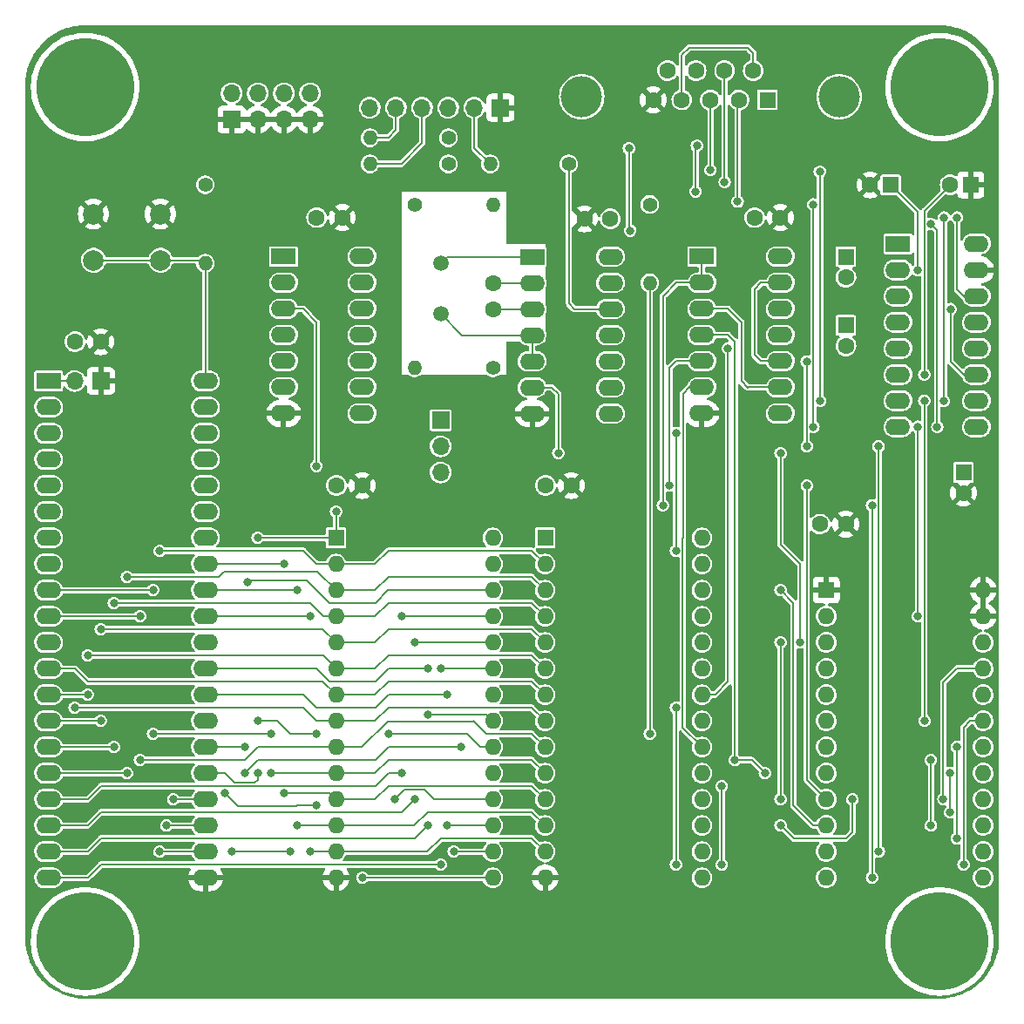
<source format=gbl>
G04 #@! TF.GenerationSoftware,KiCad,Pcbnew,(6.0.1)*
G04 #@! TF.CreationDate,2022-09-11T12:04:35-04:00*
G04 #@! TF.ProjectId,SIMPLE-65C02,53494d50-4c45-42d3-9635-4330322e6b69,1*
G04 #@! TF.SameCoordinates,Original*
G04 #@! TF.FileFunction,Copper,L2,Bot*
G04 #@! TF.FilePolarity,Positive*
%FSLAX46Y46*%
G04 Gerber Fmt 4.6, Leading zero omitted, Abs format (unit mm)*
G04 Created by KiCad (PCBNEW (6.0.1)) date 2022-09-11 12:04:35*
%MOMM*%
%LPD*%
G01*
G04 APERTURE LIST*
G04 #@! TA.AperFunction,ComponentPad*
%ADD10C,4.000000*%
G04 #@! TD*
G04 #@! TA.AperFunction,ComponentPad*
%ADD11R,1.600000X1.600000*%
G04 #@! TD*
G04 #@! TA.AperFunction,ComponentPad*
%ADD12C,1.600000*%
G04 #@! TD*
G04 #@! TA.AperFunction,ComponentPad*
%ADD13R,2.400000X1.600000*%
G04 #@! TD*
G04 #@! TA.AperFunction,ComponentPad*
%ADD14O,2.400000X1.600000*%
G04 #@! TD*
G04 #@! TA.AperFunction,ComponentPad*
%ADD15C,1.400000*%
G04 #@! TD*
G04 #@! TA.AperFunction,ComponentPad*
%ADD16O,1.400000X1.400000*%
G04 #@! TD*
G04 #@! TA.AperFunction,ComponentPad*
%ADD17C,9.525000*%
G04 #@! TD*
G04 #@! TA.AperFunction,ComponentPad*
%ADD18R,1.700000X1.700000*%
G04 #@! TD*
G04 #@! TA.AperFunction,ComponentPad*
%ADD19O,1.700000X1.700000*%
G04 #@! TD*
G04 #@! TA.AperFunction,ComponentPad*
%ADD20O,1.600000X1.600000*%
G04 #@! TD*
G04 #@! TA.AperFunction,ComponentPad*
%ADD21C,2.000000*%
G04 #@! TD*
G04 #@! TA.AperFunction,ComponentPad*
%ADD22C,1.500000*%
G04 #@! TD*
G04 #@! TA.AperFunction,ViaPad*
%ADD23C,0.800000*%
G04 #@! TD*
G04 #@! TA.AperFunction,Conductor*
%ADD24C,0.203200*%
G04 #@! TD*
G04 APERTURE END LIST*
D10*
X143245000Y-54940000D03*
X168245000Y-54940000D03*
D11*
X161285000Y-55240000D03*
D12*
X158515000Y-55240000D03*
X155745000Y-55240000D03*
X152975000Y-55240000D03*
X150205000Y-55240000D03*
X159900000Y-52400000D03*
X157130000Y-52400000D03*
X154360000Y-52400000D03*
X151590000Y-52400000D03*
D13*
X173975000Y-69225000D03*
D14*
X173975000Y-71765000D03*
X173975000Y-74305000D03*
X173975000Y-76845000D03*
X173975000Y-79385000D03*
X173975000Y-81925000D03*
X173975000Y-84465000D03*
X173975000Y-87005000D03*
X181595000Y-87005000D03*
X181595000Y-84465000D03*
X181595000Y-81925000D03*
X181595000Y-79385000D03*
X181595000Y-76845000D03*
X181595000Y-74305000D03*
X181595000Y-71765000D03*
X181595000Y-69225000D03*
D12*
X121920000Y-92710000D03*
X119420000Y-92710000D03*
D15*
X134620000Y-81280000D03*
D16*
X127000000Y-81280000D03*
D15*
X106680000Y-63500000D03*
D16*
X106680000Y-71120000D03*
D12*
X96520000Y-78740000D03*
X94020000Y-78740000D03*
D17*
X95000000Y-54000000D03*
D15*
X149860000Y-65400000D03*
D16*
X149860000Y-73020000D03*
D12*
X119995000Y-66675000D03*
X117495000Y-66675000D03*
D15*
X141986000Y-61468000D03*
D16*
X134366000Y-61468000D03*
D13*
X91460000Y-82555000D03*
D14*
X91460000Y-85095000D03*
X91460000Y-87635000D03*
X91460000Y-90175000D03*
X91460000Y-92715000D03*
X91460000Y-95255000D03*
X91460000Y-97795000D03*
X91460000Y-100335000D03*
X91460000Y-102875000D03*
X91460000Y-105415000D03*
X91460000Y-107955000D03*
X91460000Y-110495000D03*
X91460000Y-113035000D03*
X91460000Y-115575000D03*
X91460000Y-118115000D03*
X91460000Y-120655000D03*
X91460000Y-123195000D03*
X91460000Y-125735000D03*
X91460000Y-128275000D03*
X91460000Y-130815000D03*
X106700000Y-130815000D03*
X106700000Y-128275000D03*
X106700000Y-125735000D03*
X106700000Y-123195000D03*
X106700000Y-120655000D03*
X106700000Y-118115000D03*
X106700000Y-115575000D03*
X106700000Y-113035000D03*
X106700000Y-110495000D03*
X106700000Y-107955000D03*
X106700000Y-105415000D03*
X106700000Y-102875000D03*
X106700000Y-100335000D03*
X106700000Y-97795000D03*
X106700000Y-95255000D03*
X106700000Y-92715000D03*
X106700000Y-90175000D03*
X106700000Y-87635000D03*
X106700000Y-85095000D03*
X106700000Y-82555000D03*
D18*
X109230000Y-57155000D03*
D19*
X109230000Y-54615000D03*
X111770000Y-57155000D03*
X111770000Y-54615000D03*
X114310000Y-57155000D03*
X114310000Y-54615000D03*
X116850000Y-57155000D03*
X116850000Y-54615000D03*
D12*
X142240000Y-92710000D03*
X139740000Y-92710000D03*
D11*
X119375000Y-97800000D03*
D20*
X119375000Y-100340000D03*
X119375000Y-102880000D03*
X119375000Y-105420000D03*
X119375000Y-107960000D03*
X119375000Y-110500000D03*
X119375000Y-113040000D03*
X119375000Y-115580000D03*
X119375000Y-118120000D03*
X119375000Y-120660000D03*
X119375000Y-123200000D03*
X119375000Y-125740000D03*
X119375000Y-128280000D03*
X119375000Y-130820000D03*
X134615000Y-130820000D03*
X134615000Y-128280000D03*
X134615000Y-125740000D03*
X134615000Y-123200000D03*
X134615000Y-120660000D03*
X134615000Y-118120000D03*
X134615000Y-115580000D03*
X134615000Y-113040000D03*
X134615000Y-110500000D03*
X134615000Y-107960000D03*
X134615000Y-105420000D03*
X134615000Y-102880000D03*
X134615000Y-100340000D03*
X134615000Y-97800000D03*
D11*
X168910000Y-70480000D03*
D12*
X168910000Y-72480000D03*
X134620000Y-75560000D03*
X134620000Y-73060000D03*
D11*
X167000000Y-102865000D03*
D20*
X167000000Y-105405000D03*
X167000000Y-107945000D03*
X167000000Y-110485000D03*
X167000000Y-113025000D03*
X167000000Y-115565000D03*
X167000000Y-118105000D03*
X167000000Y-120645000D03*
X167000000Y-123185000D03*
X167000000Y-125725000D03*
X167000000Y-128265000D03*
X167000000Y-130805000D03*
X182240000Y-130805000D03*
X182240000Y-128265000D03*
X182240000Y-125725000D03*
X182240000Y-123185000D03*
X182240000Y-120645000D03*
X182240000Y-118105000D03*
X182240000Y-115565000D03*
X182240000Y-113025000D03*
X182240000Y-110485000D03*
X182240000Y-107945000D03*
X182240000Y-105405000D03*
X182240000Y-102865000D03*
D11*
X168910000Y-77149888D03*
D12*
X168910000Y-79149888D03*
X162540000Y-66675000D03*
X160040000Y-66675000D03*
D17*
X95000000Y-137000000D03*
D18*
X135350000Y-56000000D03*
D19*
X132810000Y-56000000D03*
X130270000Y-56000000D03*
X127730000Y-56000000D03*
X125190000Y-56000000D03*
X122650000Y-56000000D03*
D18*
X96520000Y-82550000D03*
D19*
X93980000Y-82550000D03*
D11*
X139695000Y-97800000D03*
D20*
X139695000Y-100340000D03*
X139695000Y-102880000D03*
X139695000Y-105420000D03*
X139695000Y-107960000D03*
X139695000Y-110500000D03*
X139695000Y-113040000D03*
X139695000Y-115580000D03*
X139695000Y-118120000D03*
X139695000Y-120660000D03*
X139695000Y-123200000D03*
X139695000Y-125740000D03*
X139695000Y-128280000D03*
X139695000Y-130820000D03*
X154935000Y-130820000D03*
X154935000Y-128280000D03*
X154935000Y-125740000D03*
X154935000Y-123200000D03*
X154935000Y-120660000D03*
X154935000Y-118120000D03*
X154935000Y-115580000D03*
X154935000Y-113040000D03*
X154935000Y-110500000D03*
X154935000Y-107960000D03*
X154935000Y-105420000D03*
X154935000Y-102880000D03*
X154935000Y-100340000D03*
X154935000Y-97800000D03*
D21*
X95810000Y-66330000D03*
X102310000Y-66330000D03*
X95810000Y-70830000D03*
X102310000Y-70830000D03*
D13*
X154920000Y-70475000D03*
D14*
X154920000Y-73015000D03*
X154920000Y-75555000D03*
X154920000Y-78095000D03*
X154920000Y-80635000D03*
X154920000Y-83175000D03*
X154920000Y-85715000D03*
X162540000Y-85715000D03*
X162540000Y-83175000D03*
X162540000Y-80635000D03*
X162540000Y-78095000D03*
X162540000Y-75555000D03*
X162540000Y-73015000D03*
X162540000Y-70475000D03*
D17*
X178000000Y-54000000D03*
D18*
X129540000Y-86360000D03*
D19*
X129540000Y-88900000D03*
X129540000Y-91440000D03*
D12*
X143530000Y-66802000D03*
X146030000Y-66802000D03*
D15*
X130302000Y-58928000D03*
D16*
X122682000Y-58928000D03*
D17*
X178000000Y-137000000D03*
D11*
X180340000Y-91440000D03*
D12*
X180340000Y-93440000D03*
D11*
X181041113Y-63500000D03*
D12*
X179041113Y-63500000D03*
D15*
X126995000Y-65400000D03*
D16*
X134615000Y-65400000D03*
D13*
X138425000Y-70480000D03*
D14*
X138425000Y-73020000D03*
X138425000Y-75560000D03*
X138425000Y-78100000D03*
X138425000Y-80640000D03*
X138425000Y-83180000D03*
X138425000Y-85720000D03*
X146045000Y-85720000D03*
X146045000Y-83180000D03*
X146045000Y-80640000D03*
X146045000Y-78100000D03*
X146045000Y-75560000D03*
X146045000Y-73020000D03*
X146045000Y-70480000D03*
D15*
X130302000Y-61468000D03*
D16*
X122682000Y-61468000D03*
D22*
X129540000Y-71120000D03*
X129540000Y-76000000D03*
D12*
X168905000Y-96460000D03*
X166405000Y-96460000D03*
D13*
X114280000Y-70475000D03*
D14*
X114280000Y-73015000D03*
X114280000Y-75555000D03*
X114280000Y-78095000D03*
X114280000Y-80635000D03*
X114280000Y-83175000D03*
X114280000Y-85715000D03*
X121900000Y-85715000D03*
X121900000Y-83175000D03*
X121900000Y-80635000D03*
X121900000Y-78095000D03*
X121900000Y-75555000D03*
X121900000Y-73015000D03*
X121900000Y-70475000D03*
D11*
X173260000Y-63500000D03*
D12*
X171260000Y-63500000D03*
D23*
X129540000Y-129540000D03*
X129540000Y-110490000D03*
X102235000Y-128270000D03*
X102235000Y-99060000D03*
X162560000Y-102870000D03*
X102907011Y-125730000D03*
X110744000Y-102108000D03*
X151783500Y-92710000D03*
X103560511Y-123190000D03*
X119380000Y-95231500D03*
X165118500Y-92710000D03*
X111760000Y-97790000D03*
X161036000Y-120650000D03*
X158115000Y-119380000D03*
X111760000Y-115570000D03*
X111760000Y-120650000D03*
X117493500Y-116840000D03*
X124460000Y-116840000D03*
X179686500Y-118110000D03*
X179686500Y-127000000D03*
X128270000Y-110490000D03*
X130810000Y-128270000D03*
X109220000Y-128270000D03*
X114935000Y-128270000D03*
X121930000Y-130820000D03*
X180340000Y-129540000D03*
X179033000Y-120650000D03*
X179033000Y-124460000D03*
X130193500Y-125730000D03*
X130193500Y-113030000D03*
X125095000Y-123190000D03*
X117493500Y-123806500D03*
X108566500Y-122573500D03*
X156845000Y-129540000D03*
X113030000Y-116840000D03*
X156845000Y-121920000D03*
X101600000Y-116840000D03*
X101600000Y-102870000D03*
X113030000Y-120650000D03*
X100330000Y-119380000D03*
X100330000Y-105410000D03*
X152400000Y-129540000D03*
X152400000Y-114300000D03*
X116840000Y-105410000D03*
X116840000Y-128270000D03*
X93980000Y-114300000D03*
X110490000Y-118110000D03*
X131500511Y-118110000D03*
X110490000Y-120650000D03*
X177165000Y-119380000D03*
X177170000Y-125725000D03*
X114300000Y-100330000D03*
X162560000Y-123190000D03*
X162560000Y-107950000D03*
X114300000Y-122573500D03*
X95250000Y-109220000D03*
X95245000Y-113035000D03*
X169545000Y-123190000D03*
X115570000Y-125730000D03*
X115570000Y-102870000D03*
X178379500Y-123190000D03*
X162560000Y-125730000D03*
X96515000Y-115575000D03*
X96520000Y-106680000D03*
X97790000Y-118110000D03*
X97790000Y-104140000D03*
X99065000Y-120655000D03*
X99060000Y-101600000D03*
X125730000Y-105410000D03*
X125730000Y-120650000D03*
X127000000Y-107950000D03*
X127000000Y-123190000D03*
X128270000Y-114953500D03*
X128270000Y-125730000D03*
X175885000Y-71765000D03*
X164465000Y-107950000D03*
X140970000Y-89535000D03*
X117475000Y-90805000D03*
X162560000Y-89553500D03*
X149860000Y-116840000D03*
X147828000Y-59944000D03*
X175895000Y-105410000D03*
X177192011Y-67310000D03*
X147955000Y-67945000D03*
X175895000Y-86995000D03*
X177790000Y-87005000D03*
X154305000Y-64135000D03*
X154432000Y-59690000D03*
X178435000Y-66675000D03*
X176530000Y-84455000D03*
X178425000Y-84465000D03*
X176548511Y-115551489D03*
X179078500Y-75565000D03*
X157461500Y-79375000D03*
X152400000Y-99060000D03*
X152418500Y-87630000D03*
X171450000Y-130810000D03*
X151130000Y-94615000D03*
X171450000Y-94615000D03*
X165100000Y-80645000D03*
X172103500Y-128270000D03*
X165118500Y-88900000D03*
X172085000Y-88900000D03*
X176530000Y-81915000D03*
X165735000Y-65405000D03*
X158394880Y-65125120D03*
X165753500Y-86995000D03*
X155745000Y-62060000D03*
X166407000Y-84455000D03*
X166370000Y-62230000D03*
X157130000Y-63215000D03*
X179705000Y-66675000D03*
D24*
X95245000Y-130815000D02*
X96520000Y-129540000D01*
X96520000Y-129540000D02*
X129540000Y-129540000D01*
X129540000Y-110490000D02*
X129550000Y-110500000D01*
X91460000Y-130815000D02*
X95245000Y-130815000D01*
X129550000Y-110500000D02*
X134615000Y-110500000D01*
X102240000Y-128275000D02*
X102235000Y-128270000D01*
X123180000Y-100340000D02*
X124460000Y-99060000D01*
X106700000Y-128275000D02*
X102240000Y-128275000D01*
X116205000Y-99060000D02*
X117485000Y-100340000D01*
X102235000Y-99060000D02*
X116205000Y-99060000D01*
X117485000Y-100340000D02*
X119375000Y-100340000D01*
X124460000Y-99060000D02*
X138415000Y-99060000D01*
X119375000Y-100340000D02*
X123180000Y-100340000D01*
X138415000Y-99060000D02*
X139695000Y-100340000D01*
X118745000Y-104140000D02*
X116560120Y-101955120D01*
X167000000Y-125725000D02*
X165730000Y-125725000D01*
X102912011Y-125735000D02*
X102907011Y-125730000D01*
X162560000Y-102870000D02*
X163811489Y-104121489D01*
X106700000Y-125735000D02*
X102912011Y-125735000D01*
X134615000Y-102880000D02*
X124450000Y-102880000D01*
X123190000Y-104140000D02*
X118745000Y-104140000D01*
X124450000Y-102880000D02*
X123190000Y-104140000D01*
X116560120Y-101955120D02*
X110769880Y-101955120D01*
X163811489Y-104121489D02*
X163811489Y-123806489D01*
X165730000Y-125725000D02*
X163811489Y-123806489D01*
X119375000Y-97800000D02*
X119375000Y-95255000D01*
X111770000Y-97800000D02*
X119375000Y-97800000D01*
X151783500Y-92710000D02*
X151765000Y-92691500D01*
X119380000Y-95250000D02*
X119380000Y-95231500D01*
X165118500Y-92710000D02*
X165118500Y-92728500D01*
X165118511Y-121303511D02*
X167000000Y-123185000D01*
X119375000Y-95255000D02*
X119380000Y-95250000D01*
X111760000Y-97790000D02*
X111770000Y-97800000D01*
X103560511Y-123190000D02*
X103565511Y-123195000D01*
X103565511Y-123195000D02*
X106700000Y-123195000D01*
X151765000Y-92691500D02*
X151765000Y-81280000D01*
X151765000Y-81280000D02*
X152410000Y-80635000D01*
X165118500Y-92728500D02*
X165118511Y-92728511D01*
X165118511Y-92728511D02*
X165118511Y-121303511D01*
X152410000Y-80635000D02*
X154920000Y-80635000D01*
X133360000Y-118120000D02*
X132080000Y-116840000D01*
X109499880Y-121564880D02*
X111480120Y-121564880D01*
X158115000Y-78740000D02*
X158115000Y-119380000D01*
X113665000Y-115570000D02*
X111760000Y-115570000D01*
X111760000Y-121285000D02*
X111760000Y-120650000D01*
X114935000Y-116840000D02*
X113665000Y-115570000D01*
X158115000Y-78740000D02*
X157470000Y-78095000D01*
X111480120Y-121564880D02*
X111760000Y-121285000D01*
X117493500Y-116840000D02*
X114935000Y-116840000D01*
X157470000Y-78095000D02*
X154920000Y-78095000D01*
X159766000Y-119380000D02*
X158115000Y-119380000D01*
X108590000Y-120655000D02*
X109499880Y-121564880D01*
X161036000Y-120650000D02*
X159766000Y-119380000D01*
X134615000Y-118120000D02*
X133360000Y-118120000D01*
X132080000Y-116840000D02*
X124460000Y-116840000D01*
X106700000Y-120655000D02*
X108590000Y-120655000D01*
X124460000Y-110490000D02*
X123190000Y-111760000D01*
X117480000Y-110495000D02*
X106700000Y-110495000D01*
X134615000Y-128280000D02*
X130820000Y-128280000D01*
X118745000Y-111760000D02*
X117480000Y-110495000D01*
X128270000Y-110490000D02*
X124460000Y-110490000D01*
X123190000Y-111760000D02*
X118745000Y-111760000D01*
X179686500Y-127000000D02*
X179686500Y-118110000D01*
X130820000Y-128280000D02*
X130810000Y-128270000D01*
X134615000Y-130820000D02*
X121930000Y-130820000D01*
X180340000Y-129540000D02*
X180340000Y-116205000D01*
X180340000Y-116205000D02*
X180980000Y-115565000D01*
X114935000Y-128270000D02*
X109220000Y-128270000D01*
X180980000Y-115565000D02*
X182240000Y-115565000D01*
X130203500Y-125740000D02*
X134615000Y-125740000D01*
X116210000Y-113035000D02*
X117475000Y-114300000D01*
X124460000Y-113030000D02*
X130193500Y-113030000D01*
X179033000Y-124460000D02*
X179033000Y-120650000D01*
X123190000Y-114300000D02*
X124460000Y-113030000D01*
X106700000Y-113035000D02*
X116210000Y-113035000D01*
X130193500Y-125730000D02*
X130203500Y-125740000D01*
X117475000Y-114300000D02*
X123190000Y-114300000D01*
X126009880Y-122275120D02*
X125095000Y-123190000D01*
X115514489Y-123843511D02*
X109836511Y-123843511D01*
X109836511Y-123843511D02*
X108566500Y-122573500D01*
X115551500Y-123806500D02*
X115514489Y-123843511D01*
X128915000Y-123200000D02*
X134615000Y-123200000D01*
X127990120Y-122275120D02*
X126009880Y-122275120D01*
X128915000Y-123200000D02*
X127990120Y-122275120D01*
X117493500Y-123806500D02*
X115551500Y-123806500D01*
X138415000Y-119380000D02*
X139695000Y-120660000D01*
X124460000Y-119380000D02*
X138415000Y-119380000D01*
X123180000Y-120660000D02*
X124460000Y-119380000D01*
X156845000Y-121920000D02*
X156845000Y-129540000D01*
X101595000Y-102875000D02*
X101600000Y-102870000D01*
X119375000Y-120660000D02*
X123180000Y-120660000D01*
X113040000Y-120660000D02*
X113030000Y-120650000D01*
X101600000Y-116840000D02*
X113030000Y-116840000D01*
X91460000Y-102875000D02*
X101595000Y-102875000D01*
X119375000Y-120660000D02*
X113040000Y-120660000D01*
X111760000Y-118110000D02*
X112395000Y-118110000D01*
X112395000Y-118110000D02*
X112405000Y-118120000D01*
X124422989Y-115607011D02*
X121910000Y-118120000D01*
X138415000Y-116840000D02*
X133985000Y-116840000D01*
X100330000Y-105410000D02*
X100325000Y-105415000D01*
X110490000Y-119380000D02*
X111760000Y-118110000D01*
X132715000Y-115570000D02*
X132677989Y-115607011D01*
X121910000Y-118120000D02*
X119375000Y-118120000D01*
X132677989Y-115607011D02*
X124422989Y-115607011D01*
X112405000Y-118120000D02*
X119375000Y-118120000D01*
X139695000Y-118120000D02*
X138415000Y-116840000D01*
X100325000Y-105415000D02*
X91460000Y-105415000D01*
X133985000Y-116840000D02*
X132715000Y-115570000D01*
X100330000Y-119380000D02*
X110490000Y-119380000D01*
X106700000Y-105415000D02*
X116835000Y-105415000D01*
X116835000Y-105415000D02*
X116840000Y-105410000D01*
X119375000Y-128280000D02*
X116850000Y-128280000D01*
X138415000Y-127000000D02*
X139695000Y-128280000D01*
X116850000Y-128280000D02*
X116840000Y-128270000D01*
X128260000Y-128280000D02*
X129540000Y-127000000D01*
X152400000Y-129540000D02*
X152400000Y-114300000D01*
X129540000Y-127000000D02*
X138415000Y-127000000D01*
X119375000Y-128280000D02*
X128260000Y-128280000D01*
X124460000Y-114300000D02*
X138415000Y-114300000D01*
X116185000Y-114300000D02*
X117465000Y-115580000D01*
X117465000Y-115580000D02*
X119375000Y-115580000D01*
X138415000Y-114300000D02*
X139695000Y-115580000D01*
X93980000Y-114300000D02*
X116185000Y-114300000D01*
X119375000Y-115580000D02*
X123180000Y-115580000D01*
X123180000Y-115580000D02*
X124460000Y-114300000D01*
X111760000Y-119380000D02*
X123190000Y-119380000D01*
X110490000Y-120650000D02*
X111760000Y-119380000D01*
X123190000Y-119380000D02*
X124460000Y-118110000D01*
X177165000Y-125720000D02*
X177170000Y-125725000D01*
X124460000Y-118110000D02*
X131500511Y-118110000D01*
X106700000Y-118115000D02*
X110485000Y-118115000D01*
X177165000Y-119380000D02*
X177165000Y-125720000D01*
X110485000Y-118115000D02*
X110490000Y-118110000D01*
X118095000Y-111760000D02*
X95250000Y-111760000D01*
X119375000Y-113040000D02*
X118095000Y-111760000D01*
X95250000Y-111760000D02*
X93980000Y-110490000D01*
X93980000Y-110490000D02*
X93975000Y-110495000D01*
X138415000Y-111760000D02*
X139695000Y-113040000D01*
X93975000Y-110495000D02*
X91460000Y-110495000D01*
X119375000Y-113040000D02*
X123180000Y-113040000D01*
X124460000Y-111760000D02*
X138415000Y-111760000D01*
X123180000Y-113040000D02*
X124460000Y-111760000D01*
X123180000Y-123200000D02*
X124460000Y-121920000D01*
X114318500Y-122555000D02*
X118730000Y-122555000D01*
X114295000Y-100335000D02*
X106700000Y-100335000D01*
X138415000Y-121920000D02*
X139695000Y-123200000D01*
X114318500Y-122555000D02*
X114300000Y-122573500D01*
X124460000Y-121920000D02*
X138415000Y-121920000D01*
X119375000Y-123200000D02*
X123180000Y-123200000D01*
X162560000Y-123190000D02*
X162560000Y-107950000D01*
X118730000Y-122555000D02*
X119375000Y-123200000D01*
X114300000Y-100330000D02*
X114295000Y-100335000D01*
X138415000Y-109220000D02*
X139695000Y-110500000D01*
X95250000Y-109220000D02*
X118110000Y-109220000D01*
X91460000Y-113035000D02*
X95245000Y-113035000D01*
X118110000Y-109220000D02*
X118110000Y-109235000D01*
X118110000Y-109235000D02*
X119375000Y-110500000D01*
X123180000Y-110500000D02*
X124460000Y-109220000D01*
X124460000Y-109220000D02*
X138415000Y-109220000D01*
X119375000Y-110500000D02*
X123180000Y-110500000D01*
X119375000Y-125740000D02*
X115580000Y-125740000D01*
X163830000Y-127000000D02*
X168910000Y-127000000D01*
X115565000Y-102875000D02*
X115570000Y-102870000D01*
X178379500Y-111815500D02*
X179710000Y-110485000D01*
X128270000Y-124460000D02*
X138415000Y-124460000D01*
X178379500Y-123190000D02*
X178379500Y-111815500D01*
X138415000Y-124460000D02*
X139695000Y-125740000D01*
X126990000Y-125740000D02*
X128270000Y-124460000D01*
X115580000Y-125740000D02*
X115570000Y-125730000D01*
X106700000Y-102875000D02*
X115565000Y-102875000D01*
X162560000Y-125730000D02*
X163830000Y-127000000D01*
X168910000Y-127000000D02*
X169545000Y-126365000D01*
X119375000Y-125740000D02*
X126990000Y-125740000D01*
X179710000Y-110485000D02*
X182240000Y-110485000D01*
X169545000Y-126365000D02*
X169545000Y-123190000D01*
X91460000Y-115575000D02*
X96515000Y-115575000D01*
X123180000Y-107960000D02*
X124460000Y-106680000D01*
X96520000Y-106680000D02*
X118095000Y-106680000D01*
X138415000Y-106680000D02*
X139695000Y-107960000D01*
X124460000Y-106680000D02*
X138415000Y-106680000D01*
X119375000Y-107960000D02*
X118095000Y-106680000D01*
X119375000Y-107960000D02*
X123180000Y-107960000D01*
X119375000Y-105420000D02*
X123180000Y-105420000D01*
X119375000Y-105420000D02*
X118120000Y-105420000D01*
X138415000Y-104140000D02*
X139695000Y-105420000D01*
X124460000Y-104140000D02*
X138415000Y-104140000D01*
X97785000Y-118115000D02*
X97790000Y-118110000D01*
X91460000Y-118115000D02*
X97785000Y-118115000D01*
X97790000Y-104140000D02*
X116840000Y-104140000D01*
X123180000Y-105420000D02*
X124460000Y-104140000D01*
X118120000Y-105420000D02*
X116840000Y-104140000D01*
X117587000Y-101092000D02*
X119375000Y-102880000D01*
X119375000Y-102880000D02*
X123180000Y-102880000D01*
X123180000Y-102880000D02*
X124460000Y-101600000D01*
X138415000Y-101600000D02*
X139695000Y-102880000D01*
X108458000Y-101092000D02*
X117587000Y-101092000D01*
X99060000Y-101600000D02*
X107950000Y-101600000D01*
X91460000Y-120655000D02*
X99065000Y-120655000D01*
X107950000Y-101600000D02*
X108458000Y-101092000D01*
X124460000Y-101600000D02*
X138415000Y-101600000D01*
X91460000Y-123195000D02*
X95245000Y-123195000D01*
X134615000Y-105420000D02*
X125740000Y-105420000D01*
X95245000Y-123195000D02*
X96520000Y-121920000D01*
X125730000Y-120650000D02*
X124460000Y-120650000D01*
X124460000Y-120650000D02*
X123190000Y-121920000D01*
X125740000Y-105420000D02*
X125730000Y-105410000D01*
X96520000Y-121920000D02*
X123190000Y-121920000D01*
X95245000Y-125735000D02*
X96520000Y-124460000D01*
X127010000Y-107960000D02*
X127000000Y-107950000D01*
X134615000Y-107960000D02*
X127010000Y-107960000D01*
X96520000Y-124460000D02*
X125730000Y-124460000D01*
X91460000Y-125735000D02*
X95245000Y-125735000D01*
X125730000Y-124460000D02*
X127000000Y-123190000D01*
X96520000Y-127000000D02*
X127000000Y-127000000D01*
X91460000Y-128275000D02*
X95245000Y-128275000D01*
X127000000Y-127000000D02*
X128270000Y-125730000D01*
X128270000Y-114953500D02*
X133988500Y-114953500D01*
X95245000Y-128275000D02*
X96520000Y-127000000D01*
X133988500Y-114953500D02*
X134615000Y-115580000D01*
X106680000Y-71120000D02*
X106680000Y-82535000D01*
X95810000Y-70830000D02*
X102310000Y-70830000D01*
X102310000Y-70830000D02*
X106390000Y-70830000D01*
X175885000Y-66125000D02*
X173260000Y-63500000D01*
X175885000Y-71765000D02*
X175885000Y-66125000D01*
X138425000Y-75560000D02*
X134620000Y-75560000D01*
X134620000Y-73060000D02*
X138385000Y-73060000D01*
X116195000Y-75555000D02*
X114280000Y-75555000D01*
X117475000Y-90805000D02*
X117475000Y-76835000D01*
X164465000Y-100330000D02*
X162560000Y-98425000D01*
X162560000Y-98425000D02*
X162560000Y-89553500D01*
X140970000Y-89535000D02*
X140970000Y-83820000D01*
X117475000Y-76835000D02*
X116195000Y-75555000D01*
X140330000Y-83180000D02*
X138425000Y-83180000D01*
X140970000Y-83820000D02*
X140330000Y-83180000D01*
X164465000Y-107950000D02*
X164465000Y-100330000D01*
X130180000Y-70480000D02*
X129540000Y-71120000D01*
X138425000Y-70480000D02*
X130180000Y-70480000D01*
X138425000Y-78100000D02*
X131640000Y-78100000D01*
X138425000Y-80640000D02*
X138425000Y-78100000D01*
X131640000Y-78100000D02*
X129540000Y-76000000D01*
X149860000Y-73020000D02*
X149860000Y-116840000D01*
X147828000Y-67818000D02*
X147955000Y-67945000D01*
X147828000Y-59944000D02*
X147828000Y-67818000D01*
X177790000Y-87005000D02*
X177771489Y-86986489D01*
X177771489Y-67889478D02*
X177192011Y-67310000D01*
X175895000Y-105410000D02*
X175895000Y-86995000D01*
X177771489Y-86986489D02*
X177771489Y-67889478D01*
X154432000Y-59690000D02*
X154305000Y-59817000D01*
X154305000Y-59817000D02*
X154305000Y-64135000D01*
X178425000Y-84465000D02*
X178425000Y-66665000D01*
X176548511Y-84473511D02*
X176548511Y-115551489D01*
X176530000Y-84455000D02*
X176548511Y-84473511D01*
X180350000Y-81925000D02*
X179078500Y-80653500D01*
X142000000Y-64276000D02*
X142000000Y-75000000D01*
X181595000Y-81925000D02*
X180350000Y-81925000D01*
X142000000Y-64276000D02*
X141986000Y-64262000D01*
X179078500Y-80653500D02*
X179078500Y-75565000D01*
X146045000Y-75560000D02*
X142560000Y-75560000D01*
X142560000Y-75560000D02*
X142000000Y-75000000D01*
X141986000Y-64262000D02*
X141986000Y-61468000D01*
X157461500Y-111778500D02*
X157461500Y-79375000D01*
X156210000Y-113030000D02*
X157461500Y-111778500D01*
X155575000Y-113030000D02*
X156210000Y-113030000D01*
X152437011Y-99022989D02*
X152437011Y-87648511D01*
X152437011Y-87648511D02*
X152418500Y-87630000D01*
X152400000Y-99060000D02*
X152437011Y-99022989D01*
X152410000Y-73015000D02*
X154920000Y-73015000D01*
X154920000Y-73015000D02*
X154920000Y-70475000D01*
X151130000Y-94615000D02*
X151130000Y-74295000D01*
X171450000Y-94615000D02*
X171450000Y-130810000D01*
X151130000Y-74295000D02*
X152410000Y-73015000D01*
X162540000Y-80635000D02*
X160665000Y-80635000D01*
X172103511Y-121901489D02*
X172085000Y-121920000D01*
X160020000Y-73660000D02*
X160665000Y-73015000D01*
X160665000Y-80635000D02*
X160020000Y-79990000D01*
X165100000Y-80645000D02*
X165100000Y-88881500D01*
X172085000Y-128251500D02*
X172103500Y-128270000D01*
X172085000Y-88900000D02*
X172103511Y-88918511D01*
X172103511Y-88918511D02*
X172103511Y-121901489D01*
X160665000Y-73015000D02*
X162540000Y-73015000D01*
X160020000Y-79990000D02*
X160020000Y-73660000D01*
X172085000Y-121920000D02*
X172085000Y-128251500D01*
X165100000Y-88881500D02*
X165118500Y-88900000D01*
X153072011Y-83782989D02*
X153680000Y-83175000D01*
X153035000Y-116220000D02*
X153053511Y-116201489D01*
X153680000Y-83175000D02*
X154920000Y-83175000D01*
X153053511Y-116201489D02*
X153053511Y-97808511D01*
X153072011Y-97790011D02*
X153072011Y-83782989D01*
X153053511Y-97808511D02*
X153072011Y-97790011D01*
X154935000Y-118120000D02*
X153035000Y-116220000D01*
X152975000Y-50860000D02*
X152975000Y-55240000D01*
X159900000Y-50680000D02*
X159385000Y-50165000D01*
X159385000Y-50165000D02*
X153670000Y-50165000D01*
X159900000Y-52400000D02*
X159900000Y-50680000D01*
X153670000Y-50165000D02*
X152975000Y-50860000D01*
X158750000Y-76835000D02*
X158750000Y-82550000D01*
X154920000Y-75555000D02*
X157470000Y-75555000D01*
X157470000Y-75555000D02*
X158750000Y-76835000D01*
X158750000Y-82550000D02*
X159385000Y-83185000D01*
X159395000Y-83175000D02*
X162540000Y-83175000D01*
X159385000Y-83185000D02*
X159395000Y-83175000D01*
X176530000Y-81915000D02*
X176538511Y-81906489D01*
X176538511Y-81906489D02*
X176538511Y-66031489D01*
X176538511Y-66031489D02*
X179070000Y-63500000D01*
X91460000Y-82555000D02*
X93975000Y-82555000D01*
X132810000Y-59912000D02*
X134366000Y-61468000D01*
X132810000Y-56000000D02*
X132810000Y-59912000D01*
X122682000Y-61468000D02*
X125730000Y-61468000D01*
X127730000Y-59468000D02*
X127730000Y-56000000D01*
X125730000Y-61468000D02*
X127730000Y-59468000D01*
X125190000Y-58198000D02*
X125190000Y-56000000D01*
X122682000Y-58928000D02*
X124460000Y-58928000D01*
X124460000Y-58928000D02*
X125190000Y-58198000D01*
X165753500Y-65423500D02*
X165735000Y-65405000D01*
X165753500Y-86995000D02*
X165753500Y-81933500D01*
X165753500Y-81915000D02*
X165753500Y-65423500D01*
X158394880Y-55360120D02*
X158394880Y-65125120D01*
X165753500Y-81933500D02*
X165753500Y-81915000D01*
X166407000Y-84455000D02*
X166407000Y-62267000D01*
X155745000Y-55240000D02*
X155745000Y-62060000D01*
X166407000Y-62267000D02*
X166370000Y-62230000D01*
X157130000Y-63215000D02*
X157130000Y-52400000D01*
X179705000Y-73660000D02*
X179705000Y-66675000D01*
X180350000Y-74305000D02*
X179705000Y-73660000D01*
G04 #@! TA.AperFunction,Conductor*
G36*
X177980552Y-47975237D02*
G01*
X177985808Y-47975246D01*
X177999636Y-47978426D01*
X178013476Y-47975294D01*
X178027664Y-47975319D01*
X178027664Y-47975373D01*
X178035941Y-47974612D01*
X178174710Y-47980065D01*
X178449862Y-47990876D01*
X178459724Y-47991652D01*
X178901907Y-48043987D01*
X178911679Y-48045535D01*
X179134288Y-48089814D01*
X179348393Y-48132403D01*
X179357994Y-48134708D01*
X179645412Y-48215768D01*
X179786540Y-48255570D01*
X179795949Y-48258627D01*
X180213696Y-48412742D01*
X180222833Y-48416527D01*
X180627202Y-48602943D01*
X180636007Y-48607430D01*
X181024504Y-48824999D01*
X181032940Y-48830168D01*
X181403164Y-49077543D01*
X181411152Y-49083347D01*
X181561476Y-49201853D01*
X181760831Y-49359012D01*
X181768354Y-49365437D01*
X181915582Y-49501533D01*
X182095333Y-49667693D01*
X182102307Y-49674667D01*
X182107057Y-49679805D01*
X182404563Y-50001646D01*
X182410988Y-50009169D01*
X182568147Y-50208524D01*
X182616051Y-50269289D01*
X182686647Y-50358840D01*
X182692457Y-50366836D01*
X182781310Y-50499815D01*
X182939832Y-50737060D01*
X182945001Y-50745496D01*
X183162570Y-51133993D01*
X183167057Y-51142798D01*
X183332711Y-51502130D01*
X183353472Y-51547164D01*
X183357257Y-51556302D01*
X183360049Y-51563869D01*
X183511373Y-51974051D01*
X183514430Y-51983460D01*
X183519853Y-52002688D01*
X183635292Y-52412006D01*
X183637599Y-52421614D01*
X183724465Y-52858321D01*
X183726013Y-52868093D01*
X183778348Y-53310276D01*
X183779124Y-53320138D01*
X183795365Y-53733482D01*
X183794603Y-53741620D01*
X183794779Y-53741620D01*
X183794754Y-53755805D01*
X183791574Y-53769636D01*
X183794706Y-53783477D01*
X183794698Y-53787994D01*
X183796800Y-53806809D01*
X183796800Y-136719968D01*
X183794763Y-136737911D01*
X183794754Y-136743167D01*
X183791574Y-136756995D01*
X183794706Y-136770835D01*
X183794681Y-136785023D01*
X183794627Y-136785023D01*
X183795388Y-136793302D01*
X183779124Y-137207221D01*
X183778348Y-137217083D01*
X183726013Y-137659266D01*
X183724465Y-137669038D01*
X183637599Y-138105745D01*
X183635292Y-138115353D01*
X183628717Y-138138667D01*
X183514430Y-138543899D01*
X183511373Y-138553308D01*
X183357258Y-138971055D01*
X183353473Y-138980192D01*
X183237302Y-139232189D01*
X183167062Y-139384551D01*
X183162570Y-139393366D01*
X182945001Y-139781863D01*
X182939832Y-139790299D01*
X182692462Y-140160515D01*
X182686647Y-140168519D01*
X182410988Y-140518190D01*
X182404563Y-140525713D01*
X182268467Y-140672941D01*
X182102307Y-140852692D01*
X182095333Y-140859666D01*
X181965634Y-140979559D01*
X181768354Y-141161922D01*
X181760831Y-141168347D01*
X181583925Y-141307809D01*
X181411152Y-141444012D01*
X181403164Y-141449816D01*
X181226755Y-141567688D01*
X181032940Y-141697191D01*
X181024504Y-141702360D01*
X180636007Y-141919929D01*
X180627202Y-141924416D01*
X180254473Y-142096246D01*
X180222836Y-142110831D01*
X180213696Y-142114617D01*
X179795949Y-142268732D01*
X179786540Y-142271789D01*
X179645412Y-142311591D01*
X179357994Y-142392651D01*
X179348393Y-142394956D01*
X179134288Y-142437545D01*
X178911679Y-142481824D01*
X178901907Y-142483372D01*
X178459724Y-142535707D01*
X178449862Y-142536483D01*
X178036518Y-142552724D01*
X178028380Y-142551962D01*
X178028380Y-142552138D01*
X178014195Y-142552113D01*
X178000364Y-142548933D01*
X177986523Y-142552065D01*
X177982006Y-142552057D01*
X177963191Y-142554159D01*
X95037391Y-142554159D01*
X95019448Y-142552122D01*
X95014192Y-142552113D01*
X95000364Y-142548933D01*
X94986524Y-142552065D01*
X94972336Y-142552040D01*
X94972336Y-142551986D01*
X94964059Y-142552747D01*
X94825290Y-142547294D01*
X94550138Y-142536483D01*
X94540276Y-142535707D01*
X94098093Y-142483372D01*
X94088321Y-142481824D01*
X93865712Y-142437545D01*
X93651607Y-142394956D01*
X93642006Y-142392651D01*
X93354588Y-142311591D01*
X93213460Y-142271789D01*
X93204051Y-142268732D01*
X92786304Y-142114617D01*
X92777164Y-142110831D01*
X92745527Y-142096246D01*
X92372798Y-141924416D01*
X92363993Y-141919929D01*
X91975496Y-141702360D01*
X91967060Y-141697191D01*
X91773245Y-141567688D01*
X91596836Y-141449816D01*
X91588848Y-141444012D01*
X91416075Y-141307809D01*
X91239169Y-141168347D01*
X91231646Y-141161922D01*
X91034366Y-140979559D01*
X90904667Y-140859666D01*
X90897693Y-140852692D01*
X90731533Y-140672941D01*
X90595437Y-140525713D01*
X90589012Y-140518190D01*
X90313353Y-140168519D01*
X90307538Y-140160515D01*
X90060168Y-139790299D01*
X90054999Y-139781863D01*
X89837430Y-139393366D01*
X89832938Y-139384551D01*
X89762699Y-139232189D01*
X89646527Y-138980192D01*
X89642742Y-138971055D01*
X89488627Y-138553308D01*
X89485570Y-138543899D01*
X89371283Y-138138667D01*
X89364708Y-138115353D01*
X89362401Y-138105745D01*
X89275535Y-137669038D01*
X89273987Y-137659266D01*
X89221652Y-137217083D01*
X89220876Y-137207221D01*
X89212734Y-137000000D01*
X89723978Y-137000000D01*
X89724098Y-137002748D01*
X89733242Y-137212171D01*
X89744055Y-137459836D01*
X89804133Y-137916172D01*
X89903754Y-138365535D01*
X89904582Y-138368160D01*
X89904583Y-138368165D01*
X89973602Y-138587064D01*
X90042161Y-138804506D01*
X90218300Y-139229743D01*
X90430831Y-139638011D01*
X90678136Y-140026202D01*
X90958333Y-140391362D01*
X91269289Y-140730711D01*
X91608638Y-141041667D01*
X91610800Y-141043326D01*
X91610806Y-141043331D01*
X91734853Y-141138515D01*
X91973798Y-141321864D01*
X92361989Y-141569169D01*
X92770257Y-141781700D01*
X93195494Y-141957839D01*
X93198114Y-141958665D01*
X93198122Y-141958668D01*
X93631835Y-142095417D01*
X93631840Y-142095418D01*
X93634465Y-142096246D01*
X94083828Y-142195867D01*
X94086548Y-142196225D01*
X94086553Y-142196226D01*
X94257423Y-142218721D01*
X94540164Y-142255945D01*
X94542913Y-142256065D01*
X94542924Y-142256066D01*
X94997252Y-142275902D01*
X95000000Y-142276022D01*
X95002748Y-142275902D01*
X95457076Y-142256066D01*
X95457087Y-142256065D01*
X95459836Y-142255945D01*
X95742577Y-142218721D01*
X95913447Y-142196226D01*
X95913452Y-142196225D01*
X95916172Y-142195867D01*
X96365535Y-142096246D01*
X96368160Y-142095418D01*
X96368165Y-142095417D01*
X96801878Y-141958668D01*
X96801886Y-141958665D01*
X96804506Y-141957839D01*
X97229743Y-141781700D01*
X97638011Y-141569169D01*
X98026202Y-141321864D01*
X98265147Y-141138515D01*
X98389194Y-141043331D01*
X98389200Y-141043326D01*
X98391362Y-141041667D01*
X98730711Y-140730711D01*
X99041667Y-140391362D01*
X99321864Y-140026202D01*
X99569169Y-139638011D01*
X99781700Y-139229743D01*
X99957839Y-138804506D01*
X100026399Y-138587064D01*
X100095417Y-138368165D01*
X100095418Y-138368160D01*
X100096246Y-138365535D01*
X100195867Y-137916172D01*
X100255945Y-137459836D01*
X100266759Y-137212171D01*
X100275902Y-137002748D01*
X100276022Y-137000000D01*
X172723978Y-137000000D01*
X172724098Y-137002748D01*
X172733242Y-137212171D01*
X172744055Y-137459836D01*
X172804133Y-137916172D01*
X172903754Y-138365535D01*
X172904582Y-138368160D01*
X172904583Y-138368165D01*
X172973602Y-138587064D01*
X173042161Y-138804506D01*
X173218300Y-139229743D01*
X173430831Y-139638011D01*
X173678136Y-140026202D01*
X173958333Y-140391362D01*
X174269289Y-140730711D01*
X174608638Y-141041667D01*
X174610800Y-141043326D01*
X174610806Y-141043331D01*
X174734853Y-141138515D01*
X174973798Y-141321864D01*
X175361989Y-141569169D01*
X175770257Y-141781700D01*
X176195494Y-141957839D01*
X176198114Y-141958665D01*
X176198122Y-141958668D01*
X176631835Y-142095417D01*
X176631840Y-142095418D01*
X176634465Y-142096246D01*
X177083828Y-142195867D01*
X177086548Y-142196225D01*
X177086553Y-142196226D01*
X177257423Y-142218721D01*
X177540164Y-142255945D01*
X177542913Y-142256065D01*
X177542924Y-142256066D01*
X177997252Y-142275902D01*
X178000000Y-142276022D01*
X178002748Y-142275902D01*
X178457076Y-142256066D01*
X178457087Y-142256065D01*
X178459836Y-142255945D01*
X178742577Y-142218721D01*
X178913447Y-142196226D01*
X178913452Y-142196225D01*
X178916172Y-142195867D01*
X179365535Y-142096246D01*
X179368160Y-142095418D01*
X179368165Y-142095417D01*
X179801878Y-141958668D01*
X179801886Y-141958665D01*
X179804506Y-141957839D01*
X180229743Y-141781700D01*
X180638011Y-141569169D01*
X181026202Y-141321864D01*
X181265147Y-141138515D01*
X181389194Y-141043331D01*
X181389200Y-141043326D01*
X181391362Y-141041667D01*
X181730711Y-140730711D01*
X182041667Y-140391362D01*
X182321864Y-140026202D01*
X182569169Y-139638011D01*
X182781700Y-139229743D01*
X182957839Y-138804506D01*
X183026399Y-138587064D01*
X183095417Y-138368165D01*
X183095418Y-138368160D01*
X183096246Y-138365535D01*
X183195867Y-137916172D01*
X183255945Y-137459836D01*
X183266759Y-137212171D01*
X183275902Y-137002748D01*
X183276022Y-137000000D01*
X183275170Y-136980483D01*
X183256066Y-136542924D01*
X183256065Y-136542913D01*
X183255945Y-136540164D01*
X183195867Y-136083828D01*
X183096246Y-135634465D01*
X182957839Y-135195494D01*
X182781700Y-134770257D01*
X182569169Y-134361989D01*
X182321864Y-133973798D01*
X182041667Y-133608638D01*
X181730711Y-133269289D01*
X181391362Y-132958333D01*
X181389200Y-132956674D01*
X181389194Y-132956669D01*
X181265147Y-132861485D01*
X181026202Y-132678136D01*
X180638011Y-132430831D01*
X180229743Y-132218300D01*
X179804506Y-132042161D01*
X179801886Y-132041335D01*
X179801878Y-132041332D01*
X179368165Y-131904583D01*
X179368160Y-131904582D01*
X179365535Y-131903754D01*
X178916172Y-131804133D01*
X178913452Y-131803775D01*
X178913447Y-131803774D01*
X178707426Y-131776651D01*
X178459836Y-131744055D01*
X178457087Y-131743935D01*
X178457076Y-131743934D01*
X178002748Y-131724098D01*
X178000000Y-131723978D01*
X177997252Y-131724098D01*
X177542924Y-131743934D01*
X177542913Y-131743935D01*
X177540164Y-131744055D01*
X177292574Y-131776651D01*
X177086553Y-131803774D01*
X177086548Y-131803775D01*
X177083828Y-131804133D01*
X176634465Y-131903754D01*
X176631840Y-131904582D01*
X176631835Y-131904583D01*
X176198122Y-132041332D01*
X176198114Y-132041335D01*
X176195494Y-132042161D01*
X175770257Y-132218300D01*
X175361989Y-132430831D01*
X174973798Y-132678136D01*
X174734853Y-132861485D01*
X174610806Y-132956669D01*
X174610800Y-132956674D01*
X174608638Y-132958333D01*
X174269289Y-133269289D01*
X173958333Y-133608638D01*
X173678136Y-133973798D01*
X173430831Y-134361989D01*
X173218300Y-134770257D01*
X173042161Y-135195494D01*
X172903754Y-135634465D01*
X172804133Y-136083828D01*
X172744055Y-136540164D01*
X172743935Y-136542913D01*
X172743934Y-136542924D01*
X172724830Y-136980483D01*
X172723978Y-137000000D01*
X100276022Y-137000000D01*
X100275170Y-136980483D01*
X100256066Y-136542924D01*
X100256065Y-136542913D01*
X100255945Y-136540164D01*
X100195867Y-136083828D01*
X100096246Y-135634465D01*
X99957839Y-135195494D01*
X99781700Y-134770257D01*
X99569169Y-134361989D01*
X99321864Y-133973798D01*
X99041667Y-133608638D01*
X98730711Y-133269289D01*
X98391362Y-132958333D01*
X98389200Y-132956674D01*
X98389194Y-132956669D01*
X98265147Y-132861485D01*
X98026202Y-132678136D01*
X97638011Y-132430831D01*
X97229743Y-132218300D01*
X96804506Y-132042161D01*
X96801886Y-132041335D01*
X96801878Y-132041332D01*
X96368165Y-131904583D01*
X96368160Y-131904582D01*
X96365535Y-131903754D01*
X95916172Y-131804133D01*
X95913452Y-131803775D01*
X95913447Y-131803774D01*
X95707426Y-131776651D01*
X95459836Y-131744055D01*
X95457087Y-131743935D01*
X95457076Y-131743934D01*
X95002748Y-131724098D01*
X95000000Y-131723978D01*
X94997252Y-131724098D01*
X94542924Y-131743934D01*
X94542913Y-131743935D01*
X94540164Y-131744055D01*
X94292574Y-131776651D01*
X94086553Y-131803774D01*
X94086548Y-131803775D01*
X94083828Y-131804133D01*
X93634465Y-131903754D01*
X93631840Y-131904582D01*
X93631835Y-131904583D01*
X93198122Y-132041332D01*
X93198114Y-132041335D01*
X93195494Y-132042161D01*
X92770257Y-132218300D01*
X92361989Y-132430831D01*
X91973798Y-132678136D01*
X91734853Y-132861485D01*
X91610806Y-132956669D01*
X91610800Y-132956674D01*
X91608638Y-132958333D01*
X91269289Y-133269289D01*
X90958333Y-133608638D01*
X90678136Y-133973798D01*
X90430831Y-134361989D01*
X90218300Y-134770257D01*
X90042161Y-135195494D01*
X89903754Y-135634465D01*
X89804133Y-136083828D01*
X89744055Y-136540164D01*
X89743935Y-136542913D01*
X89743934Y-136542924D01*
X89724830Y-136980483D01*
X89723978Y-137000000D01*
X89212734Y-137000000D01*
X89204635Y-136793877D01*
X89205397Y-136785739D01*
X89205221Y-136785739D01*
X89205246Y-136771554D01*
X89208426Y-136757723D01*
X89205294Y-136743882D01*
X89205302Y-136739365D01*
X89203200Y-136720550D01*
X89203200Y-130864283D01*
X90052328Y-130864283D01*
X90082820Y-131065897D01*
X90085020Y-131071876D01*
X90085023Y-131071886D01*
X90147084Y-131240564D01*
X90153228Y-131257262D01*
X90156591Y-131262686D01*
X90156592Y-131262688D01*
X90163639Y-131274053D01*
X90260678Y-131430561D01*
X90265064Y-131435199D01*
X90359790Y-131535368D01*
X90400780Y-131578714D01*
X90567810Y-131695670D01*
X90754946Y-131776651D01*
X90800548Y-131786178D01*
X90949808Y-131817360D01*
X90949813Y-131817361D01*
X90954544Y-131818349D01*
X90959439Y-131818606D01*
X90959573Y-131818613D01*
X90959589Y-131818613D01*
X90961241Y-131818700D01*
X91910957Y-131818700D01*
X91983716Y-131811309D01*
X92056514Y-131803915D01*
X92056515Y-131803915D01*
X92062863Y-131803270D01*
X92257439Y-131742294D01*
X92435779Y-131643438D01*
X92590600Y-131510741D01*
X92594587Y-131505602D01*
X92698858Y-131371174D01*
X92715575Y-131349623D01*
X92718388Y-131343906D01*
X92718395Y-131343895D01*
X92793791Y-131190670D01*
X92841813Y-131138379D01*
X92906845Y-131120300D01*
X95191710Y-131120300D01*
X95194535Y-131120507D01*
X95199628Y-131122256D01*
X95249357Y-131120389D01*
X95254083Y-131120300D01*
X95273393Y-131120300D01*
X95278180Y-131119408D01*
X95281898Y-131119167D01*
X95313282Y-131117989D01*
X95323974Y-131113395D01*
X95328059Y-131112475D01*
X95341475Y-131108399D01*
X95345374Y-131106894D01*
X95356811Y-131104764D01*
X95378253Y-131091547D01*
X95394632Y-131083039D01*
X95398163Y-131081522D01*
X105017273Y-131081522D01*
X105064764Y-131258761D01*
X105068510Y-131269053D01*
X105160586Y-131466511D01*
X105166069Y-131476007D01*
X105291028Y-131654467D01*
X105298084Y-131662875D01*
X105452125Y-131816916D01*
X105460533Y-131823972D01*
X105638993Y-131948931D01*
X105648489Y-131954414D01*
X105845947Y-132046490D01*
X105856239Y-132050236D01*
X106066688Y-132106625D01*
X106077481Y-132108528D01*
X106240170Y-132122762D01*
X106245635Y-132123000D01*
X106427885Y-132123000D01*
X106443124Y-132118525D01*
X106444329Y-132117135D01*
X106446000Y-132109452D01*
X106446000Y-132104885D01*
X106954000Y-132104885D01*
X106958475Y-132120124D01*
X106959865Y-132121329D01*
X106967548Y-132123000D01*
X107154365Y-132123000D01*
X107159830Y-132122762D01*
X107322519Y-132108528D01*
X107333312Y-132106625D01*
X107543761Y-132050236D01*
X107554053Y-132046490D01*
X107751511Y-131954414D01*
X107761007Y-131948931D01*
X107939467Y-131823972D01*
X107947875Y-131816916D01*
X108101916Y-131662875D01*
X108108972Y-131654467D01*
X108233931Y-131476007D01*
X108239414Y-131466511D01*
X108331490Y-131269053D01*
X108335236Y-131258761D01*
X108381387Y-131086522D01*
X118092273Y-131086522D01*
X118139764Y-131263761D01*
X118143510Y-131274053D01*
X118235586Y-131471511D01*
X118241069Y-131481007D01*
X118366028Y-131659467D01*
X118373084Y-131667875D01*
X118527125Y-131821916D01*
X118535533Y-131828972D01*
X118713993Y-131953931D01*
X118723489Y-131959414D01*
X118920947Y-132051490D01*
X118931239Y-132055236D01*
X119103503Y-132101394D01*
X119117599Y-132101058D01*
X119121000Y-132093116D01*
X119121000Y-132087967D01*
X119629000Y-132087967D01*
X119632973Y-132101498D01*
X119641522Y-132102727D01*
X119818761Y-132055236D01*
X119829053Y-132051490D01*
X120026511Y-131959414D01*
X120036007Y-131953931D01*
X120214467Y-131828972D01*
X120222875Y-131821916D01*
X120376916Y-131667875D01*
X120383972Y-131659467D01*
X120508931Y-131481007D01*
X120514414Y-131471511D01*
X120606490Y-131274053D01*
X120610236Y-131263761D01*
X120656394Y-131091497D01*
X120656058Y-131077401D01*
X120648116Y-131074000D01*
X119647115Y-131074000D01*
X119631876Y-131078475D01*
X119630671Y-131079865D01*
X119629000Y-131087548D01*
X119629000Y-132087967D01*
X119121000Y-132087967D01*
X119121000Y-131092115D01*
X119116525Y-131076876D01*
X119115135Y-131075671D01*
X119107452Y-131074000D01*
X118107033Y-131074000D01*
X118093502Y-131077973D01*
X118092273Y-131086522D01*
X108381387Y-131086522D01*
X108381394Y-131086497D01*
X108381058Y-131072401D01*
X108373116Y-131069000D01*
X106972115Y-131069000D01*
X106956876Y-131073475D01*
X106955671Y-131074865D01*
X106954000Y-131082548D01*
X106954000Y-132104885D01*
X106446000Y-132104885D01*
X106446000Y-131087115D01*
X106441525Y-131071876D01*
X106440135Y-131070671D01*
X106432452Y-131069000D01*
X105032033Y-131069000D01*
X105018502Y-131072973D01*
X105017273Y-131081522D01*
X95398163Y-131081522D01*
X95409604Y-131076607D01*
X95409608Y-131076604D01*
X95417779Y-131073094D01*
X95422744Y-131069015D01*
X95425070Y-131066689D01*
X95425185Y-131066598D01*
X95427193Y-131064777D01*
X95427316Y-131064913D01*
X95437250Y-131057060D01*
X95443723Y-131051190D01*
X95453628Y-131045085D01*
X95470542Y-131022842D01*
X95481736Y-131010023D01*
X95671759Y-130820000D01*
X121321091Y-130820000D01*
X121322169Y-130828188D01*
X121339445Y-130959409D01*
X121341839Y-130977597D01*
X121344998Y-130985224D01*
X121344999Y-130985227D01*
X121355270Y-131010023D01*
X121402669Y-131124454D01*
X121407696Y-131131005D01*
X121476429Y-131220580D01*
X121499436Y-131250564D01*
X121625545Y-131347331D01*
X121683108Y-131371174D01*
X121764773Y-131405001D01*
X121764776Y-131405002D01*
X121772403Y-131408161D01*
X121930000Y-131428909D01*
X121938188Y-131427831D01*
X122079409Y-131409239D01*
X122087597Y-131408161D01*
X122095224Y-131405002D01*
X122095227Y-131405001D01*
X122176892Y-131371174D01*
X122234455Y-131347331D01*
X122360564Y-131250564D01*
X122383572Y-131220580D01*
X122418856Y-131174596D01*
X122476194Y-131132729D01*
X122518819Y-131125300D01*
X133566451Y-131125300D01*
X133634572Y-131145302D01*
X133678517Y-131193705D01*
X133764424Y-131360861D01*
X133764427Y-131360866D01*
X133767242Y-131366343D01*
X133889506Y-131520602D01*
X133894200Y-131524597D01*
X133911319Y-131539166D01*
X134039403Y-131648175D01*
X134044781Y-131651181D01*
X134044783Y-131651182D01*
X134074439Y-131667756D01*
X134211226Y-131744203D01*
X134217085Y-131746107D01*
X134217088Y-131746108D01*
X134277201Y-131765640D01*
X134398427Y-131805029D01*
X134404537Y-131805758D01*
X134404539Y-131805758D01*
X134471203Y-131813707D01*
X134593878Y-131828335D01*
X134600013Y-131827863D01*
X134600015Y-131827863D01*
X134783992Y-131813707D01*
X134783996Y-131813706D01*
X134790134Y-131813234D01*
X134979719Y-131760301D01*
X135155411Y-131671552D01*
X135174611Y-131656552D01*
X135305659Y-131554166D01*
X135305660Y-131554165D01*
X135310520Y-131550368D01*
X135439136Y-131401364D01*
X135450701Y-131381006D01*
X135533316Y-131235580D01*
X135533318Y-131235575D01*
X135536362Y-131230217D01*
X135584163Y-131086522D01*
X138412273Y-131086522D01*
X138459764Y-131263761D01*
X138463510Y-131274053D01*
X138555586Y-131471511D01*
X138561069Y-131481007D01*
X138686028Y-131659467D01*
X138693084Y-131667875D01*
X138847125Y-131821916D01*
X138855533Y-131828972D01*
X139033993Y-131953931D01*
X139043489Y-131959414D01*
X139240947Y-132051490D01*
X139251239Y-132055236D01*
X139423503Y-132101394D01*
X139437599Y-132101058D01*
X139441000Y-132093116D01*
X139441000Y-132087967D01*
X139949000Y-132087967D01*
X139952973Y-132101498D01*
X139961522Y-132102727D01*
X140138761Y-132055236D01*
X140149053Y-132051490D01*
X140346511Y-131959414D01*
X140356007Y-131953931D01*
X140534467Y-131828972D01*
X140542875Y-131821916D01*
X140696916Y-131667875D01*
X140703972Y-131659467D01*
X140828931Y-131481007D01*
X140834414Y-131471511D01*
X140926490Y-131274053D01*
X140930236Y-131263761D01*
X140976394Y-131091497D01*
X140976058Y-131077401D01*
X140968116Y-131074000D01*
X139967115Y-131074000D01*
X139951876Y-131078475D01*
X139950671Y-131079865D01*
X139949000Y-131087548D01*
X139949000Y-132087967D01*
X139441000Y-132087967D01*
X139441000Y-131092115D01*
X139436525Y-131076876D01*
X139435135Y-131075671D01*
X139427452Y-131074000D01*
X138427033Y-131074000D01*
X138413502Y-131077973D01*
X138412273Y-131086522D01*
X135584163Y-131086522D01*
X135598493Y-131043444D01*
X135604867Y-130992989D01*
X135622721Y-130851664D01*
X135622722Y-130851655D01*
X135623163Y-130848161D01*
X135623556Y-130820000D01*
X135622175Y-130805918D01*
X153926542Y-130805918D01*
X153927058Y-130812062D01*
X153941238Y-130980922D01*
X153943013Y-131002064D01*
X153944712Y-131007989D01*
X153994540Y-131181759D01*
X153997268Y-131191274D01*
X154000087Y-131196759D01*
X154084424Y-131360861D01*
X154084427Y-131360866D01*
X154087242Y-131366343D01*
X154209506Y-131520602D01*
X154214200Y-131524597D01*
X154231319Y-131539166D01*
X154359403Y-131648175D01*
X154364781Y-131651181D01*
X154364783Y-131651182D01*
X154394439Y-131667756D01*
X154531226Y-131744203D01*
X154537085Y-131746107D01*
X154537088Y-131746108D01*
X154597201Y-131765640D01*
X154718427Y-131805029D01*
X154724537Y-131805758D01*
X154724539Y-131805758D01*
X154791203Y-131813707D01*
X154913878Y-131828335D01*
X154920013Y-131827863D01*
X154920015Y-131827863D01*
X155103992Y-131813707D01*
X155103996Y-131813706D01*
X155110134Y-131813234D01*
X155299719Y-131760301D01*
X155475411Y-131671552D01*
X155494611Y-131656552D01*
X155625659Y-131554166D01*
X155625660Y-131554165D01*
X155630520Y-131550368D01*
X155759136Y-131401364D01*
X155770701Y-131381006D01*
X155853316Y-131235580D01*
X155853318Y-131235575D01*
X155856362Y-131230217D01*
X155918493Y-131043444D01*
X155924867Y-130992989D01*
X155942721Y-130851664D01*
X155942722Y-130851655D01*
X155943163Y-130848161D01*
X155943556Y-130820000D01*
X155940704Y-130790918D01*
X165991542Y-130790918D01*
X166008013Y-130987064D01*
X166009712Y-130992989D01*
X166051402Y-131138379D01*
X166062268Y-131176274D01*
X166065087Y-131181759D01*
X166149424Y-131345861D01*
X166149427Y-131345866D01*
X166152242Y-131351343D01*
X166274506Y-131505602D01*
X166279200Y-131509597D01*
X166327106Y-131550368D01*
X166424403Y-131633175D01*
X166429781Y-131636181D01*
X166429783Y-131636182D01*
X166456623Y-131651182D01*
X166596226Y-131729203D01*
X166602085Y-131731107D01*
X166602088Y-131731108D01*
X166662201Y-131750640D01*
X166783427Y-131790029D01*
X166789537Y-131790758D01*
X166789539Y-131790758D01*
X166856203Y-131798707D01*
X166978878Y-131813335D01*
X166985013Y-131812863D01*
X166985015Y-131812863D01*
X167168992Y-131798707D01*
X167168996Y-131798706D01*
X167175134Y-131798234D01*
X167364719Y-131745301D01*
X167540411Y-131656552D01*
X167547285Y-131651182D01*
X167690659Y-131539166D01*
X167690660Y-131539165D01*
X167695520Y-131535368D01*
X167824136Y-131386364D01*
X167838624Y-131360861D01*
X167918316Y-131220580D01*
X167918318Y-131220575D01*
X167921362Y-131215217D01*
X167983493Y-131028444D01*
X167992214Y-130959409D01*
X168007721Y-130836664D01*
X168007722Y-130836655D01*
X168008163Y-130833161D01*
X168008486Y-130810000D01*
X170841091Y-130810000D01*
X170861839Y-130967597D01*
X170864998Y-130975224D01*
X170864999Y-130975227D01*
X170884726Y-131022851D01*
X170922669Y-131114454D01*
X170962732Y-131166666D01*
X171011497Y-131230217D01*
X171019436Y-131240564D01*
X171145545Y-131337331D01*
X171202352Y-131360861D01*
X171284773Y-131395001D01*
X171284776Y-131395002D01*
X171292403Y-131398161D01*
X171450000Y-131418909D01*
X171458188Y-131417831D01*
X171599409Y-131399239D01*
X171607597Y-131398161D01*
X171615224Y-131395002D01*
X171615227Y-131395001D01*
X171697648Y-131360861D01*
X171754455Y-131337331D01*
X171880564Y-131240564D01*
X171888504Y-131230217D01*
X171937268Y-131166666D01*
X171977331Y-131114454D01*
X172015274Y-131022851D01*
X172035001Y-130975227D01*
X172035002Y-130975224D01*
X172038161Y-130967597D01*
X172058909Y-130810000D01*
X172056397Y-130790918D01*
X181231542Y-130790918D01*
X181248013Y-130987064D01*
X181249712Y-130992989D01*
X181291402Y-131138379D01*
X181302268Y-131176274D01*
X181305087Y-131181759D01*
X181389424Y-131345861D01*
X181389427Y-131345866D01*
X181392242Y-131351343D01*
X181514506Y-131505602D01*
X181519200Y-131509597D01*
X181567106Y-131550368D01*
X181664403Y-131633175D01*
X181669781Y-131636181D01*
X181669783Y-131636182D01*
X181696623Y-131651182D01*
X181836226Y-131729203D01*
X181842085Y-131731107D01*
X181842088Y-131731108D01*
X181902201Y-131750640D01*
X182023427Y-131790029D01*
X182029537Y-131790758D01*
X182029539Y-131790758D01*
X182096203Y-131798707D01*
X182218878Y-131813335D01*
X182225013Y-131812863D01*
X182225015Y-131812863D01*
X182408992Y-131798707D01*
X182408996Y-131798706D01*
X182415134Y-131798234D01*
X182604719Y-131745301D01*
X182780411Y-131656552D01*
X182787285Y-131651182D01*
X182930659Y-131539166D01*
X182930660Y-131539165D01*
X182935520Y-131535368D01*
X183064136Y-131386364D01*
X183078624Y-131360861D01*
X183158316Y-131220580D01*
X183158318Y-131220575D01*
X183161362Y-131215217D01*
X183223493Y-131028444D01*
X183232214Y-130959409D01*
X183247721Y-130836664D01*
X183247722Y-130836655D01*
X183248163Y-130833161D01*
X183248556Y-130805000D01*
X183229348Y-130609104D01*
X183227031Y-130601428D01*
X183177097Y-130436042D01*
X183172456Y-130420669D01*
X183080048Y-130246874D01*
X182999271Y-130147831D01*
X182959537Y-130099112D01*
X182959534Y-130099109D01*
X182955642Y-130094337D01*
X182950893Y-130090408D01*
X182808727Y-129972798D01*
X182808723Y-129972796D01*
X182803977Y-129968869D01*
X182630831Y-129875249D01*
X182491256Y-129832044D01*
X182448685Y-129818866D01*
X182448682Y-129818865D01*
X182442798Y-129817044D01*
X182436673Y-129816400D01*
X182436672Y-129816400D01*
X182253169Y-129797113D01*
X182253168Y-129797113D01*
X182247041Y-129796469D01*
X182174275Y-129803091D01*
X182057153Y-129813749D01*
X182057149Y-129813750D01*
X182051015Y-129814308D01*
X181862188Y-129869883D01*
X181687752Y-129961076D01*
X181534350Y-130084414D01*
X181407827Y-130235199D01*
X181313001Y-130407688D01*
X181311140Y-130413555D01*
X181311139Y-130413557D01*
X181307011Y-130426569D01*
X181253483Y-130595309D01*
X181231542Y-130790918D01*
X172056397Y-130790918D01*
X172048535Y-130731201D01*
X172039239Y-130660591D01*
X172038161Y-130652403D01*
X172026440Y-130624104D01*
X171993053Y-130543503D01*
X171977331Y-130505546D01*
X171906746Y-130413557D01*
X171885591Y-130385987D01*
X171885590Y-130385986D01*
X171880564Y-130379436D01*
X171804594Y-130321142D01*
X171762728Y-130263805D01*
X171755300Y-130221181D01*
X171755300Y-128967783D01*
X171775302Y-128899662D01*
X171828958Y-128853169D01*
X171899232Y-128843065D01*
X171929515Y-128851373D01*
X171945903Y-128858161D01*
X172103500Y-128878909D01*
X172111688Y-128877831D01*
X172252909Y-128859239D01*
X172261097Y-128858161D01*
X172268724Y-128855002D01*
X172268727Y-128855001D01*
X172351148Y-128820861D01*
X172407955Y-128797331D01*
X172534064Y-128700564D01*
X172542004Y-128690217D01*
X172601097Y-128613204D01*
X172630831Y-128574454D01*
X172668774Y-128482851D01*
X172688501Y-128435227D01*
X172688502Y-128435224D01*
X172691661Y-128427597D01*
X172712409Y-128270000D01*
X172691661Y-128112403D01*
X172679940Y-128084104D01*
X172652605Y-128018114D01*
X172630831Y-127965546D01*
X172560246Y-127873557D01*
X172539091Y-127845987D01*
X172539090Y-127845986D01*
X172534064Y-127839436D01*
X172439596Y-127766948D01*
X172397729Y-127709610D01*
X172390300Y-127666986D01*
X172390300Y-122030850D01*
X172399270Y-121984160D01*
X172404889Y-121970076D01*
X172404890Y-121970073D01*
X172408184Y-121961816D01*
X172408811Y-121955421D01*
X172408811Y-121952125D01*
X172408829Y-121951972D01*
X172408961Y-121949269D01*
X172409144Y-121949278D01*
X172410614Y-121936721D01*
X172411041Y-121927982D01*
X172413728Y-121916661D01*
X172409962Y-121888989D01*
X172408811Y-121871998D01*
X172408811Y-119380000D01*
X176556091Y-119380000D01*
X176576839Y-119537597D01*
X176637669Y-119684454D01*
X176672653Y-119730046D01*
X176727156Y-119801076D01*
X176734436Y-119810564D01*
X176810406Y-119868858D01*
X176852272Y-119926195D01*
X176859700Y-119968819D01*
X176859700Y-125140018D01*
X176839698Y-125208139D01*
X176810403Y-125239981D01*
X176745985Y-125289410D01*
X176745981Y-125289414D01*
X176739436Y-125294436D01*
X176642669Y-125420546D01*
X176618824Y-125478114D01*
X176591490Y-125544104D01*
X176581839Y-125567403D01*
X176561091Y-125725000D01*
X176581839Y-125882597D01*
X176584998Y-125890224D01*
X176584999Y-125890227D01*
X176603984Y-125936060D01*
X176642669Y-126029454D01*
X176670176Y-126065302D01*
X176720993Y-126131528D01*
X176739436Y-126155564D01*
X176865545Y-126252331D01*
X176921348Y-126275445D01*
X177004773Y-126310001D01*
X177004776Y-126310002D01*
X177012403Y-126313161D01*
X177170000Y-126333909D01*
X177178188Y-126332831D01*
X177319409Y-126314239D01*
X177327597Y-126313161D01*
X177335224Y-126310002D01*
X177335227Y-126310001D01*
X177418652Y-126275445D01*
X177474455Y-126252331D01*
X177600564Y-126155564D01*
X177619008Y-126131528D01*
X177669824Y-126065302D01*
X177697331Y-126029454D01*
X177736016Y-125936060D01*
X177755001Y-125890227D01*
X177755002Y-125890224D01*
X177758161Y-125882597D01*
X177778909Y-125725000D01*
X177758161Y-125567403D01*
X177748511Y-125544104D01*
X177721176Y-125478114D01*
X177697331Y-125420546D01*
X177634932Y-125339225D01*
X177605591Y-125300987D01*
X177605590Y-125300986D01*
X177600564Y-125294436D01*
X177519596Y-125232307D01*
X177477729Y-125174969D01*
X177470300Y-125132345D01*
X177470300Y-123190000D01*
X177770591Y-123190000D01*
X177791339Y-123347597D01*
X177794498Y-123355224D01*
X177794499Y-123355227D01*
X177814226Y-123402851D01*
X177852169Y-123494454D01*
X177877164Y-123527028D01*
X177940997Y-123610217D01*
X177948936Y-123620564D01*
X178075045Y-123717331D01*
X178131852Y-123740861D01*
X178214273Y-123775001D01*
X178214276Y-123775002D01*
X178221903Y-123778161D01*
X178230091Y-123779239D01*
X178246232Y-123781364D01*
X178379500Y-123798909D01*
X178537097Y-123778161D01*
X178537183Y-123778814D01*
X178602015Y-123780354D01*
X178660812Y-123820146D01*
X178688763Y-123885409D01*
X178676993Y-123955423D01*
X178640360Y-124000335D01*
X178609283Y-124024182D01*
X178602436Y-124029436D01*
X178505669Y-124155546D01*
X178477575Y-124223370D01*
X178454024Y-124280229D01*
X178444839Y-124302403D01*
X178424091Y-124460000D01*
X178444839Y-124617597D01*
X178505669Y-124764454D01*
X178540653Y-124810046D01*
X178595156Y-124881076D01*
X178602436Y-124890564D01*
X178728545Y-124987331D01*
X178793744Y-125014337D01*
X178867773Y-125045001D01*
X178867776Y-125045002D01*
X178875403Y-125048161D01*
X179033000Y-125068909D01*
X179041188Y-125067831D01*
X179182409Y-125049239D01*
X179190597Y-125048161D01*
X179206983Y-125041374D01*
X179277571Y-125033785D01*
X179341058Y-125065564D01*
X179377286Y-125126622D01*
X179381200Y-125157783D01*
X179381200Y-126411181D01*
X179361198Y-126479302D01*
X179331904Y-126511144D01*
X179255936Y-126569436D01*
X179250913Y-126575982D01*
X179226128Y-126608283D01*
X179159169Y-126695546D01*
X179131075Y-126763370D01*
X179107524Y-126820229D01*
X179098339Y-126842403D01*
X179077591Y-127000000D01*
X179098339Y-127157597D01*
X179101498Y-127165224D01*
X179101499Y-127165227D01*
X179116342Y-127201060D01*
X179159169Y-127304454D01*
X179194153Y-127350046D01*
X179248656Y-127421076D01*
X179255936Y-127430564D01*
X179382045Y-127527331D01*
X179447244Y-127554337D01*
X179521273Y-127585001D01*
X179521276Y-127585002D01*
X179528903Y-127588161D01*
X179686500Y-127608909D01*
X179694688Y-127607831D01*
X179835909Y-127589239D01*
X179844097Y-127588161D01*
X179860483Y-127581374D01*
X179931071Y-127573785D01*
X179994558Y-127605564D01*
X180030786Y-127666622D01*
X180034700Y-127697783D01*
X180034700Y-128951181D01*
X180014698Y-129019302D01*
X179985405Y-129051143D01*
X179909436Y-129109436D01*
X179812669Y-129235546D01*
X179790021Y-129290223D01*
X179757524Y-129368679D01*
X179751839Y-129382403D01*
X179731091Y-129540000D01*
X179751839Y-129697597D01*
X179812669Y-129844454D01*
X179847809Y-129890249D01*
X179902156Y-129961076D01*
X179909436Y-129970564D01*
X180035545Y-130067331D01*
X180100744Y-130094337D01*
X180174773Y-130125001D01*
X180174776Y-130125002D01*
X180182403Y-130128161D01*
X180340000Y-130148909D01*
X180348188Y-130147831D01*
X180489409Y-130129239D01*
X180497597Y-130128161D01*
X180505224Y-130125002D01*
X180505227Y-130125001D01*
X180579256Y-130094337D01*
X180644455Y-130067331D01*
X180770564Y-129970564D01*
X180777845Y-129961076D01*
X180832191Y-129890249D01*
X180867331Y-129844454D01*
X180928161Y-129697597D01*
X180948909Y-129540000D01*
X180928161Y-129382403D01*
X180922477Y-129368679D01*
X180889979Y-129290223D01*
X180867331Y-129235546D01*
X180806040Y-129155670D01*
X180775591Y-129115987D01*
X180775590Y-129115986D01*
X180770564Y-129109436D01*
X180694594Y-129051142D01*
X180652728Y-128993805D01*
X180645300Y-128951181D01*
X180645300Y-128250918D01*
X181231542Y-128250918D01*
X181248013Y-128447064D01*
X181249712Y-128452989D01*
X181297741Y-128620486D01*
X181302268Y-128636274D01*
X181305087Y-128641759D01*
X181389424Y-128805861D01*
X181389427Y-128805866D01*
X181392242Y-128811343D01*
X181514506Y-128965602D01*
X181519200Y-128969597D01*
X181570571Y-129013317D01*
X181664403Y-129093175D01*
X181669781Y-129096181D01*
X181669783Y-129096182D01*
X181706231Y-129116552D01*
X181836226Y-129189203D01*
X181842085Y-129191107D01*
X181842088Y-129191108D01*
X181902201Y-129210640D01*
X182023427Y-129250029D01*
X182029537Y-129250758D01*
X182029539Y-129250758D01*
X182096203Y-129258707D01*
X182218878Y-129273335D01*
X182225013Y-129272863D01*
X182225015Y-129272863D01*
X182408992Y-129258707D01*
X182408996Y-129258706D01*
X182415134Y-129258234D01*
X182604719Y-129205301D01*
X182780411Y-129116552D01*
X182787285Y-129111182D01*
X182930659Y-128999166D01*
X182930660Y-128999165D01*
X182935520Y-128995368D01*
X183064136Y-128846364D01*
X183078624Y-128820861D01*
X183158316Y-128680580D01*
X183158318Y-128680575D01*
X183161362Y-128675217D01*
X183223493Y-128488444D01*
X183232214Y-128419409D01*
X183247721Y-128296664D01*
X183247722Y-128296655D01*
X183248163Y-128293161D01*
X183248556Y-128265000D01*
X183229348Y-128069104D01*
X183227031Y-128061428D01*
X183198082Y-127965546D01*
X183172456Y-127880669D01*
X183080048Y-127706874D01*
X182997422Y-127605564D01*
X182959537Y-127559112D01*
X182959534Y-127559109D01*
X182955642Y-127554337D01*
X182950893Y-127550408D01*
X182808727Y-127432798D01*
X182808723Y-127432796D01*
X182803977Y-127428869D01*
X182630831Y-127335249D01*
X182501894Y-127295337D01*
X182448685Y-127278866D01*
X182448682Y-127278865D01*
X182442798Y-127277044D01*
X182436673Y-127276400D01*
X182436672Y-127276400D01*
X182253169Y-127257113D01*
X182253168Y-127257113D01*
X182247041Y-127256469D01*
X182180461Y-127262528D01*
X182057153Y-127273749D01*
X182057149Y-127273750D01*
X182051015Y-127274308D01*
X181862188Y-127329883D01*
X181687752Y-127421076D01*
X181534350Y-127544414D01*
X181407827Y-127695199D01*
X181313001Y-127867688D01*
X181311140Y-127873555D01*
X181311139Y-127873557D01*
X181288260Y-127945681D01*
X181253483Y-128055309D01*
X181231542Y-128250918D01*
X180645300Y-128250918D01*
X180645300Y-125710918D01*
X181231542Y-125710918D01*
X181232058Y-125717062D01*
X181246290Y-125886541D01*
X181248013Y-125907064D01*
X181249712Y-125912989D01*
X181297741Y-126080486D01*
X181302268Y-126096274D01*
X181305087Y-126101759D01*
X181389424Y-126265861D01*
X181389427Y-126265866D01*
X181392242Y-126271343D01*
X181514506Y-126425602D01*
X181519200Y-126429597D01*
X181613329Y-126509707D01*
X181664403Y-126553175D01*
X181669781Y-126556181D01*
X181669783Y-126556182D01*
X181705487Y-126576136D01*
X181836226Y-126649203D01*
X181842085Y-126651107D01*
X181842088Y-126651108D01*
X181902201Y-126670640D01*
X182023427Y-126710029D01*
X182029537Y-126710758D01*
X182029539Y-126710758D01*
X182096203Y-126718707D01*
X182218878Y-126733335D01*
X182225013Y-126732863D01*
X182225015Y-126732863D01*
X182408992Y-126718707D01*
X182408996Y-126718706D01*
X182415134Y-126718234D01*
X182604719Y-126665301D01*
X182780411Y-126576552D01*
X182787285Y-126571182D01*
X182930659Y-126459166D01*
X182930660Y-126459165D01*
X182935520Y-126455368D01*
X183064136Y-126306364D01*
X183078624Y-126280861D01*
X183158316Y-126140580D01*
X183158318Y-126140575D01*
X183161362Y-126135217D01*
X183223493Y-125948444D01*
X183239096Y-125824934D01*
X183247721Y-125756664D01*
X183247722Y-125756655D01*
X183248163Y-125753161D01*
X183248556Y-125725000D01*
X183229348Y-125529104D01*
X183227031Y-125521428D01*
X183190278Y-125399698D01*
X183172456Y-125340669D01*
X183080048Y-125166874D01*
X182997422Y-125065564D01*
X182959537Y-125019112D01*
X182959534Y-125019109D01*
X182955642Y-125014337D01*
X182950893Y-125010408D01*
X182808727Y-124892798D01*
X182808723Y-124892796D01*
X182803977Y-124888869D01*
X182630831Y-124795249D01*
X182506698Y-124756824D01*
X182448685Y-124738866D01*
X182448682Y-124738865D01*
X182442798Y-124737044D01*
X182436673Y-124736400D01*
X182436672Y-124736400D01*
X182253169Y-124717113D01*
X182253168Y-124717113D01*
X182247041Y-124716469D01*
X182174275Y-124723091D01*
X182057153Y-124733749D01*
X182057149Y-124733750D01*
X182051015Y-124734308D01*
X181862188Y-124789883D01*
X181687752Y-124881076D01*
X181534350Y-125004414D01*
X181407827Y-125155199D01*
X181313001Y-125327688D01*
X181311140Y-125333555D01*
X181311139Y-125333557D01*
X181302963Y-125359330D01*
X181253483Y-125515309D01*
X181231542Y-125710918D01*
X180645300Y-125710918D01*
X180645300Y-123170918D01*
X181231542Y-123170918D01*
X181232058Y-123177062D01*
X181246290Y-123346541D01*
X181248013Y-123367064D01*
X181249712Y-123372989D01*
X181297741Y-123540486D01*
X181302268Y-123556274D01*
X181305087Y-123561759D01*
X181389424Y-123725861D01*
X181389427Y-123725866D01*
X181392242Y-123731343D01*
X181514506Y-123885602D01*
X181519200Y-123889597D01*
X181633265Y-123986674D01*
X181664403Y-124013175D01*
X181669781Y-124016181D01*
X181669783Y-124016182D01*
X181706231Y-124036552D01*
X181836226Y-124109203D01*
X181842085Y-124111107D01*
X181842088Y-124111108D01*
X181892439Y-124127468D01*
X182023427Y-124170029D01*
X182029537Y-124170758D01*
X182029539Y-124170758D01*
X182096203Y-124178707D01*
X182218878Y-124193335D01*
X182225013Y-124192863D01*
X182225015Y-124192863D01*
X182408992Y-124178707D01*
X182408996Y-124178706D01*
X182415134Y-124178234D01*
X182604719Y-124125301D01*
X182780411Y-124036552D01*
X182787285Y-124031182D01*
X182930659Y-123919166D01*
X182930660Y-123919165D01*
X182935520Y-123915368D01*
X183064136Y-123766364D01*
X183081275Y-123736195D01*
X183158316Y-123600580D01*
X183158318Y-123600575D01*
X183161362Y-123595217D01*
X183223493Y-123408444D01*
X183239189Y-123284196D01*
X183247721Y-123216664D01*
X183247722Y-123216655D01*
X183248163Y-123213161D01*
X183248556Y-123185000D01*
X183229348Y-122989104D01*
X183227031Y-122981428D01*
X183177097Y-122816042D01*
X183172456Y-122800669D01*
X183080048Y-122626874D01*
X182972582Y-122495107D01*
X182959537Y-122479112D01*
X182959534Y-122479109D01*
X182955642Y-122474337D01*
X182950893Y-122470408D01*
X182808727Y-122352798D01*
X182808723Y-122352796D01*
X182803977Y-122348869D01*
X182630831Y-122255249D01*
X182506698Y-122216824D01*
X182448685Y-122198866D01*
X182448682Y-122198865D01*
X182442798Y-122197044D01*
X182436673Y-122196400D01*
X182436672Y-122196400D01*
X182253169Y-122177113D01*
X182253168Y-122177113D01*
X182247041Y-122176469D01*
X182174275Y-122183091D01*
X182057153Y-122193749D01*
X182057149Y-122193750D01*
X182051015Y-122194308D01*
X181862188Y-122249883D01*
X181687752Y-122341076D01*
X181534350Y-122464414D01*
X181407827Y-122615199D01*
X181313001Y-122787688D01*
X181311140Y-122793555D01*
X181311139Y-122793557D01*
X181302963Y-122819330D01*
X181253483Y-122975309D01*
X181231542Y-123170918D01*
X180645300Y-123170918D01*
X180645300Y-120630918D01*
X181231542Y-120630918D01*
X181232058Y-120637062D01*
X181246111Y-120804409D01*
X181248013Y-120827064D01*
X181249712Y-120832989D01*
X181295653Y-120993204D01*
X181302268Y-121016274D01*
X181305087Y-121021759D01*
X181389424Y-121185861D01*
X181389427Y-121185866D01*
X181392242Y-121191343D01*
X181514506Y-121345602D01*
X181519200Y-121349597D01*
X181658458Y-121468115D01*
X181664403Y-121473175D01*
X181669781Y-121476181D01*
X181669783Y-121476182D01*
X181705487Y-121496136D01*
X181836226Y-121569203D01*
X181842085Y-121571107D01*
X181842088Y-121571108D01*
X181898902Y-121589568D01*
X182023427Y-121630029D01*
X182029537Y-121630758D01*
X182029539Y-121630758D01*
X182096203Y-121638707D01*
X182218878Y-121653335D01*
X182225013Y-121652863D01*
X182225015Y-121652863D01*
X182408992Y-121638707D01*
X182408996Y-121638706D01*
X182415134Y-121638234D01*
X182604719Y-121585301D01*
X182780411Y-121496552D01*
X182787285Y-121491182D01*
X182930659Y-121379166D01*
X182930660Y-121379165D01*
X182935520Y-121375368D01*
X183064136Y-121226364D01*
X183078624Y-121200861D01*
X183158316Y-121060580D01*
X183158318Y-121060575D01*
X183161362Y-121055217D01*
X183223493Y-120868444D01*
X183232214Y-120799409D01*
X183247721Y-120676664D01*
X183247722Y-120676655D01*
X183248163Y-120673161D01*
X183248556Y-120645000D01*
X183229348Y-120449104D01*
X183227031Y-120441428D01*
X183200566Y-120353775D01*
X183172456Y-120260669D01*
X183080048Y-120086874D01*
X182995639Y-119983378D01*
X182959537Y-119939112D01*
X182959534Y-119939109D01*
X182955642Y-119934337D01*
X182950893Y-119930408D01*
X182808727Y-119812798D01*
X182808723Y-119812796D01*
X182803977Y-119808869D01*
X182630831Y-119715249D01*
X182506698Y-119676824D01*
X182448685Y-119658866D01*
X182448682Y-119658865D01*
X182442798Y-119657044D01*
X182436673Y-119656400D01*
X182436672Y-119656400D01*
X182253169Y-119637113D01*
X182253168Y-119637113D01*
X182247041Y-119636469D01*
X182174275Y-119643091D01*
X182057153Y-119653749D01*
X182057149Y-119653750D01*
X182051015Y-119654308D01*
X181862188Y-119709883D01*
X181687752Y-119801076D01*
X181534350Y-119924414D01*
X181407827Y-120075199D01*
X181313001Y-120247688D01*
X181311140Y-120253555D01*
X181311139Y-120253557D01*
X181302253Y-120281569D01*
X181253483Y-120435309D01*
X181231542Y-120630918D01*
X180645300Y-120630918D01*
X180645300Y-118090918D01*
X181231542Y-118090918D01*
X181248013Y-118287064D01*
X181249712Y-118292989D01*
X181295653Y-118453204D01*
X181302268Y-118476274D01*
X181305087Y-118481759D01*
X181389424Y-118645861D01*
X181389427Y-118645866D01*
X181392242Y-118651343D01*
X181514506Y-118805602D01*
X181519200Y-118809597D01*
X181570571Y-118853317D01*
X181664403Y-118933175D01*
X181669781Y-118936181D01*
X181669783Y-118936182D01*
X181706231Y-118956552D01*
X181836226Y-119029203D01*
X181842085Y-119031107D01*
X181842088Y-119031108D01*
X181902201Y-119050640D01*
X182023427Y-119090029D01*
X182029537Y-119090758D01*
X182029539Y-119090758D01*
X182096203Y-119098707D01*
X182218878Y-119113335D01*
X182225013Y-119112863D01*
X182225015Y-119112863D01*
X182408992Y-119098707D01*
X182408996Y-119098706D01*
X182415134Y-119098234D01*
X182604719Y-119045301D01*
X182780411Y-118956552D01*
X182787285Y-118951182D01*
X182930659Y-118839166D01*
X182930660Y-118839165D01*
X182935520Y-118835368D01*
X183064136Y-118686364D01*
X183081275Y-118656195D01*
X183158316Y-118520580D01*
X183158318Y-118520575D01*
X183161362Y-118515217D01*
X183223493Y-118328444D01*
X183232214Y-118259409D01*
X183247721Y-118136664D01*
X183247722Y-118136655D01*
X183248163Y-118133161D01*
X183248556Y-118105000D01*
X183229348Y-117909104D01*
X183227031Y-117901428D01*
X183198082Y-117805546D01*
X183172456Y-117720669D01*
X183080048Y-117546874D01*
X182999271Y-117447831D01*
X182959537Y-117399112D01*
X182959534Y-117399109D01*
X182955642Y-117394337D01*
X182950893Y-117390408D01*
X182808727Y-117272798D01*
X182808723Y-117272796D01*
X182803977Y-117268869D01*
X182630831Y-117175249D01*
X182490820Y-117131909D01*
X182448685Y-117118866D01*
X182448682Y-117118865D01*
X182442798Y-117117044D01*
X182436673Y-117116400D01*
X182436672Y-117116400D01*
X182253169Y-117097113D01*
X182253168Y-117097113D01*
X182247041Y-117096469D01*
X182180461Y-117102528D01*
X182057153Y-117113749D01*
X182057149Y-117113750D01*
X182051015Y-117114308D01*
X181862188Y-117169883D01*
X181687752Y-117261076D01*
X181534350Y-117384414D01*
X181407827Y-117535199D01*
X181313001Y-117707688D01*
X181311140Y-117713555D01*
X181311139Y-117713557D01*
X181302253Y-117741569D01*
X181253483Y-117895309D01*
X181231542Y-118090918D01*
X180645300Y-118090918D01*
X180645300Y-116383650D01*
X180665302Y-116315529D01*
X180682205Y-116294554D01*
X181069556Y-115907204D01*
X181131868Y-115873179D01*
X181158651Y-115870300D01*
X181191451Y-115870300D01*
X181259572Y-115890302D01*
X181303517Y-115938705D01*
X181389424Y-116105861D01*
X181389427Y-116105866D01*
X181392242Y-116111343D01*
X181514506Y-116265602D01*
X181519200Y-116269597D01*
X181570571Y-116313317D01*
X181664403Y-116393175D01*
X181669781Y-116396181D01*
X181669783Y-116396182D01*
X181711202Y-116419330D01*
X181836226Y-116489203D01*
X181842085Y-116491107D01*
X181842088Y-116491108D01*
X181893458Y-116507799D01*
X182023427Y-116550029D01*
X182029537Y-116550758D01*
X182029539Y-116550758D01*
X182096203Y-116558707D01*
X182218878Y-116573335D01*
X182225013Y-116572863D01*
X182225015Y-116572863D01*
X182408992Y-116558707D01*
X182408996Y-116558706D01*
X182415134Y-116558234D01*
X182604719Y-116505301D01*
X182780411Y-116416552D01*
X182787285Y-116411182D01*
X182930659Y-116299166D01*
X182930660Y-116299165D01*
X182935520Y-116295368D01*
X183057231Y-116154364D01*
X183060112Y-116151026D01*
X183060112Y-116151025D01*
X183064136Y-116146364D01*
X183078624Y-116120861D01*
X183158316Y-115980580D01*
X183158318Y-115980575D01*
X183161362Y-115975217D01*
X183223493Y-115788444D01*
X183234553Y-115700898D01*
X183247721Y-115596664D01*
X183247722Y-115596655D01*
X183248163Y-115593161D01*
X183248556Y-115565000D01*
X183229348Y-115369104D01*
X183227031Y-115361428D01*
X183201347Y-115276360D01*
X183172456Y-115180669D01*
X183080048Y-115006874D01*
X182999271Y-114907831D01*
X182959537Y-114859112D01*
X182959534Y-114859109D01*
X182955642Y-114854337D01*
X182950893Y-114850408D01*
X182808727Y-114732798D01*
X182808723Y-114732796D01*
X182803977Y-114728869D01*
X182630831Y-114635249D01*
X182501894Y-114595337D01*
X182448685Y-114578866D01*
X182448682Y-114578865D01*
X182442798Y-114577044D01*
X182436673Y-114576400D01*
X182436672Y-114576400D01*
X182253169Y-114557113D01*
X182253168Y-114557113D01*
X182247041Y-114556469D01*
X182180461Y-114562528D01*
X182057153Y-114573749D01*
X182057149Y-114573750D01*
X182051015Y-114574308D01*
X181862188Y-114629883D01*
X181687752Y-114721076D01*
X181534350Y-114844414D01*
X181407827Y-114995199D01*
X181313001Y-115167688D01*
X181311139Y-115173557D01*
X181308710Y-115179225D01*
X181307146Y-115178555D01*
X181272035Y-115230681D01*
X181206834Y-115258775D01*
X181191595Y-115259700D01*
X181033290Y-115259700D01*
X181030465Y-115259493D01*
X181025372Y-115257744D01*
X180975644Y-115259611D01*
X180970917Y-115259700D01*
X180951607Y-115259700D01*
X180946820Y-115260592D01*
X180943102Y-115260833D01*
X180911718Y-115262011D01*
X180901026Y-115266605D01*
X180896941Y-115267525D01*
X180883523Y-115271602D01*
X180879626Y-115273106D01*
X180868189Y-115275236D01*
X180846746Y-115288454D01*
X180830368Y-115296961D01*
X180815395Y-115303394D01*
X180815391Y-115303396D01*
X180807222Y-115306906D01*
X180802256Y-115310984D01*
X180799927Y-115313313D01*
X180799814Y-115313403D01*
X180797796Y-115315232D01*
X180797672Y-115315095D01*
X180787751Y-115322938D01*
X180781274Y-115328811D01*
X180771372Y-115334915D01*
X180757623Y-115352996D01*
X180754468Y-115357145D01*
X180743267Y-115369973D01*
X180161800Y-115951440D01*
X180159655Y-115953291D01*
X180154820Y-115955655D01*
X180146908Y-115964184D01*
X180146907Y-115964185D01*
X180120978Y-115992137D01*
X180117698Y-115995542D01*
X180104043Y-116009197D01*
X180101286Y-116013216D01*
X180098834Y-116016008D01*
X180085384Y-116030507D01*
X180085382Y-116030510D01*
X180077472Y-116039037D01*
X180073162Y-116049839D01*
X180070932Y-116053367D01*
X180064316Y-116065760D01*
X180062627Y-116069572D01*
X180056044Y-116079168D01*
X180050984Y-116100491D01*
X180050226Y-116103683D01*
X180044663Y-116121270D01*
X180035327Y-116144673D01*
X180034700Y-116151068D01*
X180034700Y-116154364D01*
X180034682Y-116154517D01*
X180034550Y-116157220D01*
X180034367Y-116157211D01*
X180032897Y-116169768D01*
X180032470Y-116178507D01*
X180029783Y-116189828D01*
X180031352Y-116201357D01*
X180031352Y-116201358D01*
X180033549Y-116217500D01*
X180034700Y-116234491D01*
X180034700Y-117412217D01*
X180014698Y-117480338D01*
X179961042Y-117526831D01*
X179890768Y-117536935D01*
X179860485Y-117528627D01*
X179844097Y-117521839D01*
X179686500Y-117501091D01*
X179528903Y-117521839D01*
X179521276Y-117524998D01*
X179521273Y-117524999D01*
X179479993Y-117542098D01*
X179382046Y-117582669D01*
X179255936Y-117679436D01*
X179159169Y-117805546D01*
X179136521Y-117860223D01*
X179110061Y-117924104D01*
X179098339Y-117952403D01*
X179077591Y-118110000D01*
X179098339Y-118267597D01*
X179101498Y-118275224D01*
X179101499Y-118275227D01*
X179128593Y-118340637D01*
X179159169Y-118414454D01*
X179188136Y-118452205D01*
X179247997Y-118530217D01*
X179255936Y-118540564D01*
X179331906Y-118598858D01*
X179373772Y-118656195D01*
X179381200Y-118698819D01*
X179381200Y-119952217D01*
X179361198Y-120020338D01*
X179307542Y-120066831D01*
X179237268Y-120076935D01*
X179206985Y-120068627D01*
X179190597Y-120061839D01*
X179033000Y-120041091D01*
X178875403Y-120061839D01*
X178859017Y-120068626D01*
X178788429Y-120076215D01*
X178724942Y-120044436D01*
X178688714Y-119983378D01*
X178684800Y-119952217D01*
X178684800Y-113010918D01*
X181231542Y-113010918D01*
X181232058Y-113017062D01*
X181246111Y-113184409D01*
X181248013Y-113207064D01*
X181249712Y-113212989D01*
X181295653Y-113373204D01*
X181302268Y-113396274D01*
X181305087Y-113401759D01*
X181389424Y-113565861D01*
X181389427Y-113565866D01*
X181392242Y-113571343D01*
X181514506Y-113725602D01*
X181519200Y-113729597D01*
X181609260Y-113806244D01*
X181664403Y-113853175D01*
X181669781Y-113856181D01*
X181669783Y-113856182D01*
X181706231Y-113876552D01*
X181836226Y-113949203D01*
X181842085Y-113951107D01*
X181842088Y-113951108D01*
X181902201Y-113970640D01*
X182023427Y-114010029D01*
X182029537Y-114010758D01*
X182029539Y-114010758D01*
X182096203Y-114018707D01*
X182218878Y-114033335D01*
X182225013Y-114032863D01*
X182225015Y-114032863D01*
X182408992Y-114018707D01*
X182408996Y-114018706D01*
X182415134Y-114018234D01*
X182604719Y-113965301D01*
X182780411Y-113876552D01*
X182787285Y-113871182D01*
X182930659Y-113759166D01*
X182930660Y-113759165D01*
X182935520Y-113755368D01*
X183064136Y-113606364D01*
X183078624Y-113580861D01*
X183158316Y-113440580D01*
X183158318Y-113440575D01*
X183161362Y-113435217D01*
X183223493Y-113248444D01*
X183232214Y-113179409D01*
X183247721Y-113056664D01*
X183247722Y-113056655D01*
X183248163Y-113053161D01*
X183248556Y-113025000D01*
X183229348Y-112829104D01*
X183227031Y-112821428D01*
X183200846Y-112734700D01*
X183172456Y-112640669D01*
X183080048Y-112466874D01*
X182972582Y-112335107D01*
X182959537Y-112319112D01*
X182959534Y-112319109D01*
X182955642Y-112314337D01*
X182950893Y-112310408D01*
X182808727Y-112192798D01*
X182808723Y-112192796D01*
X182803977Y-112188869D01*
X182630831Y-112095249D01*
X182501894Y-112055337D01*
X182448685Y-112038866D01*
X182448682Y-112038865D01*
X182442798Y-112037044D01*
X182436673Y-112036400D01*
X182436672Y-112036400D01*
X182253169Y-112017113D01*
X182253168Y-112017113D01*
X182247041Y-112016469D01*
X182180461Y-112022528D01*
X182057153Y-112033749D01*
X182057149Y-112033750D01*
X182051015Y-112034308D01*
X181862188Y-112089883D01*
X181687752Y-112181076D01*
X181534350Y-112304414D01*
X181407827Y-112455199D01*
X181313001Y-112627688D01*
X181311140Y-112633555D01*
X181311139Y-112633557D01*
X181286985Y-112709698D01*
X181253483Y-112815309D01*
X181231542Y-113010918D01*
X178684800Y-113010918D01*
X178684800Y-111994149D01*
X178704802Y-111926028D01*
X178721705Y-111905054D01*
X179799554Y-110827205D01*
X179861866Y-110793179D01*
X179888649Y-110790300D01*
X181191451Y-110790300D01*
X181259572Y-110810302D01*
X181303517Y-110858705D01*
X181389424Y-111025861D01*
X181389427Y-111025866D01*
X181392242Y-111031343D01*
X181514506Y-111185602D01*
X181519200Y-111189597D01*
X181567106Y-111230368D01*
X181664403Y-111313175D01*
X181669781Y-111316181D01*
X181669783Y-111316182D01*
X181696623Y-111331182D01*
X181836226Y-111409203D01*
X181842085Y-111411107D01*
X181842088Y-111411108D01*
X181898902Y-111429568D01*
X182023427Y-111470029D01*
X182029537Y-111470758D01*
X182029539Y-111470758D01*
X182096203Y-111478707D01*
X182218878Y-111493335D01*
X182225013Y-111492863D01*
X182225015Y-111492863D01*
X182408992Y-111478707D01*
X182408996Y-111478706D01*
X182415134Y-111478234D01*
X182604719Y-111425301D01*
X182780411Y-111336552D01*
X182787285Y-111331182D01*
X182930659Y-111219166D01*
X182930660Y-111219165D01*
X182935520Y-111215368D01*
X183064136Y-111066364D01*
X183078624Y-111040861D01*
X183158316Y-110900580D01*
X183158318Y-110900575D01*
X183161362Y-110895217D01*
X183223493Y-110708444D01*
X183231180Y-110647597D01*
X183247721Y-110516664D01*
X183247722Y-110516655D01*
X183248163Y-110513161D01*
X183248556Y-110485000D01*
X183229348Y-110289104D01*
X183227031Y-110281428D01*
X183201252Y-110196045D01*
X183172456Y-110100669D01*
X183080048Y-109926874D01*
X182999271Y-109827831D01*
X182959537Y-109779112D01*
X182959534Y-109779109D01*
X182955642Y-109774337D01*
X182950893Y-109770408D01*
X182808727Y-109652798D01*
X182808723Y-109652796D01*
X182803977Y-109648869D01*
X182630831Y-109555249D01*
X182491256Y-109512044D01*
X182448685Y-109498866D01*
X182448682Y-109498865D01*
X182442798Y-109497044D01*
X182436673Y-109496400D01*
X182436672Y-109496400D01*
X182253169Y-109477113D01*
X182253168Y-109477113D01*
X182247041Y-109476469D01*
X182174275Y-109483091D01*
X182057153Y-109493749D01*
X182057149Y-109493750D01*
X182051015Y-109494308D01*
X181862188Y-109549883D01*
X181687752Y-109641076D01*
X181534350Y-109764414D01*
X181407827Y-109915199D01*
X181313001Y-110087688D01*
X181311139Y-110093557D01*
X181308710Y-110099225D01*
X181307146Y-110098555D01*
X181272035Y-110150681D01*
X181206834Y-110178775D01*
X181191595Y-110179700D01*
X179763281Y-110179700D01*
X179760462Y-110179493D01*
X179755371Y-110177745D01*
X179743748Y-110178181D01*
X179743746Y-110178181D01*
X179705658Y-110179611D01*
X179700932Y-110179700D01*
X179681607Y-110179700D01*
X179676821Y-110180591D01*
X179673092Y-110180833D01*
X179665335Y-110181124D01*
X179641718Y-110182011D01*
X179631029Y-110186603D01*
X179626952Y-110187522D01*
X179613525Y-110191601D01*
X179609626Y-110193106D01*
X179598189Y-110195236D01*
X179576901Y-110208358D01*
X179576747Y-110208453D01*
X179560368Y-110216961D01*
X179545396Y-110223393D01*
X179545392Y-110223396D01*
X179537221Y-110226906D01*
X179532256Y-110230985D01*
X179529930Y-110233311D01*
X179529815Y-110233402D01*
X179527807Y-110235223D01*
X179527684Y-110235087D01*
X179517750Y-110242940D01*
X179511277Y-110248810D01*
X179501372Y-110254915D01*
X179484458Y-110277158D01*
X179473264Y-110289977D01*
X178831968Y-110931272D01*
X178201300Y-111561940D01*
X178199155Y-111563791D01*
X178194320Y-111566155D01*
X178186408Y-111574684D01*
X178186407Y-111574685D01*
X178160478Y-111602637D01*
X178157198Y-111606042D01*
X178143543Y-111619697D01*
X178140786Y-111623716D01*
X178138334Y-111626508D01*
X178124884Y-111641007D01*
X178124882Y-111641010D01*
X178116972Y-111649537D01*
X178112662Y-111660339D01*
X178110432Y-111663867D01*
X178103816Y-111676260D01*
X178102127Y-111680072D01*
X178095544Y-111689668D01*
X178092858Y-111700987D01*
X178089726Y-111714183D01*
X178084163Y-111731770D01*
X178074827Y-111755173D01*
X178074200Y-111761568D01*
X178074200Y-111764864D01*
X178074182Y-111765017D01*
X178074050Y-111767720D01*
X178073867Y-111767711D01*
X178072397Y-111780268D01*
X178071970Y-111789007D01*
X178069283Y-111800328D01*
X178070852Y-111811857D01*
X178070852Y-111811858D01*
X178073049Y-111828000D01*
X178074200Y-111844991D01*
X178074200Y-122601181D01*
X178054198Y-122669302D01*
X178024904Y-122701144D01*
X177978714Y-122736587D01*
X177948936Y-122759436D01*
X177852169Y-122885546D01*
X177842207Y-122909597D01*
X177800995Y-123009092D01*
X177791339Y-123032403D01*
X177770591Y-123190000D01*
X177470300Y-123190000D01*
X177470300Y-119968819D01*
X177490302Y-119900698D01*
X177519594Y-119868858D01*
X177595564Y-119810564D01*
X177602845Y-119801076D01*
X177657347Y-119730046D01*
X177692331Y-119684454D01*
X177753161Y-119537597D01*
X177773909Y-119380000D01*
X177753161Y-119222403D01*
X177744626Y-119201796D01*
X177720425Y-119143370D01*
X177692331Y-119075546D01*
X177631040Y-118995670D01*
X177600591Y-118955987D01*
X177600590Y-118955986D01*
X177595564Y-118949436D01*
X177469455Y-118852669D01*
X177356066Y-118805702D01*
X177330227Y-118794999D01*
X177330224Y-118794998D01*
X177322597Y-118791839D01*
X177165000Y-118771091D01*
X177007403Y-118791839D01*
X176999776Y-118794998D01*
X176999773Y-118794999D01*
X176949626Y-118815771D01*
X176860546Y-118852669D01*
X176734436Y-118949436D01*
X176637669Y-119075546D01*
X176609575Y-119143370D01*
X176585375Y-119201796D01*
X176576839Y-119222403D01*
X176556091Y-119380000D01*
X172408811Y-119380000D01*
X172408811Y-89474615D01*
X172428813Y-89406494D01*
X172458106Y-89374653D01*
X172464466Y-89369773D01*
X172515564Y-89330564D01*
X172612331Y-89204454D01*
X172648177Y-89117913D01*
X172670001Y-89065227D01*
X172670002Y-89065224D01*
X172673161Y-89057597D01*
X172676637Y-89031198D01*
X172692831Y-88908188D01*
X172693909Y-88900000D01*
X172673161Y-88742403D01*
X172612331Y-88595546D01*
X172551040Y-88515670D01*
X172520591Y-88475987D01*
X172520590Y-88475986D01*
X172515564Y-88469436D01*
X172389455Y-88372669D01*
X172276066Y-88325702D01*
X172250227Y-88314999D01*
X172250224Y-88314998D01*
X172242597Y-88311839D01*
X172085000Y-88291091D01*
X171927403Y-88311839D01*
X171919776Y-88314998D01*
X171919773Y-88314999D01*
X171860358Y-88339610D01*
X171780546Y-88372669D01*
X171654436Y-88469436D01*
X171557669Y-88595546D01*
X171496839Y-88742403D01*
X171476091Y-88900000D01*
X171477169Y-88908188D01*
X171493364Y-89031198D01*
X171496839Y-89057597D01*
X171499998Y-89065224D01*
X171499999Y-89065227D01*
X171521823Y-89117913D01*
X171557669Y-89204454D01*
X171654436Y-89330564D01*
X171748917Y-89403062D01*
X171790782Y-89460397D01*
X171798211Y-89503022D01*
X171798211Y-93917221D01*
X171778209Y-93985342D01*
X171724553Y-94031835D01*
X171654279Y-94041939D01*
X171623996Y-94033631D01*
X171615230Y-94030000D01*
X171615225Y-94029999D01*
X171607597Y-94026839D01*
X171450000Y-94006091D01*
X171292403Y-94026839D01*
X171284776Y-94029998D01*
X171284773Y-94029999D01*
X171255948Y-94041939D01*
X171145546Y-94087669D01*
X171019436Y-94184436D01*
X170922669Y-94310546D01*
X170919509Y-94318176D01*
X170874614Y-94426562D01*
X170861839Y-94457403D01*
X170841091Y-94615000D01*
X170861839Y-94772597D01*
X170864998Y-94780224D01*
X170864999Y-94780227D01*
X170873577Y-94800936D01*
X170922669Y-94919454D01*
X170927696Y-94926005D01*
X170983027Y-94998114D01*
X171019436Y-95045564D01*
X171095406Y-95103858D01*
X171137272Y-95161195D01*
X171144700Y-95203819D01*
X171144700Y-130221181D01*
X171124698Y-130289302D01*
X171095404Y-130321144D01*
X171030119Y-130371239D01*
X171019436Y-130379436D01*
X170922669Y-130505546D01*
X170906947Y-130543503D01*
X170873561Y-130624104D01*
X170861839Y-130652403D01*
X170860761Y-130660591D01*
X170851465Y-130731201D01*
X170841091Y-130810000D01*
X168008486Y-130810000D01*
X168008556Y-130805000D01*
X167989348Y-130609104D01*
X167987031Y-130601428D01*
X167937097Y-130436042D01*
X167932456Y-130420669D01*
X167840048Y-130246874D01*
X167759271Y-130147831D01*
X167719537Y-130099112D01*
X167719534Y-130099109D01*
X167715642Y-130094337D01*
X167710893Y-130090408D01*
X167568727Y-129972798D01*
X167568723Y-129972796D01*
X167563977Y-129968869D01*
X167390831Y-129875249D01*
X167251256Y-129832044D01*
X167208685Y-129818866D01*
X167208682Y-129818865D01*
X167202798Y-129817044D01*
X167196673Y-129816400D01*
X167196672Y-129816400D01*
X167013169Y-129797113D01*
X167013168Y-129797113D01*
X167007041Y-129796469D01*
X166934275Y-129803091D01*
X166817153Y-129813749D01*
X166817149Y-129813750D01*
X166811015Y-129814308D01*
X166622188Y-129869883D01*
X166447752Y-129961076D01*
X166294350Y-130084414D01*
X166167827Y-130235199D01*
X166073001Y-130407688D01*
X166071140Y-130413555D01*
X166071139Y-130413557D01*
X166067011Y-130426569D01*
X166013483Y-130595309D01*
X165991542Y-130790918D01*
X155940704Y-130790918D01*
X155924348Y-130624104D01*
X155922031Y-130616428D01*
X155883768Y-130489698D01*
X155867456Y-130435669D01*
X155775048Y-130261874D01*
X155691141Y-130158994D01*
X155654537Y-130114112D01*
X155654534Y-130114109D01*
X155650642Y-130109337D01*
X155645893Y-130105408D01*
X155503727Y-129987798D01*
X155503723Y-129987796D01*
X155498977Y-129983869D01*
X155325831Y-129890249D01*
X155214817Y-129855885D01*
X155143685Y-129833866D01*
X155143682Y-129833865D01*
X155137798Y-129832044D01*
X155131673Y-129831400D01*
X155131672Y-129831400D01*
X154948169Y-129812113D01*
X154948168Y-129812113D01*
X154942041Y-129811469D01*
X154869351Y-129818084D01*
X154752153Y-129828749D01*
X154752149Y-129828750D01*
X154746015Y-129829308D01*
X154557188Y-129884883D01*
X154382752Y-129976076D01*
X154377952Y-129979936D01*
X154377951Y-129979936D01*
X154376705Y-129980938D01*
X154229350Y-130099414D01*
X154102827Y-130250199D01*
X154008001Y-130422688D01*
X154006140Y-130428555D01*
X154006139Y-130428557D01*
X153981716Y-130505546D01*
X153948483Y-130610309D01*
X153926542Y-130805918D01*
X135622175Y-130805918D01*
X135604348Y-130624104D01*
X135602031Y-130616428D01*
X135563768Y-130489698D01*
X135547456Y-130435669D01*
X135455048Y-130261874D01*
X135371141Y-130158994D01*
X135334537Y-130114112D01*
X135334534Y-130114109D01*
X135330642Y-130109337D01*
X135325893Y-130105408D01*
X135183727Y-129987798D01*
X135183723Y-129987796D01*
X135178977Y-129983869D01*
X135005831Y-129890249D01*
X134894817Y-129855885D01*
X134823685Y-129833866D01*
X134823682Y-129833865D01*
X134817798Y-129832044D01*
X134811673Y-129831400D01*
X134811672Y-129831400D01*
X134628169Y-129812113D01*
X134628168Y-129812113D01*
X134622041Y-129811469D01*
X134549351Y-129818084D01*
X134432153Y-129828749D01*
X134432149Y-129828750D01*
X134426015Y-129829308D01*
X134237188Y-129884883D01*
X134062752Y-129976076D01*
X134057952Y-129979936D01*
X134057951Y-129979936D01*
X134056705Y-129980938D01*
X133909350Y-130099414D01*
X133782827Y-130250199D01*
X133688001Y-130422688D01*
X133686139Y-130428557D01*
X133683710Y-130434225D01*
X133682146Y-130433555D01*
X133647035Y-130485681D01*
X133581834Y-130513775D01*
X133566595Y-130514700D01*
X122518819Y-130514700D01*
X122450698Y-130494698D01*
X122418856Y-130465404D01*
X122365591Y-130395987D01*
X122365590Y-130395986D01*
X122360564Y-130389436D01*
X122234455Y-130292669D01*
X122144950Y-130255595D01*
X122095227Y-130234999D01*
X122095224Y-130234998D01*
X122087597Y-130231839D01*
X121930000Y-130211091D01*
X121772403Y-130231839D01*
X121764776Y-130234998D01*
X121764773Y-130234999D01*
X121722967Y-130252316D01*
X121625546Y-130292669D01*
X121499436Y-130389436D01*
X121494413Y-130395982D01*
X121485431Y-130407688D01*
X121402669Y-130515546D01*
X121383416Y-130562027D01*
X121345124Y-130654473D01*
X121341839Y-130662403D01*
X121321091Y-130820000D01*
X95671759Y-130820000D01*
X96609554Y-129882205D01*
X96671866Y-129848179D01*
X96698649Y-129845300D01*
X105140175Y-129845300D01*
X105208296Y-129865302D01*
X105254789Y-129918958D01*
X105264893Y-129989232D01*
X105243388Y-130043571D01*
X105166069Y-130153994D01*
X105160586Y-130163489D01*
X105068510Y-130360947D01*
X105064764Y-130371239D01*
X105018606Y-130543503D01*
X105018942Y-130557599D01*
X105026884Y-130561000D01*
X108367967Y-130561000D01*
X108381498Y-130557027D01*
X108382727Y-130548478D01*
X108335236Y-130371239D01*
X108331490Y-130360947D01*
X108239414Y-130163489D01*
X108233931Y-130153994D01*
X108156612Y-130043571D01*
X108133924Y-129976297D01*
X108151209Y-129907437D01*
X108202978Y-129858852D01*
X108259825Y-129845300D01*
X118218676Y-129845300D01*
X118286797Y-129865302D01*
X118333290Y-129918958D01*
X118343394Y-129989232D01*
X118321889Y-130043571D01*
X118241069Y-130158994D01*
X118235586Y-130168489D01*
X118143510Y-130365947D01*
X118139764Y-130376239D01*
X118093606Y-130548503D01*
X118093942Y-130562599D01*
X118101884Y-130566000D01*
X120642967Y-130566000D01*
X120656498Y-130562027D01*
X120657727Y-130553478D01*
X120610236Y-130376239D01*
X120606490Y-130365947D01*
X120514414Y-130168489D01*
X120508931Y-130158994D01*
X120428111Y-130043571D01*
X120405423Y-129976297D01*
X120422708Y-129907437D01*
X120474477Y-129858852D01*
X120531324Y-129845300D01*
X128951181Y-129845300D01*
X129019302Y-129865302D01*
X129051144Y-129894596D01*
X129102156Y-129961076D01*
X129109436Y-129970564D01*
X129235545Y-130067331D01*
X129300744Y-130094337D01*
X129374773Y-130125001D01*
X129374776Y-130125002D01*
X129382403Y-130128161D01*
X129540000Y-130148909D01*
X129548188Y-130147831D01*
X129689409Y-130129239D01*
X129697597Y-130128161D01*
X129705224Y-130125002D01*
X129705227Y-130125001D01*
X129779256Y-130094337D01*
X129844455Y-130067331D01*
X129970564Y-129970564D01*
X129977845Y-129961076D01*
X130032191Y-129890249D01*
X130067331Y-129844454D01*
X130128161Y-129697597D01*
X130148909Y-129540000D01*
X130128161Y-129382403D01*
X130122477Y-129368679D01*
X130089979Y-129290223D01*
X130067331Y-129235546D01*
X130006040Y-129155670D01*
X129975591Y-129115987D01*
X129975590Y-129115986D01*
X129970564Y-129109436D01*
X129844455Y-129012669D01*
X129731066Y-128965702D01*
X129705227Y-128954999D01*
X129705224Y-128954998D01*
X129697597Y-128951839D01*
X129540000Y-128931091D01*
X129382403Y-128951839D01*
X129374776Y-128954998D01*
X129374773Y-128954999D01*
X129324626Y-128975771D01*
X129235546Y-129012669D01*
X129109436Y-129109436D01*
X129104413Y-129115982D01*
X129051144Y-129185404D01*
X128993806Y-129227271D01*
X128951181Y-129234700D01*
X120149098Y-129234700D01*
X120080977Y-129214698D01*
X120034484Y-129161042D01*
X120024380Y-129090768D01*
X120053874Y-129026188D01*
X120062209Y-129017451D01*
X120065658Y-129014166D01*
X120070520Y-129010368D01*
X120199136Y-128861364D01*
X120202751Y-128855001D01*
X120293316Y-128695580D01*
X120293318Y-128695575D01*
X120296362Y-128690217D01*
X120302579Y-128671528D01*
X120343060Y-128613204D01*
X120408648Y-128586024D01*
X120422137Y-128585300D01*
X128206710Y-128585300D01*
X128209535Y-128585507D01*
X128214628Y-128587256D01*
X128264357Y-128585389D01*
X128269083Y-128585300D01*
X128288393Y-128585300D01*
X128293180Y-128584408D01*
X128296898Y-128584167D01*
X128328282Y-128582989D01*
X128338974Y-128578395D01*
X128343059Y-128577475D01*
X128356475Y-128573399D01*
X128360374Y-128571894D01*
X128371811Y-128569764D01*
X128393253Y-128556547D01*
X128409632Y-128548039D01*
X128424604Y-128541607D01*
X128424608Y-128541604D01*
X128432779Y-128538094D01*
X128437744Y-128534015D01*
X128440070Y-128531689D01*
X128440185Y-128531598D01*
X128442193Y-128529777D01*
X128442316Y-128529913D01*
X128452250Y-128522060D01*
X128458723Y-128516190D01*
X128468628Y-128510085D01*
X128485542Y-128487842D01*
X128496736Y-128475023D01*
X129629554Y-127342205D01*
X129691866Y-127308179D01*
X129718649Y-127305300D01*
X133867607Y-127305300D01*
X133935728Y-127325302D01*
X133982221Y-127378958D01*
X133992325Y-127449232D01*
X133962831Y-127513812D01*
X133946559Y-127529496D01*
X133914156Y-127555549D01*
X133914151Y-127555554D01*
X133909350Y-127559414D01*
X133782827Y-127710199D01*
X133688001Y-127882688D01*
X133686139Y-127888557D01*
X133683710Y-127894225D01*
X133682146Y-127893555D01*
X133647035Y-127945681D01*
X133581834Y-127973775D01*
X133566595Y-127974700D01*
X131406492Y-127974700D01*
X131338371Y-127954698D01*
X131306529Y-127925404D01*
X131302693Y-127920404D01*
X131266746Y-127873557D01*
X131245591Y-127845987D01*
X131245590Y-127845986D01*
X131240564Y-127839436D01*
X131114455Y-127742669D01*
X131034643Y-127709610D01*
X130975227Y-127684999D01*
X130975224Y-127684998D01*
X130967597Y-127681839D01*
X130810000Y-127661091D01*
X130652403Y-127681839D01*
X130644776Y-127684998D01*
X130644773Y-127684999D01*
X130603493Y-127702098D01*
X130505546Y-127742669D01*
X130379436Y-127839436D01*
X130282669Y-127965546D01*
X130260895Y-128018114D01*
X130233561Y-128084104D01*
X130221839Y-128112403D01*
X130201091Y-128270000D01*
X130221839Y-128427597D01*
X130224998Y-128435224D01*
X130224999Y-128435227D01*
X130244726Y-128482851D01*
X130282669Y-128574454D01*
X130312403Y-128613204D01*
X130371497Y-128690217D01*
X130379436Y-128700564D01*
X130505545Y-128797331D01*
X130562352Y-128820861D01*
X130644773Y-128855001D01*
X130644776Y-128855002D01*
X130652403Y-128858161D01*
X130810000Y-128878909D01*
X130818188Y-128877831D01*
X130959409Y-128859239D01*
X130967597Y-128858161D01*
X130975224Y-128855002D01*
X130975227Y-128855001D01*
X131057648Y-128820861D01*
X131114455Y-128797331D01*
X131240564Y-128700564D01*
X131260014Y-128675217D01*
X131291183Y-128634596D01*
X131348521Y-128592729D01*
X131391146Y-128585300D01*
X133566451Y-128585300D01*
X133634572Y-128605302D01*
X133678517Y-128653705D01*
X133764424Y-128820861D01*
X133764427Y-128820866D01*
X133767242Y-128826343D01*
X133889506Y-128980602D01*
X133894200Y-128984597D01*
X133911319Y-128999166D01*
X134039403Y-129108175D01*
X134044781Y-129111181D01*
X134044783Y-129111182D01*
X134074439Y-129127756D01*
X134211226Y-129204203D01*
X134217085Y-129206107D01*
X134217088Y-129206108D01*
X134277201Y-129225640D01*
X134398427Y-129265029D01*
X134404537Y-129265758D01*
X134404539Y-129265758D01*
X134471203Y-129273707D01*
X134593878Y-129288335D01*
X134600013Y-129287863D01*
X134600015Y-129287863D01*
X134783992Y-129273707D01*
X134783996Y-129273706D01*
X134790134Y-129273234D01*
X134979719Y-129220301D01*
X135155411Y-129131552D01*
X135174611Y-129116552D01*
X135305659Y-129014166D01*
X135305660Y-129014165D01*
X135310520Y-129010368D01*
X135439136Y-128861364D01*
X135442751Y-128855001D01*
X135533316Y-128695580D01*
X135533318Y-128695575D01*
X135536362Y-128690217D01*
X135598493Y-128503444D01*
X135604867Y-128452989D01*
X135622721Y-128311664D01*
X135622722Y-128311655D01*
X135623163Y-128308161D01*
X135623556Y-128280000D01*
X135604348Y-128084104D01*
X135602031Y-128076428D01*
X135563768Y-127949698D01*
X135547456Y-127895669D01*
X135455048Y-127721874D01*
X135346874Y-127589239D01*
X135334537Y-127574112D01*
X135334534Y-127574109D01*
X135330642Y-127569337D01*
X135324352Y-127564133D01*
X135283685Y-127530491D01*
X135281138Y-127528384D01*
X135241401Y-127469552D01*
X135239778Y-127398574D01*
X135276787Y-127337986D01*
X135340677Y-127307025D01*
X135361454Y-127305300D01*
X138236351Y-127305300D01*
X138304472Y-127325302D01*
X138325446Y-127342205D01*
X138737516Y-127754275D01*
X138771542Y-127816587D01*
X138765311Y-127881835D01*
X138768001Y-127882688D01*
X138708483Y-128070309D01*
X138686542Y-128265918D01*
X138687058Y-128272062D01*
X138701238Y-128440922D01*
X138703013Y-128462064D01*
X138704712Y-128467989D01*
X138754540Y-128641759D01*
X138757268Y-128651274D01*
X138766565Y-128669364D01*
X138844424Y-128820861D01*
X138844427Y-128820866D01*
X138847242Y-128826343D01*
X138969506Y-128980602D01*
X138974200Y-128984597D01*
X138991319Y-128999166D01*
X139119403Y-129108175D01*
X139124781Y-129111181D01*
X139124783Y-129111182D01*
X139154439Y-129127756D01*
X139291226Y-129204203D01*
X139297085Y-129206107D01*
X139297088Y-129206108D01*
X139357201Y-129225640D01*
X139478427Y-129265029D01*
X139484535Y-129265757D01*
X139484538Y-129265758D01*
X139529857Y-129271162D01*
X139595130Y-129299090D01*
X139634942Y-129357874D01*
X139636654Y-129428850D01*
X139599721Y-129489484D01*
X139535870Y-129520525D01*
X139525917Y-129521797D01*
X139472481Y-129526472D01*
X139461688Y-129528375D01*
X139251239Y-129584764D01*
X139240947Y-129588510D01*
X139043489Y-129680586D01*
X139033993Y-129686069D01*
X138855533Y-129811028D01*
X138847125Y-129818084D01*
X138693084Y-129972125D01*
X138686028Y-129980533D01*
X138561069Y-130158993D01*
X138555586Y-130168489D01*
X138463510Y-130365947D01*
X138459764Y-130376239D01*
X138413606Y-130548503D01*
X138413942Y-130562599D01*
X138421884Y-130566000D01*
X140962967Y-130566000D01*
X140976498Y-130562027D01*
X140977727Y-130553478D01*
X140930236Y-130376239D01*
X140926490Y-130365947D01*
X140834414Y-130168489D01*
X140828931Y-130158993D01*
X140703972Y-129980533D01*
X140696916Y-129972125D01*
X140542875Y-129818084D01*
X140534467Y-129811028D01*
X140356007Y-129686069D01*
X140346511Y-129680586D01*
X140149053Y-129588510D01*
X140138761Y-129584764D01*
X139928312Y-129528375D01*
X139917519Y-129526472D01*
X139877057Y-129522932D01*
X139810938Y-129497069D01*
X139769298Y-129439566D01*
X139765357Y-129368679D01*
X139800365Y-129306914D01*
X139865656Y-129273579D01*
X139870134Y-129273234D01*
X139876062Y-129271579D01*
X139876067Y-129271578D01*
X139999870Y-129237011D01*
X140059719Y-129220301D01*
X140235411Y-129131552D01*
X140254611Y-129116552D01*
X140385659Y-129014166D01*
X140385660Y-129014165D01*
X140390520Y-129010368D01*
X140519136Y-128861364D01*
X140522751Y-128855001D01*
X140613316Y-128695580D01*
X140613318Y-128695575D01*
X140616362Y-128690217D01*
X140678493Y-128503444D01*
X140684867Y-128452989D01*
X140702721Y-128311664D01*
X140702722Y-128311655D01*
X140703163Y-128308161D01*
X140703556Y-128280000D01*
X140684348Y-128084104D01*
X140682031Y-128076428D01*
X140643768Y-127949698D01*
X140627456Y-127895669D01*
X140535048Y-127721874D01*
X140426874Y-127589239D01*
X140414537Y-127574112D01*
X140414534Y-127574109D01*
X140410642Y-127569337D01*
X140405893Y-127565408D01*
X140263727Y-127447798D01*
X140263723Y-127447796D01*
X140258977Y-127443869D01*
X140085831Y-127350249D01*
X139974817Y-127315885D01*
X139903685Y-127293866D01*
X139903682Y-127293865D01*
X139897798Y-127292044D01*
X139891673Y-127291400D01*
X139891672Y-127291400D01*
X139708169Y-127272113D01*
X139708168Y-127272113D01*
X139702041Y-127271469D01*
X139629275Y-127278091D01*
X139512153Y-127288749D01*
X139512149Y-127288750D01*
X139506015Y-127289308D01*
X139317188Y-127344883D01*
X139311723Y-127347740D01*
X139306016Y-127350046D01*
X139304959Y-127347431D01*
X139247232Y-127358947D01*
X139181151Y-127332990D01*
X139169297Y-127322537D01*
X138668560Y-126821800D01*
X138666709Y-126819655D01*
X138664345Y-126814820D01*
X138639906Y-126792149D01*
X138627863Y-126780978D01*
X138624458Y-126777698D01*
X138610803Y-126764043D01*
X138606784Y-126761286D01*
X138603992Y-126758834D01*
X138589493Y-126745384D01*
X138589490Y-126745382D01*
X138580963Y-126737472D01*
X138570161Y-126733162D01*
X138566633Y-126730932D01*
X138554240Y-126724316D01*
X138550428Y-126722627D01*
X138540832Y-126716044D01*
X138516317Y-126710226D01*
X138498730Y-126704663D01*
X138475327Y-126695327D01*
X138468932Y-126694700D01*
X138465636Y-126694700D01*
X138465483Y-126694682D01*
X138462780Y-126694550D01*
X138462789Y-126694367D01*
X138450232Y-126692897D01*
X138441493Y-126692470D01*
X138430172Y-126689783D01*
X138418643Y-126691352D01*
X138418642Y-126691352D01*
X138402500Y-126693549D01*
X138385509Y-126694700D01*
X135389098Y-126694700D01*
X135320977Y-126674698D01*
X135274484Y-126621042D01*
X135264380Y-126550768D01*
X135293874Y-126486188D01*
X135302209Y-126477451D01*
X135305658Y-126474166D01*
X135310520Y-126470368D01*
X135425338Y-126337349D01*
X135435112Y-126326026D01*
X135435112Y-126326025D01*
X135439136Y-126321364D01*
X135450701Y-126301006D01*
X135533316Y-126155580D01*
X135533318Y-126155575D01*
X135536362Y-126150217D01*
X135598493Y-125963444D01*
X135605222Y-125910180D01*
X135622721Y-125771664D01*
X135622722Y-125771655D01*
X135623163Y-125768161D01*
X135623556Y-125740000D01*
X135604348Y-125544104D01*
X135602031Y-125536428D01*
X135568553Y-125425546D01*
X135547456Y-125355669D01*
X135455048Y-125181874D01*
X135346874Y-125049239D01*
X135334537Y-125034112D01*
X135334534Y-125034109D01*
X135330642Y-125029337D01*
X135324352Y-125024133D01*
X135281139Y-124988385D01*
X135241401Y-124929552D01*
X135239778Y-124858574D01*
X135276787Y-124797986D01*
X135340677Y-124767025D01*
X135361454Y-124765300D01*
X138236351Y-124765300D01*
X138304472Y-124785302D01*
X138325446Y-124802205D01*
X138737516Y-125214275D01*
X138771542Y-125276587D01*
X138765311Y-125341835D01*
X138768001Y-125342688D01*
X138708483Y-125530309D01*
X138686542Y-125725918D01*
X138687432Y-125736513D01*
X138701561Y-125904769D01*
X138703013Y-125922064D01*
X138704712Y-125927989D01*
X138754540Y-126101759D01*
X138757268Y-126111274D01*
X138766565Y-126129364D01*
X138844424Y-126280861D01*
X138844427Y-126280866D01*
X138847242Y-126286343D01*
X138969506Y-126440602D01*
X138974200Y-126444597D01*
X139044271Y-126504232D01*
X139119403Y-126568175D01*
X139124781Y-126571181D01*
X139124783Y-126571182D01*
X139154439Y-126587756D01*
X139291226Y-126664203D01*
X139297085Y-126666107D01*
X139297088Y-126666108D01*
X139357201Y-126685640D01*
X139478427Y-126725029D01*
X139484537Y-126725758D01*
X139484539Y-126725758D01*
X139551203Y-126733707D01*
X139673878Y-126748335D01*
X139680013Y-126747863D01*
X139680015Y-126747863D01*
X139863992Y-126733707D01*
X139863996Y-126733706D01*
X139870134Y-126733234D01*
X140059719Y-126680301D01*
X140235411Y-126591552D01*
X140252933Y-126577863D01*
X140385659Y-126474166D01*
X140385660Y-126474165D01*
X140390520Y-126470368D01*
X140505338Y-126337349D01*
X140515112Y-126326026D01*
X140515112Y-126326025D01*
X140519136Y-126321364D01*
X140530701Y-126301006D01*
X140613316Y-126155580D01*
X140613318Y-126155575D01*
X140616362Y-126150217D01*
X140678493Y-125963444D01*
X140685222Y-125910180D01*
X140702721Y-125771664D01*
X140702722Y-125771655D01*
X140703163Y-125768161D01*
X140703556Y-125740000D01*
X140684348Y-125544104D01*
X140682031Y-125536428D01*
X140648553Y-125425546D01*
X140627456Y-125355669D01*
X140535048Y-125181874D01*
X140426874Y-125049239D01*
X140414537Y-125034112D01*
X140414534Y-125034109D01*
X140410642Y-125029337D01*
X140405893Y-125025408D01*
X140263727Y-124907798D01*
X140263723Y-124907796D01*
X140258977Y-124903869D01*
X140085831Y-124810249D01*
X139974817Y-124775885D01*
X139903685Y-124753866D01*
X139903682Y-124753865D01*
X139897798Y-124752044D01*
X139891673Y-124751400D01*
X139891672Y-124751400D01*
X139708169Y-124732113D01*
X139708168Y-124732113D01*
X139702041Y-124731469D01*
X139629275Y-124738091D01*
X139512153Y-124748749D01*
X139512149Y-124748750D01*
X139506015Y-124749308D01*
X139317188Y-124804883D01*
X139311723Y-124807740D01*
X139306016Y-124810046D01*
X139304959Y-124807431D01*
X139247232Y-124818947D01*
X139181151Y-124792990D01*
X139169297Y-124782537D01*
X138668560Y-124281800D01*
X138666709Y-124279655D01*
X138664345Y-124274820D01*
X138639906Y-124252149D01*
X138627863Y-124240978D01*
X138624458Y-124237698D01*
X138610803Y-124224043D01*
X138606784Y-124221286D01*
X138603992Y-124218834D01*
X138589493Y-124205384D01*
X138589490Y-124205382D01*
X138580963Y-124197472D01*
X138570161Y-124193162D01*
X138566633Y-124190932D01*
X138554240Y-124184316D01*
X138550428Y-124182627D01*
X138540832Y-124176044D01*
X138516317Y-124170226D01*
X138498730Y-124164663D01*
X138475327Y-124155327D01*
X138468932Y-124154700D01*
X138465636Y-124154700D01*
X138465483Y-124154682D01*
X138462780Y-124154550D01*
X138462789Y-124154367D01*
X138450232Y-124152897D01*
X138441493Y-124152470D01*
X138430172Y-124149783D01*
X138418643Y-124151352D01*
X138418642Y-124151352D01*
X138402500Y-124153549D01*
X138385509Y-124154700D01*
X135389098Y-124154700D01*
X135320977Y-124134698D01*
X135274484Y-124081042D01*
X135264380Y-124010768D01*
X135293874Y-123946188D01*
X135302209Y-123937451D01*
X135305658Y-123934166D01*
X135310520Y-123930368D01*
X135433226Y-123788211D01*
X135435112Y-123786026D01*
X135435112Y-123786025D01*
X135439136Y-123781364D01*
X135450701Y-123761006D01*
X135533316Y-123615580D01*
X135533318Y-123615575D01*
X135536362Y-123610217D01*
X135598493Y-123423444D01*
X135605130Y-123370908D01*
X135622721Y-123231664D01*
X135622722Y-123231655D01*
X135623163Y-123228161D01*
X135623556Y-123200000D01*
X135604348Y-123004104D01*
X135602031Y-122996428D01*
X135563174Y-122867729D01*
X135547456Y-122815669D01*
X135455048Y-122641874D01*
X135385182Y-122556210D01*
X135334537Y-122494112D01*
X135334534Y-122494109D01*
X135330642Y-122489337D01*
X135324352Y-122484133D01*
X135281139Y-122448385D01*
X135241401Y-122389552D01*
X135239778Y-122318574D01*
X135276787Y-122257986D01*
X135340677Y-122227025D01*
X135361454Y-122225300D01*
X138236351Y-122225300D01*
X138304472Y-122245302D01*
X138325446Y-122262205D01*
X138737516Y-122674275D01*
X138771542Y-122736587D01*
X138765311Y-122801835D01*
X138768001Y-122802688D01*
X138708483Y-122990309D01*
X138686542Y-123185918D01*
X138689530Y-123221499D01*
X138702077Y-123370913D01*
X138703013Y-123382064D01*
X138704712Y-123387989D01*
X138754540Y-123561759D01*
X138757268Y-123571274D01*
X138766565Y-123589364D01*
X138844424Y-123740861D01*
X138844427Y-123740866D01*
X138847242Y-123746343D01*
X138969506Y-123900602D01*
X138974200Y-123904597D01*
X139112330Y-124022155D01*
X139119403Y-124028175D01*
X139124781Y-124031181D01*
X139124783Y-124031182D01*
X139146332Y-124043225D01*
X139291226Y-124124203D01*
X139297085Y-124126107D01*
X139297088Y-124126108D01*
X139357201Y-124145640D01*
X139478427Y-124185029D01*
X139484537Y-124185758D01*
X139484539Y-124185758D01*
X139551203Y-124193707D01*
X139673878Y-124208335D01*
X139680013Y-124207863D01*
X139680015Y-124207863D01*
X139863992Y-124193707D01*
X139863996Y-124193706D01*
X139870134Y-124193234D01*
X140059719Y-124140301D01*
X140235411Y-124051552D01*
X140254611Y-124036552D01*
X140385659Y-123934166D01*
X140385660Y-123934165D01*
X140390520Y-123930368D01*
X140513226Y-123788211D01*
X140515112Y-123786026D01*
X140515112Y-123786025D01*
X140519136Y-123781364D01*
X140530701Y-123761006D01*
X140613316Y-123615580D01*
X140613318Y-123615575D01*
X140616362Y-123610217D01*
X140678493Y-123423444D01*
X140685130Y-123370908D01*
X140702721Y-123231664D01*
X140702722Y-123231655D01*
X140703163Y-123228161D01*
X140703556Y-123200000D01*
X140684348Y-123004104D01*
X140682031Y-122996428D01*
X140643174Y-122867729D01*
X140627456Y-122815669D01*
X140535048Y-122641874D01*
X140465182Y-122556210D01*
X140414537Y-122494112D01*
X140414534Y-122494109D01*
X140410642Y-122489337D01*
X140405893Y-122485408D01*
X140263727Y-122367798D01*
X140263723Y-122367796D01*
X140258977Y-122363869D01*
X140085831Y-122270249D01*
X139974817Y-122235885D01*
X139903685Y-122213866D01*
X139903682Y-122213865D01*
X139897798Y-122212044D01*
X139891673Y-122211400D01*
X139891672Y-122211400D01*
X139708169Y-122192113D01*
X139708168Y-122192113D01*
X139702041Y-122191469D01*
X139629275Y-122198091D01*
X139512153Y-122208749D01*
X139512149Y-122208750D01*
X139506015Y-122209308D01*
X139317188Y-122264883D01*
X139311723Y-122267740D01*
X139306016Y-122270046D01*
X139304959Y-122267431D01*
X139247232Y-122278947D01*
X139181151Y-122252990D01*
X139169297Y-122242537D01*
X138668560Y-121741800D01*
X138666709Y-121739655D01*
X138664345Y-121734820D01*
X138639906Y-121712149D01*
X138627863Y-121700978D01*
X138624458Y-121697698D01*
X138610803Y-121684043D01*
X138606784Y-121681286D01*
X138603992Y-121678834D01*
X138589493Y-121665384D01*
X138589490Y-121665382D01*
X138580963Y-121657472D01*
X138570161Y-121653162D01*
X138566633Y-121650932D01*
X138554240Y-121644316D01*
X138550428Y-121642627D01*
X138540832Y-121636044D01*
X138516317Y-121630226D01*
X138498730Y-121624663D01*
X138475327Y-121615327D01*
X138468932Y-121614700D01*
X138465636Y-121614700D01*
X138465483Y-121614682D01*
X138462780Y-121614550D01*
X138462789Y-121614367D01*
X138450232Y-121612897D01*
X138441493Y-121612470D01*
X138430172Y-121609783D01*
X138418643Y-121611352D01*
X138418642Y-121611352D01*
X138402500Y-121613549D01*
X138385509Y-121614700D01*
X135389098Y-121614700D01*
X135320977Y-121594698D01*
X135274484Y-121541042D01*
X135264380Y-121470768D01*
X135293874Y-121406188D01*
X135302209Y-121397451D01*
X135305658Y-121394166D01*
X135310520Y-121390368D01*
X135420606Y-121262831D01*
X135435112Y-121246026D01*
X135435112Y-121246025D01*
X135439136Y-121241364D01*
X135454706Y-121213956D01*
X135533316Y-121075580D01*
X135533318Y-121075575D01*
X135536362Y-121070217D01*
X135598493Y-120883444D01*
X135604867Y-120832989D01*
X135622721Y-120691664D01*
X135622722Y-120691655D01*
X135623163Y-120688161D01*
X135623556Y-120660000D01*
X135604348Y-120464104D01*
X135602031Y-120456428D01*
X135576251Y-120371044D01*
X135547456Y-120275669D01*
X135455048Y-120101874D01*
X135346874Y-119969239D01*
X135334537Y-119954112D01*
X135334534Y-119954109D01*
X135330642Y-119949337D01*
X135324352Y-119944133D01*
X135281139Y-119908385D01*
X135241401Y-119849552D01*
X135239778Y-119778574D01*
X135276787Y-119717986D01*
X135340677Y-119687025D01*
X135361454Y-119685300D01*
X138236351Y-119685300D01*
X138304472Y-119705302D01*
X138325446Y-119722205D01*
X138737516Y-120134275D01*
X138771542Y-120196587D01*
X138765311Y-120261835D01*
X138768001Y-120262688D01*
X138708483Y-120450309D01*
X138686542Y-120645918D01*
X138687058Y-120652062D01*
X138701238Y-120820922D01*
X138703013Y-120842064D01*
X138704712Y-120847989D01*
X138754540Y-121021759D01*
X138757268Y-121031274D01*
X138760087Y-121036759D01*
X138844424Y-121200861D01*
X138844427Y-121200866D01*
X138847242Y-121206343D01*
X138969506Y-121360602D01*
X138974200Y-121364597D01*
X139095833Y-121468115D01*
X139119403Y-121488175D01*
X139124781Y-121491181D01*
X139124783Y-121491182D01*
X139154439Y-121507756D01*
X139291226Y-121584203D01*
X139297085Y-121586107D01*
X139297088Y-121586108D01*
X139357201Y-121605640D01*
X139478427Y-121645029D01*
X139484537Y-121645758D01*
X139484539Y-121645758D01*
X139551203Y-121653707D01*
X139673878Y-121668335D01*
X139680013Y-121667863D01*
X139680015Y-121667863D01*
X139863992Y-121653707D01*
X139863996Y-121653706D01*
X139870134Y-121653234D01*
X140059719Y-121600301D01*
X140235411Y-121511552D01*
X140254611Y-121496552D01*
X140385659Y-121394166D01*
X140385660Y-121394165D01*
X140390520Y-121390368D01*
X140500606Y-121262831D01*
X140515112Y-121246026D01*
X140515112Y-121246025D01*
X140519136Y-121241364D01*
X140534706Y-121213956D01*
X140613316Y-121075580D01*
X140613318Y-121075575D01*
X140616362Y-121070217D01*
X140678493Y-120883444D01*
X140684867Y-120832989D01*
X140702721Y-120691664D01*
X140702722Y-120691655D01*
X140703163Y-120688161D01*
X140703556Y-120660000D01*
X140684348Y-120464104D01*
X140682031Y-120456428D01*
X140656251Y-120371044D01*
X140627456Y-120275669D01*
X140535048Y-120101874D01*
X140426874Y-119969239D01*
X140414537Y-119954112D01*
X140414534Y-119954109D01*
X140410642Y-119949337D01*
X140405893Y-119945408D01*
X140263727Y-119827798D01*
X140263723Y-119827796D01*
X140258977Y-119823869D01*
X140085831Y-119730249D01*
X139974817Y-119695885D01*
X139903685Y-119673866D01*
X139903682Y-119673865D01*
X139897798Y-119672044D01*
X139891673Y-119671400D01*
X139891672Y-119671400D01*
X139708169Y-119652113D01*
X139708168Y-119652113D01*
X139702041Y-119651469D01*
X139629275Y-119658091D01*
X139512153Y-119668749D01*
X139512149Y-119668750D01*
X139506015Y-119669308D01*
X139317188Y-119724883D01*
X139311723Y-119727740D01*
X139306016Y-119730046D01*
X139304959Y-119727431D01*
X139247232Y-119738947D01*
X139181151Y-119712990D01*
X139169297Y-119702537D01*
X138668560Y-119201800D01*
X138666709Y-119199655D01*
X138664345Y-119194820D01*
X138639906Y-119172149D01*
X138627863Y-119160978D01*
X138624458Y-119157698D01*
X138610803Y-119144043D01*
X138606784Y-119141286D01*
X138603992Y-119138834D01*
X138589493Y-119125384D01*
X138589490Y-119125382D01*
X138580963Y-119117472D01*
X138570161Y-119113162D01*
X138566633Y-119110932D01*
X138554240Y-119104316D01*
X138550428Y-119102627D01*
X138540832Y-119096044D01*
X138516317Y-119090226D01*
X138498730Y-119084663D01*
X138475327Y-119075327D01*
X138468932Y-119074700D01*
X138465636Y-119074700D01*
X138465483Y-119074682D01*
X138462780Y-119074550D01*
X138462789Y-119074367D01*
X138450232Y-119072897D01*
X138441493Y-119072470D01*
X138430172Y-119069783D01*
X138418643Y-119071352D01*
X138418642Y-119071352D01*
X138402500Y-119073549D01*
X138385509Y-119074700D01*
X135389098Y-119074700D01*
X135320977Y-119054698D01*
X135274484Y-119001042D01*
X135264380Y-118930768D01*
X135293874Y-118866188D01*
X135302209Y-118857451D01*
X135305658Y-118854166D01*
X135310520Y-118850368D01*
X135439136Y-118701364D01*
X135450701Y-118681006D01*
X135533316Y-118535580D01*
X135533318Y-118535575D01*
X135536362Y-118530217D01*
X135598493Y-118343444D01*
X135604867Y-118292989D01*
X135622721Y-118151664D01*
X135622722Y-118151655D01*
X135623163Y-118148161D01*
X135623556Y-118120000D01*
X135604348Y-117924104D01*
X135602031Y-117916428D01*
X135576979Y-117833453D01*
X135547456Y-117735669D01*
X135455048Y-117561874D01*
X135346874Y-117429239D01*
X135334537Y-117414112D01*
X135334534Y-117414109D01*
X135330642Y-117409337D01*
X135324352Y-117404133D01*
X135281139Y-117368385D01*
X135241401Y-117309552D01*
X135239778Y-117238574D01*
X135276787Y-117177986D01*
X135340677Y-117147025D01*
X135361454Y-117145300D01*
X138236351Y-117145300D01*
X138304472Y-117165302D01*
X138325446Y-117182205D01*
X138737516Y-117594275D01*
X138771542Y-117656587D01*
X138765311Y-117721835D01*
X138768001Y-117722688D01*
X138708483Y-117910309D01*
X138686542Y-118105918D01*
X138687058Y-118112062D01*
X138701238Y-118280922D01*
X138703013Y-118302064D01*
X138704712Y-118307989D01*
X138754540Y-118481759D01*
X138757268Y-118491274D01*
X138760087Y-118496759D01*
X138844424Y-118660861D01*
X138844427Y-118660866D01*
X138847242Y-118666343D01*
X138969506Y-118820602D01*
X138974200Y-118824597D01*
X138991319Y-118839166D01*
X139119403Y-118948175D01*
X139124781Y-118951181D01*
X139124783Y-118951182D01*
X139154439Y-118967756D01*
X139291226Y-119044203D01*
X139297085Y-119046107D01*
X139297088Y-119046108D01*
X139357201Y-119065640D01*
X139478427Y-119105029D01*
X139484537Y-119105758D01*
X139484539Y-119105758D01*
X139551203Y-119113707D01*
X139673878Y-119128335D01*
X139680013Y-119127863D01*
X139680015Y-119127863D01*
X139863992Y-119113707D01*
X139863996Y-119113706D01*
X139870134Y-119113234D01*
X140059719Y-119060301D01*
X140235411Y-118971552D01*
X140254611Y-118956552D01*
X140385659Y-118854166D01*
X140385660Y-118854165D01*
X140390520Y-118850368D01*
X140519136Y-118701364D01*
X140530701Y-118681006D01*
X140613316Y-118535580D01*
X140613318Y-118535575D01*
X140616362Y-118530217D01*
X140678493Y-118343444D01*
X140684867Y-118292989D01*
X140702721Y-118151664D01*
X140702722Y-118151655D01*
X140703163Y-118148161D01*
X140703556Y-118120000D01*
X140684348Y-117924104D01*
X140682031Y-117916428D01*
X140656979Y-117833453D01*
X140627456Y-117735669D01*
X140535048Y-117561874D01*
X140426874Y-117429239D01*
X140414537Y-117414112D01*
X140414534Y-117414109D01*
X140410642Y-117409337D01*
X140405893Y-117405408D01*
X140263727Y-117287798D01*
X140263723Y-117287796D01*
X140258977Y-117283869D01*
X140085831Y-117190249D01*
X139974817Y-117155885D01*
X139903685Y-117133866D01*
X139903682Y-117133865D01*
X139897798Y-117132044D01*
X139891673Y-117131400D01*
X139891672Y-117131400D01*
X139708169Y-117112113D01*
X139708168Y-117112113D01*
X139702041Y-117111469D01*
X139629275Y-117118091D01*
X139512153Y-117128749D01*
X139512149Y-117128750D01*
X139506015Y-117129308D01*
X139317188Y-117184883D01*
X139311723Y-117187740D01*
X139306016Y-117190046D01*
X139304959Y-117187431D01*
X139247232Y-117198947D01*
X139181151Y-117172990D01*
X139169297Y-117162537D01*
X138668560Y-116661800D01*
X138666709Y-116659655D01*
X138664345Y-116654820D01*
X138627863Y-116620978D01*
X138624458Y-116617698D01*
X138610803Y-116604043D01*
X138606784Y-116601286D01*
X138603992Y-116598834D01*
X138589493Y-116585384D01*
X138589490Y-116585382D01*
X138580963Y-116577472D01*
X138570161Y-116573162D01*
X138566633Y-116570932D01*
X138554240Y-116564316D01*
X138550428Y-116562627D01*
X138540832Y-116556044D01*
X138516317Y-116550226D01*
X138498730Y-116544663D01*
X138475327Y-116535327D01*
X138468932Y-116534700D01*
X138465636Y-116534700D01*
X138465483Y-116534682D01*
X138462780Y-116534550D01*
X138462789Y-116534367D01*
X138450232Y-116532897D01*
X138441493Y-116532470D01*
X138430172Y-116529783D01*
X138418643Y-116531352D01*
X138418642Y-116531352D01*
X138402500Y-116533549D01*
X138385509Y-116534700D01*
X135389098Y-116534700D01*
X135320977Y-116514698D01*
X135274484Y-116461042D01*
X135264380Y-116390768D01*
X135293874Y-116326188D01*
X135302209Y-116317451D01*
X135305658Y-116314166D01*
X135310520Y-116310368D01*
X135439136Y-116161364D01*
X135450859Y-116140728D01*
X135533316Y-115995580D01*
X135533318Y-115995575D01*
X135536362Y-115990217D01*
X135598493Y-115803444D01*
X135604867Y-115752989D01*
X135622721Y-115611664D01*
X135622722Y-115611655D01*
X135623163Y-115608161D01*
X135623556Y-115580000D01*
X135604348Y-115384104D01*
X135602031Y-115376428D01*
X135576936Y-115293310D01*
X135547456Y-115195669D01*
X135455048Y-115021874D01*
X135346874Y-114889239D01*
X135334537Y-114874112D01*
X135334534Y-114874109D01*
X135330642Y-114869337D01*
X135324352Y-114864133D01*
X135281139Y-114828385D01*
X135241401Y-114769552D01*
X135239778Y-114698574D01*
X135276787Y-114637986D01*
X135340677Y-114607025D01*
X135361454Y-114605300D01*
X138236351Y-114605300D01*
X138304472Y-114625302D01*
X138325446Y-114642205D01*
X138737516Y-115054275D01*
X138771542Y-115116587D01*
X138765311Y-115181835D01*
X138768001Y-115182688D01*
X138708483Y-115370309D01*
X138686542Y-115565918D01*
X138687058Y-115572062D01*
X138701238Y-115740922D01*
X138703013Y-115762064D01*
X138704712Y-115767989D01*
X138754540Y-115941759D01*
X138757268Y-115951274D01*
X138760087Y-115956759D01*
X138844424Y-116120861D01*
X138844427Y-116120866D01*
X138847242Y-116126343D01*
X138969506Y-116280602D01*
X138974200Y-116284597D01*
X139107147Y-116397744D01*
X139119403Y-116408175D01*
X139124781Y-116411181D01*
X139124783Y-116411182D01*
X139197833Y-116452008D01*
X139291226Y-116504203D01*
X139297085Y-116506107D01*
X139297088Y-116506108D01*
X139357201Y-116525640D01*
X139478427Y-116565029D01*
X139484537Y-116565758D01*
X139484539Y-116565758D01*
X139551203Y-116573707D01*
X139673878Y-116588335D01*
X139680013Y-116587863D01*
X139680015Y-116587863D01*
X139863992Y-116573707D01*
X139863996Y-116573706D01*
X139870134Y-116573234D01*
X140059719Y-116520301D01*
X140235411Y-116431552D01*
X140254611Y-116416552D01*
X140385659Y-116314166D01*
X140385660Y-116314165D01*
X140390520Y-116310368D01*
X140519136Y-116161364D01*
X140530859Y-116140728D01*
X140613316Y-115995580D01*
X140613318Y-115995575D01*
X140616362Y-115990217D01*
X140678493Y-115803444D01*
X140684867Y-115752989D01*
X140702721Y-115611664D01*
X140702722Y-115611655D01*
X140703163Y-115608161D01*
X140703556Y-115580000D01*
X140684348Y-115384104D01*
X140682031Y-115376428D01*
X140656936Y-115293310D01*
X140627456Y-115195669D01*
X140535048Y-115021874D01*
X140426874Y-114889239D01*
X140414537Y-114874112D01*
X140414534Y-114874109D01*
X140410642Y-114869337D01*
X140405893Y-114865408D01*
X140263727Y-114747798D01*
X140263723Y-114747796D01*
X140258977Y-114743869D01*
X140085831Y-114650249D01*
X139974817Y-114615885D01*
X139903685Y-114593866D01*
X139903682Y-114593865D01*
X139897798Y-114592044D01*
X139891673Y-114591400D01*
X139891672Y-114591400D01*
X139708169Y-114572113D01*
X139708168Y-114572113D01*
X139702041Y-114571469D01*
X139629275Y-114578091D01*
X139512153Y-114588749D01*
X139512149Y-114588750D01*
X139506015Y-114589308D01*
X139317188Y-114644883D01*
X139311723Y-114647740D01*
X139306016Y-114650046D01*
X139304959Y-114647431D01*
X139247232Y-114658947D01*
X139181151Y-114632990D01*
X139169297Y-114622537D01*
X138668560Y-114121800D01*
X138666709Y-114119655D01*
X138664345Y-114114820D01*
X138639906Y-114092149D01*
X138627863Y-114080978D01*
X138624458Y-114077698D01*
X138610803Y-114064043D01*
X138606784Y-114061286D01*
X138603992Y-114058834D01*
X138589493Y-114045384D01*
X138589490Y-114045382D01*
X138580963Y-114037472D01*
X138570161Y-114033162D01*
X138566633Y-114030932D01*
X138554240Y-114024316D01*
X138550428Y-114022627D01*
X138540832Y-114016044D01*
X138516317Y-114010226D01*
X138498730Y-114004663D01*
X138475327Y-113995327D01*
X138468932Y-113994700D01*
X138465636Y-113994700D01*
X138465483Y-113994682D01*
X138462780Y-113994550D01*
X138462789Y-113994367D01*
X138450232Y-113992897D01*
X138441493Y-113992470D01*
X138430172Y-113989783D01*
X138418643Y-113991352D01*
X138418642Y-113991352D01*
X138402500Y-113993549D01*
X138385509Y-113994700D01*
X135389098Y-113994700D01*
X135320977Y-113974698D01*
X135274484Y-113921042D01*
X135264380Y-113850768D01*
X135293874Y-113786188D01*
X135302209Y-113777451D01*
X135305658Y-113774166D01*
X135310520Y-113770368D01*
X135439136Y-113621364D01*
X135450701Y-113601006D01*
X135533316Y-113455580D01*
X135533318Y-113455575D01*
X135536362Y-113450217D01*
X135598493Y-113263444D01*
X135604867Y-113212989D01*
X135622721Y-113071664D01*
X135622722Y-113071655D01*
X135623163Y-113068161D01*
X135623556Y-113040000D01*
X135604348Y-112844104D01*
X135602031Y-112836428D01*
X135576251Y-112751044D01*
X135547456Y-112655669D01*
X135455048Y-112481874D01*
X135342844Y-112344298D01*
X135334537Y-112334112D01*
X135334534Y-112334109D01*
X135330642Y-112329337D01*
X135324352Y-112324133D01*
X135281139Y-112288385D01*
X135241401Y-112229552D01*
X135239778Y-112158574D01*
X135276787Y-112097986D01*
X135340677Y-112067025D01*
X135361454Y-112065300D01*
X138236351Y-112065300D01*
X138304472Y-112085302D01*
X138325446Y-112102205D01*
X138737516Y-112514275D01*
X138771542Y-112576587D01*
X138765311Y-112641835D01*
X138768001Y-112642688D01*
X138708483Y-112830309D01*
X138686542Y-113025918D01*
X138687058Y-113032062D01*
X138701238Y-113200922D01*
X138703013Y-113222064D01*
X138704712Y-113227989D01*
X138754540Y-113401759D01*
X138757268Y-113411274D01*
X138760087Y-113416759D01*
X138844424Y-113580861D01*
X138844427Y-113580866D01*
X138847242Y-113586343D01*
X138969506Y-113740602D01*
X138974200Y-113744597D01*
X138991319Y-113759166D01*
X139119403Y-113868175D01*
X139124781Y-113871181D01*
X139124783Y-113871182D01*
X139154439Y-113887756D01*
X139291226Y-113964203D01*
X139297085Y-113966107D01*
X139297088Y-113966108D01*
X139357201Y-113985640D01*
X139478427Y-114025029D01*
X139484537Y-114025758D01*
X139484539Y-114025758D01*
X139551203Y-114033707D01*
X139673878Y-114048335D01*
X139680013Y-114047863D01*
X139680015Y-114047863D01*
X139863992Y-114033707D01*
X139863996Y-114033706D01*
X139870134Y-114033234D01*
X140059719Y-113980301D01*
X140235411Y-113891552D01*
X140254611Y-113876552D01*
X140385659Y-113774166D01*
X140385660Y-113774165D01*
X140390520Y-113770368D01*
X140519136Y-113621364D01*
X140530701Y-113601006D01*
X140613316Y-113455580D01*
X140613318Y-113455575D01*
X140616362Y-113450217D01*
X140678493Y-113263444D01*
X140684867Y-113212989D01*
X140702721Y-113071664D01*
X140702722Y-113071655D01*
X140703163Y-113068161D01*
X140703556Y-113040000D01*
X140684348Y-112844104D01*
X140682031Y-112836428D01*
X140656251Y-112751044D01*
X140627456Y-112655669D01*
X140535048Y-112481874D01*
X140422844Y-112344298D01*
X140414537Y-112334112D01*
X140414534Y-112334109D01*
X140410642Y-112329337D01*
X140405893Y-112325408D01*
X140263727Y-112207798D01*
X140263723Y-112207796D01*
X140258977Y-112203869D01*
X140085831Y-112110249D01*
X139974817Y-112075885D01*
X139903685Y-112053866D01*
X139903682Y-112053865D01*
X139897798Y-112052044D01*
X139891673Y-112051400D01*
X139891672Y-112051400D01*
X139708169Y-112032113D01*
X139708168Y-112032113D01*
X139702041Y-112031469D01*
X139629275Y-112038091D01*
X139512153Y-112048749D01*
X139512149Y-112048750D01*
X139506015Y-112049308D01*
X139317188Y-112104883D01*
X139311723Y-112107740D01*
X139306016Y-112110046D01*
X139304959Y-112107431D01*
X139247232Y-112118947D01*
X139181151Y-112092990D01*
X139169297Y-112082537D01*
X138668560Y-111581800D01*
X138666709Y-111579655D01*
X138664345Y-111574820D01*
X138639906Y-111552149D01*
X138627863Y-111540978D01*
X138624458Y-111537698D01*
X138610803Y-111524043D01*
X138606784Y-111521286D01*
X138603992Y-111518834D01*
X138589493Y-111505384D01*
X138589490Y-111505382D01*
X138580963Y-111497472D01*
X138570161Y-111493162D01*
X138566633Y-111490932D01*
X138554240Y-111484316D01*
X138550428Y-111482627D01*
X138540832Y-111476044D01*
X138516317Y-111470226D01*
X138498730Y-111464663D01*
X138475327Y-111455327D01*
X138468932Y-111454700D01*
X138465636Y-111454700D01*
X138465483Y-111454682D01*
X138462780Y-111454550D01*
X138462789Y-111454367D01*
X138450232Y-111452897D01*
X138441493Y-111452470D01*
X138430172Y-111449783D01*
X138418643Y-111451352D01*
X138418642Y-111451352D01*
X138402500Y-111453549D01*
X138385509Y-111454700D01*
X135389098Y-111454700D01*
X135320977Y-111434698D01*
X135274484Y-111381042D01*
X135264380Y-111310768D01*
X135293874Y-111246188D01*
X135302209Y-111237451D01*
X135305658Y-111234166D01*
X135310520Y-111230368D01*
X135439136Y-111081364D01*
X135450701Y-111061006D01*
X135533316Y-110915580D01*
X135533318Y-110915575D01*
X135536362Y-110910217D01*
X135598493Y-110723444D01*
X135604867Y-110672989D01*
X135622721Y-110531664D01*
X135622722Y-110531655D01*
X135623163Y-110528161D01*
X135623556Y-110500000D01*
X135604348Y-110304104D01*
X135602031Y-110296428D01*
X135575469Y-110208453D01*
X135547456Y-110115669D01*
X135455048Y-109941874D01*
X135346874Y-109809239D01*
X135334537Y-109794112D01*
X135334534Y-109794109D01*
X135330642Y-109789337D01*
X135324352Y-109784133D01*
X135281139Y-109748385D01*
X135241401Y-109689552D01*
X135239778Y-109618574D01*
X135276787Y-109557986D01*
X135340677Y-109527025D01*
X135361454Y-109525300D01*
X138236351Y-109525300D01*
X138304472Y-109545302D01*
X138325446Y-109562205D01*
X138737516Y-109974275D01*
X138771542Y-110036587D01*
X138765311Y-110101835D01*
X138768001Y-110102688D01*
X138708483Y-110290309D01*
X138686542Y-110485918D01*
X138687058Y-110492062D01*
X138701238Y-110660922D01*
X138703013Y-110682064D01*
X138704712Y-110687989D01*
X138754540Y-110861759D01*
X138757268Y-110871274D01*
X138760087Y-110876759D01*
X138844424Y-111040861D01*
X138844427Y-111040866D01*
X138847242Y-111046343D01*
X138969506Y-111200602D01*
X138974200Y-111204597D01*
X138991319Y-111219166D01*
X139119403Y-111328175D01*
X139124781Y-111331181D01*
X139124783Y-111331182D01*
X139154439Y-111347756D01*
X139291226Y-111424203D01*
X139297085Y-111426107D01*
X139297088Y-111426108D01*
X139357201Y-111445640D01*
X139478427Y-111485029D01*
X139484537Y-111485758D01*
X139484539Y-111485758D01*
X139551203Y-111493707D01*
X139673878Y-111508335D01*
X139680013Y-111507863D01*
X139680015Y-111507863D01*
X139863992Y-111493707D01*
X139863996Y-111493706D01*
X139870134Y-111493234D01*
X140059719Y-111440301D01*
X140235411Y-111351552D01*
X140254611Y-111336552D01*
X140385659Y-111234166D01*
X140385660Y-111234165D01*
X140390520Y-111230368D01*
X140519136Y-111081364D01*
X140530701Y-111061006D01*
X140613316Y-110915580D01*
X140613318Y-110915575D01*
X140616362Y-110910217D01*
X140678493Y-110723444D01*
X140684867Y-110672989D01*
X140702721Y-110531664D01*
X140702722Y-110531655D01*
X140703163Y-110528161D01*
X140703556Y-110500000D01*
X140684348Y-110304104D01*
X140682031Y-110296428D01*
X140655469Y-110208453D01*
X140627456Y-110115669D01*
X140535048Y-109941874D01*
X140426874Y-109809239D01*
X140414537Y-109794112D01*
X140414534Y-109794109D01*
X140410642Y-109789337D01*
X140405893Y-109785408D01*
X140263727Y-109667798D01*
X140263723Y-109667796D01*
X140258977Y-109663869D01*
X140085831Y-109570249D01*
X139974817Y-109535885D01*
X139903685Y-109513866D01*
X139903682Y-109513865D01*
X139897798Y-109512044D01*
X139891673Y-109511400D01*
X139891672Y-109511400D01*
X139708169Y-109492113D01*
X139708168Y-109492113D01*
X139702041Y-109491469D01*
X139629275Y-109498091D01*
X139512153Y-109508749D01*
X139512149Y-109508750D01*
X139506015Y-109509308D01*
X139317188Y-109564883D01*
X139311723Y-109567740D01*
X139306016Y-109570046D01*
X139304959Y-109567431D01*
X139247232Y-109578947D01*
X139181151Y-109552990D01*
X139169297Y-109542537D01*
X138668560Y-109041800D01*
X138666709Y-109039655D01*
X138664345Y-109034820D01*
X138639906Y-109012149D01*
X138627863Y-109000978D01*
X138624458Y-108997698D01*
X138610803Y-108984043D01*
X138606784Y-108981286D01*
X138603992Y-108978834D01*
X138589493Y-108965384D01*
X138589490Y-108965382D01*
X138580963Y-108957472D01*
X138570161Y-108953162D01*
X138566633Y-108950932D01*
X138554240Y-108944316D01*
X138550428Y-108942627D01*
X138540832Y-108936044D01*
X138516317Y-108930226D01*
X138498730Y-108924663D01*
X138475327Y-108915327D01*
X138468932Y-108914700D01*
X138465636Y-108914700D01*
X138465483Y-108914682D01*
X138462780Y-108914550D01*
X138462789Y-108914367D01*
X138450232Y-108912897D01*
X138441493Y-108912470D01*
X138430172Y-108909783D01*
X138418643Y-108911352D01*
X138418642Y-108911352D01*
X138402500Y-108913549D01*
X138385509Y-108914700D01*
X135389098Y-108914700D01*
X135320977Y-108894698D01*
X135274484Y-108841042D01*
X135264380Y-108770768D01*
X135293874Y-108706188D01*
X135302209Y-108697451D01*
X135305658Y-108694166D01*
X135310520Y-108690368D01*
X135439136Y-108541364D01*
X135450701Y-108521006D01*
X135533316Y-108375580D01*
X135533318Y-108375575D01*
X135536362Y-108370217D01*
X135598493Y-108183444D01*
X135604867Y-108132989D01*
X135622721Y-107991664D01*
X135622722Y-107991655D01*
X135623163Y-107988161D01*
X135623556Y-107960000D01*
X135604348Y-107764104D01*
X135602031Y-107756428D01*
X135565278Y-107634698D01*
X135547456Y-107575669D01*
X135455048Y-107401874D01*
X135346874Y-107269239D01*
X135334537Y-107254112D01*
X135334534Y-107254109D01*
X135330642Y-107249337D01*
X135324352Y-107244133D01*
X135281139Y-107208385D01*
X135241401Y-107149552D01*
X135239778Y-107078574D01*
X135276787Y-107017986D01*
X135340677Y-106987025D01*
X135361454Y-106985300D01*
X138236351Y-106985300D01*
X138304472Y-107005302D01*
X138325446Y-107022205D01*
X138737516Y-107434275D01*
X138771542Y-107496587D01*
X138765311Y-107561835D01*
X138768001Y-107562688D01*
X138708483Y-107750309D01*
X138686542Y-107945918D01*
X138687058Y-107952062D01*
X138701238Y-108120922D01*
X138703013Y-108142064D01*
X138704712Y-108147989D01*
X138754540Y-108321759D01*
X138757268Y-108331274D01*
X138760087Y-108336759D01*
X138844424Y-108500861D01*
X138844427Y-108500866D01*
X138847242Y-108506343D01*
X138969506Y-108660602D01*
X138974200Y-108664597D01*
X138991319Y-108679166D01*
X139119403Y-108788175D01*
X139124781Y-108791181D01*
X139124783Y-108791182D01*
X139154439Y-108807756D01*
X139291226Y-108884203D01*
X139297085Y-108886107D01*
X139297088Y-108886108D01*
X139357201Y-108905640D01*
X139478427Y-108945029D01*
X139484537Y-108945758D01*
X139484539Y-108945758D01*
X139551203Y-108953707D01*
X139673878Y-108968335D01*
X139680013Y-108967863D01*
X139680015Y-108967863D01*
X139863992Y-108953707D01*
X139863996Y-108953706D01*
X139870134Y-108953234D01*
X140059719Y-108900301D01*
X140235411Y-108811552D01*
X140254611Y-108796552D01*
X140385659Y-108694166D01*
X140385660Y-108694165D01*
X140390520Y-108690368D01*
X140519136Y-108541364D01*
X140530701Y-108521006D01*
X140613316Y-108375580D01*
X140613318Y-108375575D01*
X140616362Y-108370217D01*
X140678493Y-108183444D01*
X140684867Y-108132989D01*
X140702721Y-107991664D01*
X140702722Y-107991655D01*
X140703163Y-107988161D01*
X140703556Y-107960000D01*
X140684348Y-107764104D01*
X140682031Y-107756428D01*
X140645278Y-107634698D01*
X140627456Y-107575669D01*
X140535048Y-107401874D01*
X140426874Y-107269239D01*
X140414537Y-107254112D01*
X140414534Y-107254109D01*
X140410642Y-107249337D01*
X140405893Y-107245408D01*
X140263727Y-107127798D01*
X140263723Y-107127796D01*
X140258977Y-107123869D01*
X140085831Y-107030249D01*
X139974817Y-106995885D01*
X139903685Y-106973866D01*
X139903682Y-106973865D01*
X139897798Y-106972044D01*
X139891673Y-106971400D01*
X139891672Y-106971400D01*
X139708169Y-106952113D01*
X139708168Y-106952113D01*
X139702041Y-106951469D01*
X139629275Y-106958091D01*
X139512153Y-106968749D01*
X139512149Y-106968750D01*
X139506015Y-106969308D01*
X139317188Y-107024883D01*
X139311723Y-107027740D01*
X139306016Y-107030046D01*
X139304959Y-107027431D01*
X139247232Y-107038947D01*
X139181151Y-107012990D01*
X139169297Y-107002537D01*
X138668560Y-106501800D01*
X138666709Y-106499655D01*
X138664345Y-106494820D01*
X138639906Y-106472149D01*
X138627863Y-106460978D01*
X138624458Y-106457698D01*
X138610803Y-106444043D01*
X138606784Y-106441286D01*
X138603992Y-106438834D01*
X138589493Y-106425384D01*
X138589490Y-106425382D01*
X138580963Y-106417472D01*
X138570161Y-106413162D01*
X138566633Y-106410932D01*
X138554240Y-106404316D01*
X138550428Y-106402627D01*
X138540832Y-106396044D01*
X138516317Y-106390226D01*
X138498730Y-106384663D01*
X138475327Y-106375327D01*
X138468932Y-106374700D01*
X138465636Y-106374700D01*
X138465483Y-106374682D01*
X138462780Y-106374550D01*
X138462789Y-106374367D01*
X138450232Y-106372897D01*
X138441493Y-106372470D01*
X138430172Y-106369783D01*
X138418643Y-106371352D01*
X138418642Y-106371352D01*
X138402500Y-106373549D01*
X138385509Y-106374700D01*
X135389098Y-106374700D01*
X135320977Y-106354698D01*
X135274484Y-106301042D01*
X135264380Y-106230768D01*
X135293874Y-106166188D01*
X135302209Y-106157451D01*
X135305658Y-106154166D01*
X135310520Y-106150368D01*
X135439136Y-106001364D01*
X135450701Y-105981006D01*
X135533316Y-105835580D01*
X135533318Y-105835575D01*
X135536362Y-105830217D01*
X135598493Y-105643444D01*
X135604867Y-105592989D01*
X135622721Y-105451664D01*
X135622722Y-105451655D01*
X135623163Y-105448161D01*
X135623556Y-105420000D01*
X135604348Y-105224104D01*
X135602031Y-105216428D01*
X135563768Y-105089698D01*
X135547456Y-105035669D01*
X135455048Y-104861874D01*
X135385182Y-104776210D01*
X135334537Y-104714112D01*
X135334534Y-104714109D01*
X135330642Y-104709337D01*
X135324352Y-104704133D01*
X135281139Y-104668385D01*
X135241401Y-104609552D01*
X135239778Y-104538574D01*
X135276787Y-104477986D01*
X135340677Y-104447025D01*
X135361454Y-104445300D01*
X138236351Y-104445300D01*
X138304472Y-104465302D01*
X138325446Y-104482205D01*
X138737516Y-104894275D01*
X138771542Y-104956587D01*
X138765311Y-105021835D01*
X138768001Y-105022688D01*
X138708483Y-105210309D01*
X138686542Y-105405918D01*
X138687058Y-105412062D01*
X138701238Y-105580922D01*
X138703013Y-105602064D01*
X138704712Y-105607989D01*
X138754540Y-105781759D01*
X138757268Y-105791274D01*
X138760087Y-105796759D01*
X138844424Y-105960861D01*
X138844427Y-105960866D01*
X138847242Y-105966343D01*
X138969506Y-106120602D01*
X138974200Y-106124597D01*
X138991319Y-106139166D01*
X139119403Y-106248175D01*
X139124781Y-106251181D01*
X139124783Y-106251182D01*
X139154439Y-106267756D01*
X139291226Y-106344203D01*
X139297085Y-106346107D01*
X139297088Y-106346108D01*
X139357201Y-106365640D01*
X139478427Y-106405029D01*
X139484537Y-106405758D01*
X139484539Y-106405758D01*
X139576153Y-106416682D01*
X139673878Y-106428335D01*
X139680013Y-106427863D01*
X139680015Y-106427863D01*
X139863992Y-106413707D01*
X139863996Y-106413706D01*
X139870134Y-106413234D01*
X140059719Y-106360301D01*
X140235411Y-106271552D01*
X140254611Y-106256552D01*
X140385659Y-106154166D01*
X140385660Y-106154165D01*
X140390520Y-106150368D01*
X140519136Y-106001364D01*
X140530701Y-105981006D01*
X140613316Y-105835580D01*
X140613318Y-105835575D01*
X140616362Y-105830217D01*
X140678493Y-105643444D01*
X140684867Y-105592989D01*
X140702721Y-105451664D01*
X140702722Y-105451655D01*
X140703163Y-105448161D01*
X140703556Y-105420000D01*
X140684348Y-105224104D01*
X140682031Y-105216428D01*
X140643768Y-105089698D01*
X140627456Y-105035669D01*
X140535048Y-104861874D01*
X140465182Y-104776210D01*
X140414537Y-104714112D01*
X140414534Y-104714109D01*
X140410642Y-104709337D01*
X140405893Y-104705408D01*
X140263727Y-104587798D01*
X140263723Y-104587796D01*
X140258977Y-104583869D01*
X140085831Y-104490249D01*
X139974817Y-104455885D01*
X139903685Y-104433866D01*
X139903682Y-104433865D01*
X139897798Y-104432044D01*
X139891673Y-104431400D01*
X139891672Y-104431400D01*
X139708169Y-104412113D01*
X139708168Y-104412113D01*
X139702041Y-104411469D01*
X139629275Y-104418091D01*
X139512153Y-104428749D01*
X139512149Y-104428750D01*
X139506015Y-104429308D01*
X139317188Y-104484883D01*
X139311723Y-104487740D01*
X139306016Y-104490046D01*
X139304959Y-104487431D01*
X139247232Y-104498947D01*
X139181151Y-104472990D01*
X139169297Y-104462537D01*
X138668560Y-103961800D01*
X138666709Y-103959655D01*
X138664345Y-103954820D01*
X138639906Y-103932149D01*
X138627863Y-103920978D01*
X138624458Y-103917698D01*
X138610803Y-103904043D01*
X138606784Y-103901286D01*
X138603992Y-103898834D01*
X138589493Y-103885384D01*
X138589490Y-103885382D01*
X138580963Y-103877472D01*
X138570161Y-103873162D01*
X138566633Y-103870932D01*
X138554240Y-103864316D01*
X138550428Y-103862627D01*
X138540832Y-103856044D01*
X138516317Y-103850226D01*
X138498730Y-103844663D01*
X138475327Y-103835327D01*
X138468932Y-103834700D01*
X138465636Y-103834700D01*
X138465483Y-103834682D01*
X138462780Y-103834550D01*
X138462789Y-103834367D01*
X138450232Y-103832897D01*
X138441493Y-103832470D01*
X138430172Y-103829783D01*
X138418643Y-103831352D01*
X138418642Y-103831352D01*
X138402500Y-103833549D01*
X138385509Y-103834700D01*
X135389098Y-103834700D01*
X135320977Y-103814698D01*
X135274484Y-103761042D01*
X135264380Y-103690768D01*
X135293874Y-103626188D01*
X135302209Y-103617451D01*
X135305658Y-103614166D01*
X135310520Y-103610368D01*
X135425338Y-103477349D01*
X135435112Y-103466026D01*
X135435112Y-103466025D01*
X135439136Y-103461364D01*
X135442751Y-103455001D01*
X135533316Y-103295580D01*
X135533318Y-103295575D01*
X135536362Y-103290217D01*
X135598493Y-103103444D01*
X135615991Y-102964935D01*
X135622721Y-102911664D01*
X135622722Y-102911655D01*
X135623163Y-102908161D01*
X135623556Y-102880000D01*
X135604348Y-102684104D01*
X135602031Y-102676428D01*
X135576807Y-102592885D01*
X135547456Y-102495669D01*
X135455048Y-102321874D01*
X135385182Y-102236210D01*
X135334537Y-102174112D01*
X135334534Y-102174109D01*
X135330642Y-102169337D01*
X135324352Y-102164133D01*
X135281139Y-102128385D01*
X135241401Y-102069552D01*
X135239778Y-101998574D01*
X135276787Y-101937986D01*
X135340677Y-101907025D01*
X135361454Y-101905300D01*
X138236351Y-101905300D01*
X138304472Y-101925302D01*
X138325446Y-101942205D01*
X138737516Y-102354275D01*
X138771542Y-102416587D01*
X138765311Y-102481835D01*
X138768001Y-102482688D01*
X138708483Y-102670309D01*
X138686542Y-102865918D01*
X138687058Y-102872062D01*
X138700254Y-103029203D01*
X138703013Y-103062064D01*
X138704712Y-103067989D01*
X138750212Y-103226666D01*
X138757268Y-103251274D01*
X138760087Y-103256759D01*
X138844424Y-103420861D01*
X138844427Y-103420866D01*
X138847242Y-103426343D01*
X138969506Y-103580602D01*
X139119403Y-103708175D01*
X139124781Y-103711181D01*
X139124783Y-103711182D01*
X139134281Y-103716490D01*
X139291226Y-103804203D01*
X139297085Y-103806107D01*
X139297088Y-103806108D01*
X139357201Y-103825640D01*
X139478427Y-103865029D01*
X139484537Y-103865758D01*
X139484539Y-103865758D01*
X139576153Y-103876682D01*
X139673878Y-103888335D01*
X139680013Y-103887863D01*
X139680015Y-103887863D01*
X139863992Y-103873707D01*
X139863996Y-103873706D01*
X139870134Y-103873234D01*
X140059719Y-103820301D01*
X140235411Y-103731552D01*
X140255334Y-103715987D01*
X140385659Y-103614166D01*
X140385660Y-103614165D01*
X140390520Y-103610368D01*
X140505338Y-103477349D01*
X140515112Y-103466026D01*
X140515112Y-103466025D01*
X140519136Y-103461364D01*
X140522751Y-103455001D01*
X140613316Y-103295580D01*
X140613318Y-103295575D01*
X140616362Y-103290217D01*
X140678493Y-103103444D01*
X140695991Y-102964935D01*
X140702721Y-102911664D01*
X140702722Y-102911655D01*
X140703163Y-102908161D01*
X140703556Y-102880000D01*
X140684348Y-102684104D01*
X140682031Y-102676428D01*
X140656807Y-102592885D01*
X140627456Y-102495669D01*
X140535048Y-102321874D01*
X140465182Y-102236210D01*
X140414537Y-102174112D01*
X140414534Y-102174109D01*
X140410642Y-102169337D01*
X140405893Y-102165408D01*
X140263727Y-102047798D01*
X140263723Y-102047796D01*
X140258977Y-102043869D01*
X140085831Y-101950249D01*
X139974817Y-101915885D01*
X139903685Y-101893866D01*
X139903682Y-101893865D01*
X139897798Y-101892044D01*
X139891673Y-101891400D01*
X139891672Y-101891400D01*
X139708169Y-101872113D01*
X139708168Y-101872113D01*
X139702041Y-101871469D01*
X139646241Y-101876547D01*
X139512153Y-101888749D01*
X139512149Y-101888750D01*
X139506015Y-101889308D01*
X139317188Y-101944883D01*
X139311723Y-101947740D01*
X139306016Y-101950046D01*
X139304959Y-101947431D01*
X139247232Y-101958947D01*
X139181151Y-101932990D01*
X139169297Y-101922537D01*
X138668560Y-101421800D01*
X138666709Y-101419655D01*
X138664345Y-101414820D01*
X138639906Y-101392149D01*
X138627863Y-101380978D01*
X138624458Y-101377698D01*
X138610803Y-101364043D01*
X138606784Y-101361286D01*
X138603992Y-101358834D01*
X138589493Y-101345384D01*
X138589490Y-101345382D01*
X138580963Y-101337472D01*
X138570161Y-101333162D01*
X138566633Y-101330932D01*
X138554240Y-101324316D01*
X138550428Y-101322627D01*
X138540832Y-101316044D01*
X138516317Y-101310226D01*
X138498730Y-101304663D01*
X138475327Y-101295327D01*
X138468932Y-101294700D01*
X138465636Y-101294700D01*
X138465483Y-101294682D01*
X138462780Y-101294550D01*
X138462789Y-101294367D01*
X138450232Y-101292897D01*
X138441493Y-101292470D01*
X138430172Y-101289783D01*
X138418643Y-101291352D01*
X138418642Y-101291352D01*
X138402500Y-101293549D01*
X138385509Y-101294700D01*
X135389098Y-101294700D01*
X135320977Y-101274698D01*
X135274484Y-101221042D01*
X135264380Y-101150768D01*
X135293874Y-101086188D01*
X135302209Y-101077451D01*
X135305658Y-101074166D01*
X135310520Y-101070368D01*
X135439136Y-100921364D01*
X135443433Y-100913800D01*
X135533316Y-100755580D01*
X135533318Y-100755575D01*
X135536362Y-100750217D01*
X135598493Y-100563444D01*
X135612008Y-100456460D01*
X135622721Y-100371664D01*
X135622722Y-100371655D01*
X135623163Y-100368161D01*
X135623556Y-100340000D01*
X135604348Y-100144104D01*
X135602031Y-100136428D01*
X135570448Y-100031821D01*
X135547456Y-99955669D01*
X135455048Y-99781874D01*
X135362037Y-99667831D01*
X135334537Y-99634112D01*
X135334534Y-99634109D01*
X135330642Y-99629337D01*
X135324352Y-99624133D01*
X135281139Y-99588385D01*
X135241401Y-99529552D01*
X135239778Y-99458574D01*
X135276787Y-99397986D01*
X135340677Y-99367025D01*
X135361454Y-99365300D01*
X138236351Y-99365300D01*
X138304472Y-99385302D01*
X138325446Y-99402205D01*
X138737516Y-99814275D01*
X138771542Y-99876587D01*
X138765311Y-99941835D01*
X138768001Y-99942688D01*
X138708483Y-100130309D01*
X138686542Y-100325918D01*
X138687058Y-100332062D01*
X138701887Y-100508650D01*
X138703013Y-100522064D01*
X138704712Y-100527989D01*
X138750212Y-100686666D01*
X138757268Y-100711274D01*
X138760087Y-100716759D01*
X138844424Y-100880861D01*
X138844427Y-100880866D01*
X138847242Y-100886343D01*
X138969506Y-101040602D01*
X139119403Y-101168175D01*
X139291226Y-101264203D01*
X139297085Y-101266107D01*
X139297088Y-101266108D01*
X139357201Y-101285640D01*
X139478427Y-101325029D01*
X139484537Y-101325758D01*
X139484539Y-101325758D01*
X139551203Y-101333707D01*
X139673878Y-101348335D01*
X139680013Y-101347863D01*
X139680015Y-101347863D01*
X139863992Y-101333707D01*
X139863996Y-101333706D01*
X139870134Y-101333234D01*
X140059719Y-101280301D01*
X140235411Y-101191552D01*
X140255334Y-101175987D01*
X140385659Y-101074166D01*
X140385660Y-101074165D01*
X140390520Y-101070368D01*
X140519136Y-100921364D01*
X140523433Y-100913800D01*
X140613316Y-100755580D01*
X140613318Y-100755575D01*
X140616362Y-100750217D01*
X140678493Y-100563444D01*
X140692008Y-100456460D01*
X140702721Y-100371664D01*
X140702722Y-100371655D01*
X140703163Y-100368161D01*
X140703556Y-100340000D01*
X140684348Y-100144104D01*
X140682031Y-100136428D01*
X140650448Y-100031821D01*
X140627456Y-99955669D01*
X140535048Y-99781874D01*
X140442037Y-99667831D01*
X140414537Y-99634112D01*
X140414534Y-99634109D01*
X140410642Y-99629337D01*
X140405893Y-99625408D01*
X140263727Y-99507798D01*
X140263723Y-99507796D01*
X140258977Y-99503869D01*
X140085831Y-99410249D01*
X139974817Y-99375885D01*
X139903685Y-99353866D01*
X139903682Y-99353865D01*
X139897798Y-99352044D01*
X139891673Y-99351400D01*
X139891672Y-99351400D01*
X139708169Y-99332113D01*
X139708168Y-99332113D01*
X139702041Y-99331469D01*
X139629275Y-99338091D01*
X139512153Y-99348749D01*
X139512149Y-99348750D01*
X139506015Y-99349308D01*
X139317188Y-99404883D01*
X139311723Y-99407740D01*
X139306016Y-99410046D01*
X139304959Y-99407431D01*
X139247232Y-99418947D01*
X139181151Y-99392990D01*
X139169297Y-99382537D01*
X138805555Y-99018795D01*
X138771529Y-98956483D01*
X138776594Y-98885668D01*
X138819141Y-98828832D01*
X138885661Y-98804021D01*
X138894650Y-98803700D01*
X140515064Y-98803700D01*
X140574480Y-98791881D01*
X140641860Y-98746860D01*
X140664101Y-98713574D01*
X140679987Y-98689798D01*
X140679987Y-98689797D01*
X140686881Y-98679480D01*
X140698700Y-98620064D01*
X140698700Y-96979936D01*
X140686881Y-96920520D01*
X140641860Y-96853140D01*
X140574480Y-96808119D01*
X140515064Y-96796300D01*
X138874936Y-96796300D01*
X138815520Y-96808119D01*
X138748140Y-96853140D01*
X138703119Y-96920520D01*
X138691300Y-96979936D01*
X138691300Y-98620064D01*
X138693028Y-98628750D01*
X138692903Y-98630150D01*
X138693114Y-98632296D01*
X138692707Y-98632336D01*
X138686703Y-98699463D01*
X138643152Y-98755532D01*
X138576200Y-98779155D01*
X138540353Y-98775930D01*
X138516316Y-98770225D01*
X138498730Y-98764663D01*
X138475327Y-98755327D01*
X138468932Y-98754700D01*
X138465636Y-98754700D01*
X138465483Y-98754682D01*
X138462780Y-98754550D01*
X138462789Y-98754367D01*
X138450232Y-98752897D01*
X138441493Y-98752470D01*
X138430172Y-98749783D01*
X138418643Y-98751352D01*
X138418642Y-98751352D01*
X138402500Y-98753549D01*
X138385509Y-98754700D01*
X135389098Y-98754700D01*
X135320977Y-98734698D01*
X135274484Y-98681042D01*
X135264380Y-98610768D01*
X135293874Y-98546188D01*
X135302209Y-98537451D01*
X135305658Y-98534166D01*
X135310520Y-98530368D01*
X135439136Y-98381364D01*
X135443359Y-98373931D01*
X135533316Y-98215580D01*
X135533318Y-98215575D01*
X135536362Y-98210217D01*
X135598493Y-98023444D01*
X135616320Y-97882332D01*
X135622721Y-97831664D01*
X135622722Y-97831655D01*
X135623163Y-97828161D01*
X135623556Y-97800000D01*
X135604348Y-97604104D01*
X135602031Y-97596428D01*
X135558940Y-97453707D01*
X135547456Y-97415669D01*
X135455048Y-97241874D01*
X135348727Y-97111511D01*
X135334537Y-97094112D01*
X135334534Y-97094109D01*
X135330642Y-97089337D01*
X135325646Y-97085204D01*
X135183727Y-96967798D01*
X135183723Y-96967796D01*
X135178977Y-96963869D01*
X135005831Y-96870249D01*
X134894817Y-96835885D01*
X134823685Y-96813866D01*
X134823682Y-96813865D01*
X134817798Y-96812044D01*
X134811673Y-96811400D01*
X134811672Y-96811400D01*
X134628169Y-96792113D01*
X134628168Y-96792113D01*
X134622041Y-96791469D01*
X134555692Y-96797507D01*
X134432153Y-96808749D01*
X134432149Y-96808750D01*
X134426015Y-96809308D01*
X134237188Y-96864883D01*
X134062752Y-96956076D01*
X133909350Y-97079414D01*
X133782827Y-97230199D01*
X133688001Y-97402688D01*
X133686140Y-97408555D01*
X133686139Y-97408557D01*
X133662424Y-97483314D01*
X133628483Y-97590309D01*
X133606542Y-97785918D01*
X133607058Y-97792062D01*
X133620785Y-97955527D01*
X133623013Y-97982064D01*
X133624712Y-97987989D01*
X133672486Y-98154596D01*
X133677268Y-98171274D01*
X133680087Y-98176759D01*
X133764424Y-98340861D01*
X133764427Y-98340866D01*
X133767242Y-98346343D01*
X133889506Y-98500602D01*
X133927185Y-98532669D01*
X133927275Y-98532746D01*
X133966188Y-98592129D01*
X133966819Y-98663123D01*
X133928967Y-98723188D01*
X133864651Y-98753253D01*
X133845612Y-98754700D01*
X124513281Y-98754700D01*
X124510462Y-98754493D01*
X124505371Y-98752745D01*
X124493748Y-98753181D01*
X124493746Y-98753181D01*
X124455658Y-98754611D01*
X124450932Y-98754700D01*
X124431607Y-98754700D01*
X124426821Y-98755591D01*
X124423092Y-98755833D01*
X124415335Y-98756124D01*
X124391718Y-98757011D01*
X124381029Y-98761603D01*
X124376952Y-98762522D01*
X124363525Y-98766601D01*
X124359626Y-98768106D01*
X124348189Y-98770236D01*
X124327044Y-98783270D01*
X124326747Y-98783453D01*
X124310368Y-98791961D01*
X124295396Y-98798393D01*
X124295392Y-98798396D01*
X124287221Y-98801906D01*
X124282256Y-98805985D01*
X124279930Y-98808311D01*
X124279815Y-98808402D01*
X124277807Y-98810223D01*
X124277684Y-98810087D01*
X124267750Y-98817940D01*
X124261277Y-98823810D01*
X124251372Y-98829915D01*
X124234458Y-98852158D01*
X124223264Y-98864977D01*
X123090445Y-99997795D01*
X123028133Y-100031821D01*
X123001350Y-100034700D01*
X120423730Y-100034700D01*
X120355609Y-100014698D01*
X120308075Y-99957719D01*
X120307456Y-99955669D01*
X120302958Y-99947208D01*
X120266955Y-99879498D01*
X120215048Y-99781874D01*
X120122037Y-99667831D01*
X120094537Y-99634112D01*
X120094534Y-99634109D01*
X120090642Y-99629337D01*
X120085893Y-99625408D01*
X119943727Y-99507798D01*
X119943723Y-99507796D01*
X119938977Y-99503869D01*
X119765831Y-99410249D01*
X119654817Y-99375885D01*
X119583685Y-99353866D01*
X119583682Y-99353865D01*
X119577798Y-99352044D01*
X119571673Y-99351400D01*
X119571672Y-99351400D01*
X119388169Y-99332113D01*
X119388168Y-99332113D01*
X119382041Y-99331469D01*
X119309275Y-99338091D01*
X119192153Y-99348749D01*
X119192149Y-99348750D01*
X119186015Y-99349308D01*
X118997188Y-99404883D01*
X118822752Y-99496076D01*
X118669350Y-99619414D01*
X118542827Y-99770199D01*
X118448001Y-99942688D01*
X118446139Y-99948557D01*
X118443710Y-99954225D01*
X118442146Y-99953555D01*
X118407035Y-100005681D01*
X118341834Y-100033775D01*
X118326595Y-100034700D01*
X117663649Y-100034700D01*
X117595528Y-100014698D01*
X117574554Y-99997795D01*
X117031090Y-99454330D01*
X116458560Y-98881800D01*
X116456709Y-98879655D01*
X116454345Y-98874820D01*
X116429906Y-98852149D01*
X116417863Y-98840978D01*
X116414458Y-98837698D01*
X116400803Y-98824043D01*
X116396784Y-98821286D01*
X116393992Y-98818834D01*
X116379493Y-98805384D01*
X116379490Y-98805382D01*
X116370963Y-98797472D01*
X116360161Y-98793162D01*
X116356633Y-98790932D01*
X116344240Y-98784316D01*
X116340428Y-98782627D01*
X116330832Y-98776044D01*
X116306317Y-98770226D01*
X116288730Y-98764663D01*
X116265327Y-98755327D01*
X116258932Y-98754700D01*
X116255636Y-98754700D01*
X116255483Y-98754682D01*
X116252780Y-98754550D01*
X116252789Y-98754367D01*
X116240232Y-98752897D01*
X116231493Y-98752470D01*
X116220172Y-98749783D01*
X116208643Y-98751352D01*
X116208642Y-98751352D01*
X116192500Y-98753549D01*
X116175509Y-98754700D01*
X107863255Y-98754700D01*
X107795134Y-98734698D01*
X107748641Y-98681042D01*
X107738537Y-98610768D01*
X107768031Y-98546188D01*
X107781258Y-98533032D01*
X107807076Y-98510903D01*
X107830600Y-98490741D01*
X107861356Y-98451091D01*
X107938858Y-98351174D01*
X107955575Y-98329623D01*
X108045601Y-98146666D01*
X108057495Y-98101005D01*
X108095390Y-97955527D01*
X108095391Y-97955522D01*
X108097000Y-97949344D01*
X108102846Y-97837800D01*
X108105351Y-97790000D01*
X111151091Y-97790000D01*
X111171839Y-97947597D01*
X111174998Y-97955224D01*
X111174999Y-97955227D01*
X111188570Y-97987989D01*
X111232669Y-98094454D01*
X111267990Y-98140486D01*
X111321497Y-98210217D01*
X111329436Y-98220564D01*
X111455545Y-98317331D01*
X111512352Y-98340861D01*
X111594773Y-98375001D01*
X111594776Y-98375002D01*
X111602403Y-98378161D01*
X111760000Y-98398909D01*
X111768188Y-98397831D01*
X111909409Y-98379239D01*
X111917597Y-98378161D01*
X111925224Y-98375002D01*
X111925227Y-98375001D01*
X112007648Y-98340861D01*
X112064455Y-98317331D01*
X112190564Y-98220564D01*
X112228386Y-98171274D01*
X112241183Y-98154596D01*
X112298521Y-98112729D01*
X112341146Y-98105300D01*
X118245300Y-98105300D01*
X118313421Y-98125302D01*
X118359914Y-98178958D01*
X118371300Y-98231300D01*
X118371300Y-98620064D01*
X118383119Y-98679480D01*
X118390013Y-98689797D01*
X118390013Y-98689798D01*
X118405899Y-98713574D01*
X118428140Y-98746860D01*
X118495520Y-98791881D01*
X118554936Y-98803700D01*
X120195064Y-98803700D01*
X120254480Y-98791881D01*
X120321860Y-98746860D01*
X120344101Y-98713574D01*
X120359987Y-98689798D01*
X120359987Y-98689797D01*
X120366881Y-98679480D01*
X120378700Y-98620064D01*
X120378700Y-96979936D01*
X120366881Y-96920520D01*
X120321860Y-96853140D01*
X120254480Y-96808119D01*
X120195064Y-96796300D01*
X119806300Y-96796300D01*
X119738179Y-96776298D01*
X119691686Y-96722642D01*
X119680300Y-96670300D01*
X119680300Y-95824155D01*
X119700302Y-95756034D01*
X119729596Y-95724193D01*
X119804011Y-95667092D01*
X119810564Y-95662064D01*
X119907331Y-95535954D01*
X119942326Y-95451469D01*
X119965001Y-95396727D01*
X119965002Y-95396724D01*
X119968161Y-95389097D01*
X119988909Y-95231500D01*
X119968161Y-95073903D01*
X119958506Y-95050592D01*
X119910491Y-94934676D01*
X119907331Y-94927046D01*
X119810564Y-94800936D01*
X119684455Y-94704169D01*
X119605560Y-94671490D01*
X119545227Y-94646499D01*
X119545224Y-94646498D01*
X119537597Y-94643339D01*
X119380000Y-94622591D01*
X119222403Y-94643339D01*
X119214776Y-94646498D01*
X119214773Y-94646499D01*
X119154440Y-94671490D01*
X119075546Y-94704169D01*
X118949436Y-94800936D01*
X118852669Y-94927046D01*
X118849509Y-94934676D01*
X118801495Y-95050592D01*
X118791839Y-95073903D01*
X118771091Y-95231500D01*
X118791839Y-95389097D01*
X118794998Y-95396724D01*
X118794999Y-95396727D01*
X118817674Y-95451469D01*
X118852669Y-95535954D01*
X118949436Y-95662064D01*
X118955986Y-95667090D01*
X118955989Y-95667093D01*
X119020404Y-95716520D01*
X119062271Y-95773858D01*
X119069700Y-95816482D01*
X119069700Y-96670300D01*
X119049698Y-96738421D01*
X118996042Y-96784914D01*
X118943700Y-96796300D01*
X118554936Y-96796300D01*
X118495520Y-96808119D01*
X118428140Y-96853140D01*
X118383119Y-96920520D01*
X118371300Y-96979936D01*
X118371300Y-97368700D01*
X118351298Y-97436821D01*
X118297642Y-97483314D01*
X118245300Y-97494700D01*
X112356492Y-97494700D01*
X112288371Y-97474698D01*
X112256529Y-97445404D01*
X112195591Y-97365987D01*
X112195590Y-97365986D01*
X112190564Y-97359436D01*
X112064455Y-97262669D01*
X111986065Y-97230199D01*
X111925227Y-97204999D01*
X111925224Y-97204998D01*
X111917597Y-97201839D01*
X111760000Y-97181091D01*
X111602403Y-97201839D01*
X111594776Y-97204998D01*
X111594773Y-97204999D01*
X111545326Y-97225481D01*
X111455546Y-97262669D01*
X111329436Y-97359436D01*
X111324413Y-97365982D01*
X111312740Y-97381195D01*
X111232669Y-97485546D01*
X111212779Y-97533566D01*
X111183561Y-97604104D01*
X111171839Y-97632403D01*
X111151091Y-97790000D01*
X108105351Y-97790000D01*
X108107338Y-97752099D01*
X108107338Y-97752094D01*
X108107672Y-97745717D01*
X108077180Y-97544103D01*
X108074978Y-97538119D01*
X108074977Y-97538114D01*
X108008976Y-97358728D01*
X108008975Y-97358727D01*
X108006772Y-97352738D01*
X107964266Y-97284182D01*
X107946381Y-97255338D01*
X107899322Y-97179439D01*
X107773159Y-97046026D01*
X107763609Y-97035927D01*
X107763608Y-97035926D01*
X107759220Y-97031286D01*
X107592190Y-96914330D01*
X107405054Y-96833349D01*
X107359452Y-96823822D01*
X107210192Y-96792640D01*
X107210187Y-96792639D01*
X107205456Y-96791651D01*
X107200561Y-96791394D01*
X107200427Y-96791387D01*
X107200411Y-96791387D01*
X107198759Y-96791300D01*
X106249043Y-96791300D01*
X106199819Y-96796300D01*
X106103486Y-96806085D01*
X106103485Y-96806085D01*
X106097137Y-96806730D01*
X105902561Y-96867706D01*
X105724221Y-96966562D01*
X105569400Y-97099259D01*
X105565493Y-97104296D01*
X105565491Y-97104298D01*
X105525565Y-97155771D01*
X105444425Y-97260377D01*
X105354399Y-97443334D01*
X105352790Y-97449512D01*
X105352789Y-97449514D01*
X105304610Y-97634473D01*
X105304609Y-97634478D01*
X105303000Y-97640656D01*
X105299041Y-97716190D01*
X105292668Y-97837800D01*
X105292328Y-97844283D01*
X105322820Y-98045897D01*
X105325022Y-98051881D01*
X105325023Y-98051886D01*
X105387084Y-98220564D01*
X105393228Y-98237262D01*
X105500678Y-98410561D01*
X105505064Y-98415199D01*
X105625094Y-98542127D01*
X105657366Y-98605365D01*
X105650326Y-98676012D01*
X105606209Y-98731637D01*
X105533546Y-98754700D01*
X102823819Y-98754700D01*
X102755698Y-98734698D01*
X102723856Y-98705404D01*
X102670591Y-98635987D01*
X102670590Y-98635986D01*
X102665564Y-98629436D01*
X102539455Y-98532669D01*
X102448255Y-98494893D01*
X102400227Y-98474999D01*
X102400224Y-98474998D01*
X102392597Y-98471839D01*
X102235000Y-98451091D01*
X102077403Y-98471839D01*
X102069776Y-98474998D01*
X102069773Y-98474999D01*
X102019626Y-98495771D01*
X101930546Y-98532669D01*
X101856346Y-98589604D01*
X101833264Y-98607316D01*
X101804436Y-98629436D01*
X101707669Y-98755546D01*
X101679575Y-98823370D01*
X101653771Y-98885668D01*
X101646839Y-98902403D01*
X101626091Y-99060000D01*
X101646839Y-99217597D01*
X101707669Y-99364454D01*
X101804436Y-99490564D01*
X101930545Y-99587331D01*
X101998670Y-99615549D01*
X102069773Y-99645001D01*
X102069776Y-99645002D01*
X102077403Y-99648161D01*
X102235000Y-99668909D01*
X102243188Y-99667831D01*
X102384409Y-99649239D01*
X102392597Y-99648161D01*
X102400224Y-99645002D01*
X102400227Y-99645001D01*
X102471330Y-99615549D01*
X102539455Y-99587331D01*
X102665564Y-99490564D01*
X102705163Y-99438958D01*
X102723856Y-99414596D01*
X102781194Y-99372729D01*
X102823819Y-99365300D01*
X105548412Y-99365300D01*
X105616533Y-99385302D01*
X105663026Y-99438958D01*
X105673130Y-99509232D01*
X105643636Y-99573812D01*
X105630415Y-99586963D01*
X105569400Y-99639259D01*
X105565493Y-99644296D01*
X105565491Y-99644298D01*
X105548997Y-99665562D01*
X105444425Y-99800377D01*
X105354399Y-99983334D01*
X105352790Y-99989512D01*
X105352789Y-99989514D01*
X105304610Y-100174473D01*
X105304609Y-100174478D01*
X105303000Y-100180656D01*
X105302666Y-100187036D01*
X105293358Y-100364637D01*
X105292328Y-100384283D01*
X105322820Y-100585897D01*
X105325022Y-100591881D01*
X105325023Y-100591886D01*
X105387084Y-100760564D01*
X105393228Y-100777262D01*
X105396591Y-100782686D01*
X105396592Y-100782688D01*
X105428349Y-100833906D01*
X105500678Y-100950561D01*
X105505064Y-100955199D01*
X105625094Y-101082127D01*
X105657366Y-101145365D01*
X105650326Y-101216012D01*
X105606209Y-101271637D01*
X105533546Y-101294700D01*
X99648819Y-101294700D01*
X99580698Y-101274698D01*
X99548856Y-101245404D01*
X99495591Y-101175987D01*
X99495590Y-101175986D01*
X99490564Y-101169436D01*
X99364455Y-101072669D01*
X99251066Y-101025702D01*
X99225227Y-101014999D01*
X99225224Y-101014998D01*
X99217597Y-101011839D01*
X99060000Y-100991091D01*
X98902403Y-101011839D01*
X98894776Y-101014998D01*
X98894773Y-101014999D01*
X98844626Y-101035771D01*
X98755546Y-101072669D01*
X98629436Y-101169436D01*
X98532669Y-101295546D01*
X98504575Y-101363370D01*
X98475235Y-101434205D01*
X98471839Y-101442403D01*
X98451091Y-101600000D01*
X98471839Y-101757597D01*
X98474998Y-101765224D01*
X98474999Y-101765227D01*
X98498030Y-101820828D01*
X98532669Y-101904454D01*
X98567653Y-101950046D01*
X98621582Y-102020328D01*
X98629436Y-102030564D01*
X98755545Y-102127331D01*
X98823670Y-102155549D01*
X98894773Y-102185001D01*
X98894776Y-102185002D01*
X98902403Y-102188161D01*
X99060000Y-102208909D01*
X99068188Y-102207831D01*
X99209409Y-102189239D01*
X99217597Y-102188161D01*
X99225224Y-102185002D01*
X99225227Y-102185001D01*
X99296330Y-102155549D01*
X99364455Y-102127331D01*
X99490564Y-102030564D01*
X99498419Y-102020328D01*
X99548856Y-101954596D01*
X99606194Y-101912729D01*
X99648819Y-101905300D01*
X105548412Y-101905300D01*
X105616533Y-101925302D01*
X105663026Y-101978958D01*
X105673130Y-102049232D01*
X105643636Y-102113812D01*
X105630415Y-102126963D01*
X105569400Y-102179259D01*
X105565493Y-102184296D01*
X105565491Y-102184298D01*
X105510804Y-102254801D01*
X105444425Y-102340377D01*
X105354399Y-102523334D01*
X105352790Y-102529512D01*
X105352789Y-102529514D01*
X105304610Y-102714473D01*
X105304609Y-102714478D01*
X105303000Y-102720656D01*
X105302666Y-102727036D01*
X105293358Y-102904637D01*
X105292328Y-102924283D01*
X105322820Y-103125897D01*
X105325022Y-103131881D01*
X105325023Y-103131886D01*
X105387084Y-103300564D01*
X105393228Y-103317262D01*
X105500678Y-103490561D01*
X105516633Y-103507432D01*
X105625094Y-103622127D01*
X105657366Y-103685365D01*
X105650326Y-103756012D01*
X105606209Y-103811637D01*
X105533546Y-103834700D01*
X98378819Y-103834700D01*
X98310698Y-103814698D01*
X98278856Y-103785404D01*
X98225591Y-103715987D01*
X98225590Y-103715986D01*
X98220564Y-103709436D01*
X98094455Y-103612669D01*
X97981066Y-103565702D01*
X97955227Y-103554999D01*
X97955224Y-103554998D01*
X97947597Y-103551839D01*
X97790000Y-103531091D01*
X97632403Y-103551839D01*
X97624776Y-103554998D01*
X97624773Y-103554999D01*
X97574626Y-103575771D01*
X97485546Y-103612669D01*
X97359436Y-103709436D01*
X97262669Y-103835546D01*
X97234706Y-103903054D01*
X97211024Y-103960229D01*
X97201839Y-103982403D01*
X97181091Y-104140000D01*
X97201839Y-104297597D01*
X97204998Y-104305224D01*
X97204999Y-104305227D01*
X97228030Y-104360828D01*
X97262669Y-104444454D01*
X97297653Y-104490046D01*
X97352156Y-104561076D01*
X97359436Y-104570564D01*
X97485545Y-104667331D01*
X97550744Y-104694337D01*
X97624773Y-104725001D01*
X97624776Y-104725002D01*
X97632403Y-104728161D01*
X97790000Y-104748909D01*
X97798188Y-104747831D01*
X97939409Y-104729239D01*
X97947597Y-104728161D01*
X97955224Y-104725002D01*
X97955227Y-104725001D01*
X98029256Y-104694337D01*
X98094455Y-104667331D01*
X98220564Y-104570564D01*
X98227845Y-104561076D01*
X98278856Y-104494596D01*
X98336194Y-104452729D01*
X98378819Y-104445300D01*
X105548412Y-104445300D01*
X105616533Y-104465302D01*
X105663026Y-104518958D01*
X105673130Y-104589232D01*
X105643636Y-104653812D01*
X105630415Y-104666963D01*
X105569400Y-104719259D01*
X105565493Y-104724296D01*
X105565491Y-104724298D01*
X105519409Y-104783707D01*
X105444425Y-104880377D01*
X105354399Y-105063334D01*
X105352790Y-105069512D01*
X105352789Y-105069514D01*
X105304610Y-105254473D01*
X105304609Y-105254478D01*
X105303000Y-105260656D01*
X105302666Y-105267036D01*
X105293358Y-105444637D01*
X105292328Y-105464283D01*
X105322820Y-105665897D01*
X105325022Y-105671881D01*
X105325023Y-105671886D01*
X105387084Y-105840564D01*
X105393228Y-105857262D01*
X105396591Y-105862686D01*
X105396592Y-105862688D01*
X105439755Y-105932302D01*
X105500678Y-106030561D01*
X105505064Y-106035199D01*
X105625094Y-106162127D01*
X105657366Y-106225365D01*
X105650326Y-106296012D01*
X105606209Y-106351637D01*
X105533546Y-106374700D01*
X97108819Y-106374700D01*
X97040698Y-106354698D01*
X97008856Y-106325404D01*
X96955591Y-106255987D01*
X96955590Y-106255986D01*
X96950564Y-106249436D01*
X96824455Y-106152669D01*
X96711066Y-106105702D01*
X96685227Y-106094999D01*
X96685224Y-106094998D01*
X96677597Y-106091839D01*
X96520000Y-106071091D01*
X96362403Y-106091839D01*
X96354776Y-106094998D01*
X96354773Y-106094999D01*
X96304626Y-106115771D01*
X96215546Y-106152669D01*
X96089436Y-106249436D01*
X95992669Y-106375546D01*
X95964575Y-106443370D01*
X95941024Y-106500229D01*
X95931839Y-106522403D01*
X95911091Y-106680000D01*
X95931839Y-106837597D01*
X95992669Y-106984454D01*
X96027653Y-107030046D01*
X96082156Y-107101076D01*
X96089436Y-107110564D01*
X96215545Y-107207331D01*
X96280744Y-107234337D01*
X96354773Y-107265001D01*
X96354776Y-107265002D01*
X96362403Y-107268161D01*
X96520000Y-107288909D01*
X96528188Y-107287831D01*
X96669409Y-107269239D01*
X96677597Y-107268161D01*
X96685224Y-107265002D01*
X96685227Y-107265001D01*
X96759256Y-107234337D01*
X96824455Y-107207331D01*
X96950564Y-107110564D01*
X96957845Y-107101076D01*
X97008856Y-107034596D01*
X97066194Y-106992729D01*
X97108819Y-106985300D01*
X105548412Y-106985300D01*
X105616533Y-107005302D01*
X105663026Y-107058958D01*
X105673130Y-107129232D01*
X105643636Y-107193812D01*
X105630415Y-107206963D01*
X105569400Y-107259259D01*
X105565493Y-107264296D01*
X105565491Y-107264298D01*
X105547237Y-107287831D01*
X105444425Y-107420377D01*
X105354399Y-107603334D01*
X105352790Y-107609512D01*
X105352789Y-107609514D01*
X105304610Y-107794473D01*
X105304609Y-107794478D01*
X105303000Y-107800656D01*
X105302666Y-107807036D01*
X105293358Y-107984637D01*
X105292328Y-108004283D01*
X105322820Y-108205897D01*
X105325022Y-108211881D01*
X105325023Y-108211886D01*
X105387084Y-108380564D01*
X105393228Y-108397262D01*
X105396591Y-108402686D01*
X105396592Y-108402688D01*
X105438760Y-108470698D01*
X105500678Y-108570561D01*
X105505064Y-108575199D01*
X105625094Y-108702127D01*
X105657366Y-108765365D01*
X105650326Y-108836012D01*
X105606209Y-108891637D01*
X105533546Y-108914700D01*
X95838819Y-108914700D01*
X95770698Y-108894698D01*
X95738856Y-108865404D01*
X95685591Y-108795987D01*
X95685590Y-108795986D01*
X95680564Y-108789436D01*
X95554455Y-108692669D01*
X95441066Y-108645702D01*
X95415227Y-108634999D01*
X95415224Y-108634998D01*
X95407597Y-108631839D01*
X95250000Y-108611091D01*
X95092403Y-108631839D01*
X95084776Y-108634998D01*
X95084773Y-108634999D01*
X95034626Y-108655771D01*
X94945546Y-108692669D01*
X94819436Y-108789436D01*
X94722669Y-108915546D01*
X94695226Y-108981799D01*
X94666695Y-109050680D01*
X94661839Y-109062403D01*
X94660761Y-109070591D01*
X94651465Y-109141202D01*
X94641091Y-109220000D01*
X94661839Y-109377597D01*
X94722669Y-109524454D01*
X94757653Y-109570046D01*
X94812156Y-109641076D01*
X94819436Y-109650564D01*
X94945545Y-109747331D01*
X95010744Y-109774337D01*
X95084773Y-109805001D01*
X95084776Y-109805002D01*
X95092403Y-109808161D01*
X95250000Y-109828909D01*
X95258188Y-109827831D01*
X95399409Y-109809239D01*
X95407597Y-109808161D01*
X95415224Y-109805002D01*
X95415227Y-109805001D01*
X95489256Y-109774337D01*
X95554455Y-109747331D01*
X95680564Y-109650564D01*
X95687845Y-109641076D01*
X95738856Y-109574596D01*
X95796194Y-109532729D01*
X95838819Y-109525300D01*
X105548412Y-109525300D01*
X105616533Y-109545302D01*
X105663026Y-109598958D01*
X105673130Y-109669232D01*
X105643636Y-109733812D01*
X105630415Y-109746963D01*
X105569400Y-109799259D01*
X105565493Y-109804296D01*
X105565491Y-109804298D01*
X105547237Y-109827831D01*
X105444425Y-109960377D01*
X105354399Y-110143334D01*
X105352790Y-110149512D01*
X105352789Y-110149514D01*
X105304610Y-110334473D01*
X105304609Y-110334478D01*
X105303000Y-110340656D01*
X105302666Y-110347036D01*
X105293358Y-110524637D01*
X105292328Y-110544283D01*
X105322820Y-110745897D01*
X105325022Y-110751881D01*
X105325023Y-110751886D01*
X105387084Y-110920564D01*
X105393228Y-110937262D01*
X105500678Y-111110561D01*
X105505064Y-111115199D01*
X105625094Y-111242127D01*
X105657366Y-111305365D01*
X105650326Y-111376012D01*
X105606209Y-111431637D01*
X105533546Y-111454700D01*
X95428649Y-111454700D01*
X95360528Y-111434698D01*
X95339554Y-111417795D01*
X94798519Y-110876759D01*
X94233683Y-110311923D01*
X94225583Y-110302990D01*
X94220002Y-110292860D01*
X94211099Y-110285376D01*
X94211098Y-110285375D01*
X94190406Y-110267982D01*
X94182386Y-110260626D01*
X94175803Y-110254043D01*
X94170117Y-110250143D01*
X94160323Y-110242695D01*
X94157221Y-110240087D01*
X94148988Y-110233167D01*
X94141847Y-110227164D01*
X94141846Y-110227164D01*
X94132941Y-110219678D01*
X94121937Y-110215899D01*
X94118756Y-110214100D01*
X94115423Y-110212623D01*
X94105832Y-110206044D01*
X94071011Y-110197781D01*
X94059219Y-110194366D01*
X94025371Y-110182744D01*
X94013747Y-110183180D01*
X94010137Y-110182647D01*
X94006491Y-110182469D01*
X93995172Y-110179783D01*
X93983644Y-110181352D01*
X93983643Y-110181352D01*
X93959724Y-110184607D01*
X93947461Y-110185669D01*
X93923346Y-110186574D01*
X93923343Y-110186575D01*
X93911718Y-110187011D01*
X93908956Y-110188198D01*
X93895454Y-110189700D01*
X92905063Y-110189700D01*
X92836942Y-110169698D01*
X92790449Y-110116042D01*
X92786813Y-110107208D01*
X92768975Y-110058726D01*
X92766772Y-110052738D01*
X92659322Y-109879439D01*
X92550548Y-109764414D01*
X92523609Y-109735927D01*
X92523608Y-109735926D01*
X92519220Y-109731286D01*
X92352190Y-109614330D01*
X92165054Y-109533349D01*
X92071794Y-109513866D01*
X91970192Y-109492640D01*
X91970187Y-109492639D01*
X91965456Y-109491651D01*
X91960561Y-109491394D01*
X91960427Y-109491387D01*
X91960411Y-109491387D01*
X91958759Y-109491300D01*
X91009043Y-109491300D01*
X90952494Y-109497044D01*
X90863486Y-109506085D01*
X90863485Y-109506085D01*
X90857137Y-109506730D01*
X90662561Y-109567706D01*
X90484221Y-109666562D01*
X90329400Y-109799259D01*
X90325493Y-109804296D01*
X90325491Y-109804298D01*
X90307237Y-109827831D01*
X90204425Y-109960377D01*
X90114399Y-110143334D01*
X90112790Y-110149512D01*
X90112789Y-110149514D01*
X90064610Y-110334473D01*
X90064609Y-110334478D01*
X90063000Y-110340656D01*
X90062666Y-110347036D01*
X90053358Y-110524637D01*
X90052328Y-110544283D01*
X90082820Y-110745897D01*
X90085022Y-110751881D01*
X90085023Y-110751886D01*
X90147084Y-110920564D01*
X90153228Y-110937262D01*
X90260678Y-111110561D01*
X90265064Y-111115199D01*
X90376494Y-111233032D01*
X90400780Y-111258714D01*
X90567810Y-111375670D01*
X90754946Y-111456651D01*
X90783049Y-111462522D01*
X90949808Y-111497360D01*
X90949813Y-111497361D01*
X90954544Y-111498349D01*
X90959439Y-111498606D01*
X90959573Y-111498613D01*
X90959589Y-111498613D01*
X90961241Y-111498700D01*
X91910957Y-111498700D01*
X92013255Y-111488309D01*
X92056514Y-111483915D01*
X92056515Y-111483915D01*
X92062863Y-111483270D01*
X92257439Y-111422294D01*
X92435779Y-111323438D01*
X92590600Y-111190741D01*
X92594587Y-111185602D01*
X92698858Y-111051174D01*
X92715575Y-111029623D01*
X92718388Y-111023906D01*
X92718395Y-111023895D01*
X92793791Y-110870670D01*
X92841813Y-110818379D01*
X92906845Y-110800300D01*
X93806351Y-110800300D01*
X93874472Y-110820302D01*
X93895446Y-110837205D01*
X94996437Y-111938196D01*
X94998291Y-111940343D01*
X95000655Y-111945180D01*
X95009184Y-111953092D01*
X95009185Y-111953093D01*
X95037151Y-111979035D01*
X95040556Y-111982315D01*
X95054197Y-111995956D01*
X95058213Y-111998711D01*
X95061007Y-112001164D01*
X95084037Y-112022528D01*
X95094843Y-112026839D01*
X95098378Y-112029074D01*
X95110751Y-112035681D01*
X95114576Y-112037376D01*
X95124168Y-112043956D01*
X95142022Y-112048193D01*
X95148675Y-112049772D01*
X95166271Y-112055337D01*
X95181413Y-112061378D01*
X95181416Y-112061379D01*
X95189673Y-112064673D01*
X95196068Y-112065300D01*
X95199362Y-112065300D01*
X95199513Y-112065318D01*
X95202220Y-112065450D01*
X95202211Y-112065633D01*
X95214766Y-112067103D01*
X95223507Y-112067530D01*
X95234827Y-112070217D01*
X95246356Y-112068648D01*
X95246357Y-112068648D01*
X95262499Y-112066451D01*
X95279490Y-112065300D01*
X105548412Y-112065300D01*
X105616533Y-112085302D01*
X105663026Y-112138958D01*
X105673130Y-112209232D01*
X105643636Y-112273812D01*
X105630415Y-112286963D01*
X105569400Y-112339259D01*
X105444425Y-112500377D01*
X105354399Y-112683334D01*
X105352790Y-112689512D01*
X105352789Y-112689514D01*
X105304610Y-112874473D01*
X105304609Y-112874478D01*
X105303000Y-112880656D01*
X105302666Y-112887036D01*
X105293358Y-113064637D01*
X105292328Y-113084283D01*
X105322820Y-113285897D01*
X105325022Y-113291881D01*
X105325023Y-113291886D01*
X105386514Y-113459013D01*
X105393228Y-113477262D01*
X105500678Y-113650561D01*
X105505064Y-113655199D01*
X105625094Y-113782127D01*
X105657366Y-113845365D01*
X105650326Y-113916012D01*
X105606209Y-113971637D01*
X105533546Y-113994700D01*
X94568819Y-113994700D01*
X94500698Y-113974698D01*
X94468856Y-113945404D01*
X94415591Y-113875987D01*
X94415590Y-113875986D01*
X94410564Y-113869436D01*
X94284455Y-113772669D01*
X94180469Y-113729597D01*
X94145227Y-113714999D01*
X94145224Y-113714998D01*
X94137597Y-113711839D01*
X93980000Y-113691091D01*
X93822403Y-113711839D01*
X93814776Y-113714998D01*
X93814773Y-113714999D01*
X93764626Y-113735771D01*
X93675546Y-113772669D01*
X93549436Y-113869436D01*
X93452669Y-113995546D01*
X93424575Y-114063370D01*
X93401024Y-114120229D01*
X93391839Y-114142403D01*
X93371091Y-114300000D01*
X93391839Y-114457597D01*
X93452669Y-114604454D01*
X93501052Y-114667509D01*
X93542156Y-114721076D01*
X93549436Y-114730564D01*
X93675545Y-114827331D01*
X93740744Y-114854337D01*
X93814773Y-114885001D01*
X93814776Y-114885002D01*
X93822403Y-114888161D01*
X93980000Y-114908909D01*
X93988188Y-114907831D01*
X94129409Y-114889239D01*
X94137597Y-114888161D01*
X94145224Y-114885002D01*
X94145227Y-114885001D01*
X94219256Y-114854337D01*
X94284455Y-114827331D01*
X94410564Y-114730564D01*
X94417845Y-114721076D01*
X94468856Y-114654596D01*
X94526194Y-114612729D01*
X94568819Y-114605300D01*
X105548412Y-114605300D01*
X105616533Y-114625302D01*
X105663026Y-114678958D01*
X105673130Y-114749232D01*
X105643636Y-114813812D01*
X105630415Y-114826963D01*
X105569400Y-114879259D01*
X105565493Y-114884296D01*
X105565491Y-114884298D01*
X105547237Y-114907831D01*
X105444425Y-115040377D01*
X105354399Y-115223334D01*
X105352790Y-115229512D01*
X105352789Y-115229514D01*
X105304610Y-115414473D01*
X105304609Y-115414478D01*
X105303000Y-115420656D01*
X105302666Y-115427036D01*
X105293358Y-115604637D01*
X105292328Y-115624283D01*
X105322820Y-115825897D01*
X105325022Y-115831881D01*
X105325023Y-115831886D01*
X105386514Y-115999013D01*
X105393228Y-116017262D01*
X105396591Y-116022686D01*
X105396592Y-116022688D01*
X105419909Y-116060294D01*
X105500678Y-116190561D01*
X105505064Y-116195199D01*
X105625094Y-116322127D01*
X105657366Y-116385365D01*
X105650326Y-116456012D01*
X105606209Y-116511637D01*
X105533546Y-116534700D01*
X102188819Y-116534700D01*
X102120698Y-116514698D01*
X102088856Y-116485404D01*
X102035591Y-116415987D01*
X102035590Y-116415986D01*
X102030564Y-116409436D01*
X101904455Y-116312669D01*
X101791066Y-116265702D01*
X101765227Y-116254999D01*
X101765224Y-116254998D01*
X101757597Y-116251839D01*
X101600000Y-116231091D01*
X101442403Y-116251839D01*
X101434776Y-116254998D01*
X101434773Y-116254999D01*
X101384626Y-116275771D01*
X101295546Y-116312669D01*
X101169436Y-116409436D01*
X101164413Y-116415982D01*
X101161844Y-116419330D01*
X101072669Y-116535546D01*
X101044575Y-116603370D01*
X101021024Y-116660229D01*
X101011839Y-116682403D01*
X100991091Y-116840000D01*
X101011839Y-116997597D01*
X101072669Y-117144454D01*
X101107653Y-117190046D01*
X101162156Y-117261076D01*
X101169436Y-117270564D01*
X101295545Y-117367331D01*
X101360744Y-117394337D01*
X101434773Y-117425001D01*
X101434776Y-117425002D01*
X101442403Y-117428161D01*
X101600000Y-117448909D01*
X101608188Y-117447831D01*
X101749409Y-117429239D01*
X101757597Y-117428161D01*
X101765224Y-117425002D01*
X101765227Y-117425001D01*
X101839256Y-117394337D01*
X101904455Y-117367331D01*
X102030564Y-117270564D01*
X102037845Y-117261076D01*
X102088856Y-117194596D01*
X102146194Y-117152729D01*
X102188819Y-117145300D01*
X105548412Y-117145300D01*
X105616533Y-117165302D01*
X105663026Y-117218958D01*
X105673130Y-117289232D01*
X105643636Y-117353812D01*
X105630415Y-117366963D01*
X105569400Y-117419259D01*
X105565493Y-117424296D01*
X105565491Y-117424298D01*
X105547237Y-117447831D01*
X105444425Y-117580377D01*
X105354399Y-117763334D01*
X105352790Y-117769512D01*
X105352789Y-117769514D01*
X105304610Y-117954473D01*
X105304609Y-117954478D01*
X105303000Y-117960656D01*
X105302666Y-117967036D01*
X105293358Y-118144637D01*
X105292328Y-118164283D01*
X105322820Y-118365897D01*
X105325022Y-118371881D01*
X105325023Y-118371886D01*
X105387084Y-118540564D01*
X105393228Y-118557262D01*
X105500678Y-118730561D01*
X105505064Y-118735199D01*
X105625094Y-118862127D01*
X105657366Y-118925365D01*
X105650326Y-118996012D01*
X105606209Y-119051637D01*
X105533546Y-119074700D01*
X100918819Y-119074700D01*
X100850698Y-119054698D01*
X100818856Y-119025404D01*
X100765591Y-118955987D01*
X100765590Y-118955986D01*
X100760564Y-118949436D01*
X100634455Y-118852669D01*
X100521066Y-118805702D01*
X100495227Y-118794999D01*
X100495224Y-118794998D01*
X100487597Y-118791839D01*
X100330000Y-118771091D01*
X100172403Y-118791839D01*
X100164776Y-118794998D01*
X100164773Y-118794999D01*
X100114626Y-118815771D01*
X100025546Y-118852669D01*
X99899436Y-118949436D01*
X99802669Y-119075546D01*
X99774575Y-119143370D01*
X99750375Y-119201796D01*
X99741839Y-119222403D01*
X99721091Y-119380000D01*
X99741839Y-119537597D01*
X99802669Y-119684454D01*
X99837653Y-119730046D01*
X99892156Y-119801076D01*
X99899436Y-119810564D01*
X100025545Y-119907331D01*
X100090744Y-119934337D01*
X100164773Y-119965001D01*
X100164776Y-119965002D01*
X100172403Y-119968161D01*
X100330000Y-119988909D01*
X100338188Y-119987831D01*
X100479409Y-119969239D01*
X100487597Y-119968161D01*
X100495224Y-119965002D01*
X100495227Y-119965001D01*
X100569256Y-119934337D01*
X100634455Y-119907331D01*
X100760564Y-119810564D01*
X100767845Y-119801076D01*
X100818856Y-119734596D01*
X100876194Y-119692729D01*
X100918819Y-119685300D01*
X105548412Y-119685300D01*
X105616533Y-119705302D01*
X105663026Y-119758958D01*
X105673130Y-119829232D01*
X105643636Y-119893812D01*
X105630415Y-119906963D01*
X105569400Y-119959259D01*
X105565493Y-119964296D01*
X105565491Y-119964298D01*
X105547237Y-119987831D01*
X105444425Y-120120377D01*
X105354399Y-120303334D01*
X105352790Y-120309512D01*
X105352789Y-120309514D01*
X105304610Y-120494473D01*
X105304609Y-120494478D01*
X105303000Y-120500656D01*
X105300149Y-120555064D01*
X105293358Y-120684637D01*
X105292328Y-120704283D01*
X105322820Y-120905897D01*
X105325022Y-120911881D01*
X105325023Y-120911886D01*
X105386514Y-121079013D01*
X105393228Y-121097262D01*
X105500678Y-121270561D01*
X105505064Y-121275199D01*
X105625094Y-121402127D01*
X105657366Y-121465365D01*
X105650326Y-121536012D01*
X105606209Y-121591637D01*
X105533546Y-121614700D01*
X96573281Y-121614700D01*
X96570462Y-121614493D01*
X96565371Y-121612745D01*
X96553748Y-121613181D01*
X96553746Y-121613181D01*
X96515658Y-121614611D01*
X96510932Y-121614700D01*
X96491607Y-121614700D01*
X96486821Y-121615591D01*
X96483092Y-121615833D01*
X96475335Y-121616124D01*
X96451718Y-121617011D01*
X96441029Y-121621603D01*
X96436952Y-121622522D01*
X96423525Y-121626601D01*
X96419626Y-121628106D01*
X96408189Y-121630236D01*
X96387044Y-121643270D01*
X96386747Y-121643453D01*
X96370368Y-121651961D01*
X96355396Y-121658393D01*
X96355392Y-121658396D01*
X96347221Y-121661906D01*
X96342256Y-121665985D01*
X96339930Y-121668311D01*
X96339815Y-121668402D01*
X96337807Y-121670223D01*
X96337684Y-121670087D01*
X96327750Y-121677940D01*
X96321277Y-121683810D01*
X96311372Y-121689915D01*
X96294458Y-121712158D01*
X96283264Y-121724977D01*
X95155445Y-122852795D01*
X95093133Y-122886821D01*
X95066350Y-122889700D01*
X92905063Y-122889700D01*
X92836942Y-122869698D01*
X92790449Y-122816042D01*
X92786813Y-122807208D01*
X92768975Y-122758726D01*
X92766772Y-122752738D01*
X92749263Y-122724498D01*
X92701432Y-122647355D01*
X92659322Y-122579439D01*
X92549607Y-122463419D01*
X92523609Y-122435927D01*
X92523608Y-122435926D01*
X92519220Y-122431286D01*
X92352190Y-122314330D01*
X92165054Y-122233349D01*
X92071794Y-122213866D01*
X91970192Y-122192640D01*
X91970187Y-122192639D01*
X91965456Y-122191651D01*
X91960561Y-122191394D01*
X91960427Y-122191387D01*
X91960411Y-122191387D01*
X91958759Y-122191300D01*
X91009043Y-122191300D01*
X90957387Y-122196547D01*
X90863486Y-122206085D01*
X90863485Y-122206085D01*
X90857137Y-122206730D01*
X90662561Y-122267706D01*
X90484221Y-122366562D01*
X90479372Y-122370718D01*
X90470779Y-122378083D01*
X90329400Y-122499259D01*
X90325493Y-122504296D01*
X90325491Y-122504298D01*
X90284020Y-122557763D01*
X90204425Y-122660377D01*
X90114399Y-122843334D01*
X90112790Y-122849512D01*
X90112789Y-122849514D01*
X90064610Y-123034473D01*
X90064609Y-123034478D01*
X90063000Y-123040656D01*
X90060110Y-123095802D01*
X90053358Y-123224637D01*
X90052328Y-123244283D01*
X90082820Y-123445897D01*
X90085022Y-123451881D01*
X90085023Y-123451886D01*
X90147084Y-123620564D01*
X90153228Y-123637262D01*
X90156591Y-123642686D01*
X90156592Y-123642688D01*
X90179018Y-123678857D01*
X90260678Y-123810561D01*
X90278188Y-123829077D01*
X90376494Y-123933032D01*
X90400780Y-123958714D01*
X90406010Y-123962376D01*
X90406011Y-123962377D01*
X90411522Y-123966236D01*
X90567810Y-124075670D01*
X90754946Y-124156651D01*
X90783049Y-124162522D01*
X90949808Y-124197360D01*
X90949813Y-124197361D01*
X90954544Y-124198349D01*
X90959439Y-124198606D01*
X90959573Y-124198613D01*
X90959589Y-124198613D01*
X90961241Y-124198700D01*
X91910957Y-124198700D01*
X92013255Y-124188309D01*
X92056514Y-124183915D01*
X92056515Y-124183915D01*
X92062863Y-124183270D01*
X92257439Y-124122294D01*
X92435779Y-124023438D01*
X92590600Y-123890741D01*
X92594587Y-123885602D01*
X92677532Y-123778668D01*
X92715575Y-123729623D01*
X92718388Y-123723906D01*
X92718395Y-123723895D01*
X92793791Y-123570670D01*
X92841813Y-123518379D01*
X92906845Y-123500300D01*
X95191710Y-123500300D01*
X95194535Y-123500507D01*
X95199628Y-123502256D01*
X95249357Y-123500389D01*
X95254083Y-123500300D01*
X95273393Y-123500300D01*
X95278180Y-123499408D01*
X95281898Y-123499167D01*
X95313282Y-123497989D01*
X95323974Y-123493395D01*
X95328059Y-123492475D01*
X95341475Y-123488399D01*
X95345374Y-123486894D01*
X95356811Y-123484764D01*
X95378253Y-123471547D01*
X95394632Y-123463039D01*
X95409604Y-123456607D01*
X95409608Y-123456604D01*
X95417779Y-123453094D01*
X95422744Y-123449015D01*
X95425070Y-123446689D01*
X95425185Y-123446598D01*
X95427193Y-123444777D01*
X95427316Y-123444913D01*
X95437250Y-123437060D01*
X95443723Y-123431190D01*
X95453628Y-123425085D01*
X95470542Y-123402842D01*
X95481736Y-123390023D01*
X96609554Y-122262205D01*
X96671866Y-122228179D01*
X96698649Y-122225300D01*
X105548412Y-122225300D01*
X105616533Y-122245302D01*
X105663026Y-122298958D01*
X105673130Y-122369232D01*
X105643636Y-122433812D01*
X105630415Y-122446963D01*
X105569400Y-122499259D01*
X105565493Y-122504296D01*
X105565491Y-122504298D01*
X105524020Y-122557763D01*
X105444425Y-122660377D01*
X105441612Y-122666094D01*
X105441605Y-122666105D01*
X105366209Y-122819330D01*
X105318187Y-122871621D01*
X105253155Y-122889700D01*
X104153167Y-122889700D01*
X104085046Y-122869698D01*
X104053205Y-122840404D01*
X103996106Y-122765991D01*
X103996101Y-122765986D01*
X103991075Y-122759436D01*
X103864966Y-122662669D01*
X103786576Y-122630199D01*
X103725738Y-122604999D01*
X103725735Y-122604998D01*
X103718108Y-122601839D01*
X103560511Y-122581091D01*
X103402914Y-122601839D01*
X103395287Y-122604998D01*
X103395284Y-122604999D01*
X103354004Y-122622098D01*
X103256057Y-122662669D01*
X103129947Y-122759436D01*
X103033180Y-122885546D01*
X103023218Y-122909597D01*
X102982006Y-123009092D01*
X102972350Y-123032403D01*
X102951602Y-123190000D01*
X102972350Y-123347597D01*
X102975509Y-123355224D01*
X102975510Y-123355227D01*
X102995237Y-123402851D01*
X103033180Y-123494454D01*
X103058175Y-123527028D01*
X103122008Y-123610217D01*
X103129947Y-123620564D01*
X103256056Y-123717331D01*
X103312863Y-123740861D01*
X103395284Y-123775001D01*
X103395287Y-123775002D01*
X103402914Y-123778161D01*
X103411102Y-123779239D01*
X103427243Y-123781364D01*
X103560511Y-123798909D01*
X103568699Y-123797831D01*
X103709920Y-123779239D01*
X103718108Y-123778161D01*
X103725735Y-123775002D01*
X103725738Y-123775001D01*
X103808159Y-123740861D01*
X103864966Y-123717331D01*
X103991075Y-123620564D01*
X103996102Y-123614013D01*
X103996105Y-123614010D01*
X104045530Y-123549597D01*
X104102868Y-123507729D01*
X104145493Y-123500300D01*
X105254937Y-123500300D01*
X105323058Y-123520302D01*
X105369551Y-123573958D01*
X105373187Y-123582792D01*
X105393228Y-123637262D01*
X105396591Y-123642686D01*
X105396592Y-123642688D01*
X105419018Y-123678857D01*
X105500678Y-123810561D01*
X105516633Y-123827432D01*
X105625094Y-123942127D01*
X105657366Y-124005365D01*
X105650326Y-124076012D01*
X105606209Y-124131637D01*
X105533546Y-124154700D01*
X96573281Y-124154700D01*
X96570462Y-124154493D01*
X96565371Y-124152745D01*
X96553748Y-124153181D01*
X96553746Y-124153181D01*
X96515658Y-124154611D01*
X96510932Y-124154700D01*
X96491607Y-124154700D01*
X96486821Y-124155591D01*
X96483092Y-124155833D01*
X96475335Y-124156124D01*
X96451718Y-124157011D01*
X96441029Y-124161603D01*
X96436952Y-124162522D01*
X96423525Y-124166601D01*
X96419626Y-124168106D01*
X96408189Y-124170236D01*
X96387044Y-124183270D01*
X96386747Y-124183453D01*
X96370368Y-124191961D01*
X96355396Y-124198393D01*
X96355392Y-124198396D01*
X96347221Y-124201906D01*
X96342256Y-124205985D01*
X96339930Y-124208311D01*
X96339815Y-124208402D01*
X96337807Y-124210223D01*
X96337684Y-124210087D01*
X96327750Y-124217940D01*
X96321277Y-124223810D01*
X96311372Y-124229915D01*
X96294458Y-124252158D01*
X96283264Y-124264977D01*
X95155445Y-125392795D01*
X95093133Y-125426821D01*
X95066350Y-125429700D01*
X92905063Y-125429700D01*
X92836942Y-125409698D01*
X92790449Y-125356042D01*
X92786813Y-125347208D01*
X92768975Y-125298726D01*
X92766772Y-125292738D01*
X92659322Y-125119439D01*
X92550548Y-125004414D01*
X92523609Y-124975927D01*
X92523608Y-124975926D01*
X92519220Y-124971286D01*
X92352190Y-124854330D01*
X92165054Y-124773349D01*
X92071794Y-124753866D01*
X91970192Y-124732640D01*
X91970187Y-124732639D01*
X91965456Y-124731651D01*
X91960561Y-124731394D01*
X91960427Y-124731387D01*
X91960411Y-124731387D01*
X91958759Y-124731300D01*
X91009043Y-124731300D01*
X90957387Y-124736547D01*
X90863486Y-124746085D01*
X90863485Y-124746085D01*
X90857137Y-124746730D01*
X90662561Y-124807706D01*
X90484221Y-124906562D01*
X90329400Y-125039259D01*
X90325493Y-125044296D01*
X90325491Y-125044298D01*
X90308996Y-125065564D01*
X90204425Y-125200377D01*
X90114399Y-125383334D01*
X90112790Y-125389512D01*
X90112789Y-125389514D01*
X90064610Y-125574473D01*
X90064609Y-125574478D01*
X90063000Y-125580656D01*
X90062666Y-125587036D01*
X90053358Y-125764637D01*
X90052328Y-125784283D01*
X90082820Y-125985897D01*
X90085022Y-125991881D01*
X90085023Y-125991886D01*
X90147084Y-126160564D01*
X90153228Y-126177262D01*
X90260678Y-126350561D01*
X90277776Y-126368642D01*
X90376494Y-126473032D01*
X90400780Y-126498714D01*
X90406010Y-126502376D01*
X90406011Y-126502377D01*
X90445509Y-126530034D01*
X90567810Y-126615670D01*
X90754946Y-126696651D01*
X90783049Y-126702522D01*
X90949808Y-126737360D01*
X90949813Y-126737361D01*
X90954544Y-126738349D01*
X90959439Y-126738606D01*
X90959573Y-126738613D01*
X90959589Y-126738613D01*
X90961241Y-126738700D01*
X91910957Y-126738700D01*
X92013255Y-126728309D01*
X92056514Y-126723915D01*
X92056515Y-126723915D01*
X92062863Y-126723270D01*
X92257439Y-126662294D01*
X92435779Y-126563438D01*
X92590600Y-126430741D01*
X92594587Y-126425602D01*
X92677089Y-126319239D01*
X92715575Y-126269623D01*
X92718388Y-126263906D01*
X92718395Y-126263895D01*
X92793791Y-126110670D01*
X92841813Y-126058379D01*
X92906845Y-126040300D01*
X95191710Y-126040300D01*
X95194535Y-126040507D01*
X95199628Y-126042256D01*
X95249357Y-126040389D01*
X95254083Y-126040300D01*
X95273393Y-126040300D01*
X95278180Y-126039408D01*
X95281898Y-126039167D01*
X95313282Y-126037989D01*
X95323974Y-126033395D01*
X95328059Y-126032475D01*
X95341475Y-126028399D01*
X95345374Y-126026894D01*
X95356811Y-126024764D01*
X95378253Y-126011547D01*
X95394632Y-126003039D01*
X95409604Y-125996607D01*
X95409608Y-125996604D01*
X95417779Y-125993094D01*
X95422744Y-125989015D01*
X95425070Y-125986689D01*
X95425185Y-125986598D01*
X95427193Y-125984777D01*
X95427316Y-125984913D01*
X95437250Y-125977060D01*
X95443723Y-125971190D01*
X95453628Y-125965085D01*
X95470542Y-125942842D01*
X95481736Y-125930023D01*
X96609554Y-124802205D01*
X96671866Y-124768179D01*
X96698649Y-124765300D01*
X105548412Y-124765300D01*
X105616533Y-124785302D01*
X105663026Y-124838958D01*
X105673130Y-124909232D01*
X105643636Y-124973812D01*
X105630415Y-124986963D01*
X105569400Y-125039259D01*
X105565493Y-125044296D01*
X105565491Y-125044298D01*
X105548996Y-125065564D01*
X105444425Y-125200377D01*
X105441612Y-125206094D01*
X105441605Y-125206105D01*
X105366209Y-125359330D01*
X105318187Y-125411621D01*
X105253155Y-125429700D01*
X103499667Y-125429700D01*
X103431546Y-125409698D01*
X103399705Y-125380404D01*
X103342606Y-125305991D01*
X103342601Y-125305986D01*
X103337575Y-125299436D01*
X103211466Y-125202669D01*
X103133076Y-125170199D01*
X103072238Y-125144999D01*
X103072235Y-125144998D01*
X103064608Y-125141839D01*
X102907011Y-125121091D01*
X102749414Y-125141839D01*
X102741787Y-125144998D01*
X102741784Y-125144999D01*
X102700504Y-125162098D01*
X102602557Y-125202669D01*
X102476447Y-125299436D01*
X102379680Y-125425546D01*
X102357906Y-125478114D01*
X102324082Y-125559773D01*
X102318850Y-125572403D01*
X102298102Y-125730000D01*
X102318850Y-125887597D01*
X102322009Y-125895224D01*
X102322010Y-125895227D01*
X102341737Y-125942851D01*
X102379680Y-126034454D01*
X102409414Y-126073204D01*
X102468508Y-126150217D01*
X102476447Y-126160564D01*
X102602556Y-126257331D01*
X102659363Y-126280861D01*
X102741784Y-126315001D01*
X102741787Y-126315002D01*
X102749414Y-126318161D01*
X102907011Y-126338909D01*
X102915199Y-126337831D01*
X102932837Y-126335509D01*
X103064608Y-126318161D01*
X103072235Y-126315002D01*
X103072238Y-126315001D01*
X103154659Y-126280861D01*
X103211466Y-126257331D01*
X103337575Y-126160564D01*
X103342602Y-126154013D01*
X103342605Y-126154010D01*
X103392030Y-126089597D01*
X103449368Y-126047729D01*
X103491993Y-126040300D01*
X105254937Y-126040300D01*
X105323058Y-126060302D01*
X105369551Y-126113958D01*
X105373187Y-126122792D01*
X105393228Y-126177262D01*
X105500678Y-126350561D01*
X105516633Y-126367432D01*
X105625094Y-126482127D01*
X105657366Y-126545365D01*
X105650326Y-126616012D01*
X105606209Y-126671637D01*
X105533546Y-126694700D01*
X96573281Y-126694700D01*
X96570462Y-126694493D01*
X96565371Y-126692745D01*
X96553748Y-126693181D01*
X96553746Y-126693181D01*
X96515658Y-126694611D01*
X96510932Y-126694700D01*
X96491607Y-126694700D01*
X96486821Y-126695591D01*
X96483092Y-126695833D01*
X96475335Y-126696124D01*
X96451718Y-126697011D01*
X96441029Y-126701603D01*
X96436952Y-126702522D01*
X96423525Y-126706601D01*
X96419626Y-126708106D01*
X96408189Y-126710236D01*
X96387044Y-126723270D01*
X96386747Y-126723453D01*
X96370368Y-126731961D01*
X96355396Y-126738393D01*
X96355392Y-126738396D01*
X96347221Y-126741906D01*
X96342256Y-126745985D01*
X96339930Y-126748311D01*
X96339815Y-126748402D01*
X96337807Y-126750223D01*
X96337684Y-126750087D01*
X96327750Y-126757940D01*
X96321277Y-126763810D01*
X96311372Y-126769915D01*
X96294458Y-126792158D01*
X96283264Y-126804977D01*
X95155445Y-127932795D01*
X95093133Y-127966821D01*
X95066350Y-127969700D01*
X92905063Y-127969700D01*
X92836942Y-127949698D01*
X92790449Y-127896042D01*
X92786813Y-127887208D01*
X92768975Y-127838726D01*
X92766772Y-127832738D01*
X92725981Y-127766948D01*
X92706381Y-127735338D01*
X92659322Y-127659439D01*
X92550548Y-127544414D01*
X92523609Y-127515927D01*
X92523608Y-127515926D01*
X92519220Y-127511286D01*
X92352190Y-127394330D01*
X92165054Y-127313349D01*
X92085953Y-127296824D01*
X91970192Y-127272640D01*
X91970187Y-127272639D01*
X91965456Y-127271651D01*
X91960561Y-127271394D01*
X91960427Y-127271387D01*
X91960411Y-127271387D01*
X91958759Y-127271300D01*
X91009043Y-127271300D01*
X90957387Y-127276547D01*
X90863486Y-127286085D01*
X90863485Y-127286085D01*
X90857137Y-127286730D01*
X90662561Y-127347706D01*
X90484221Y-127446562D01*
X90329400Y-127579259D01*
X90325493Y-127584296D01*
X90325491Y-127584298D01*
X90308996Y-127605564D01*
X90204425Y-127740377D01*
X90114399Y-127923334D01*
X90112790Y-127929512D01*
X90112789Y-127929514D01*
X90064610Y-128114473D01*
X90064609Y-128114478D01*
X90063000Y-128120656D01*
X90062666Y-128127036D01*
X90053358Y-128304637D01*
X90052328Y-128324283D01*
X90082820Y-128525897D01*
X90085022Y-128531881D01*
X90085023Y-128531886D01*
X90147084Y-128700564D01*
X90153228Y-128717262D01*
X90260678Y-128890561D01*
X90265064Y-128895199D01*
X90376494Y-129013032D01*
X90400780Y-129038714D01*
X90567810Y-129155670D01*
X90754946Y-129236651D01*
X90783049Y-129242522D01*
X90949808Y-129277360D01*
X90949813Y-129277361D01*
X90954544Y-129278349D01*
X90959439Y-129278606D01*
X90959573Y-129278613D01*
X90959589Y-129278613D01*
X90961241Y-129278700D01*
X91910957Y-129278700D01*
X92013255Y-129268309D01*
X92056514Y-129263915D01*
X92056515Y-129263915D01*
X92062863Y-129263270D01*
X92257439Y-129202294D01*
X92435779Y-129103438D01*
X92590600Y-128970741D01*
X92594587Y-128965602D01*
X92680376Y-128855001D01*
X92715575Y-128809623D01*
X92718388Y-128803906D01*
X92718395Y-128803895D01*
X92793791Y-128650670D01*
X92841813Y-128598379D01*
X92906845Y-128580300D01*
X95191710Y-128580300D01*
X95194535Y-128580507D01*
X95199628Y-128582256D01*
X95249357Y-128580389D01*
X95254083Y-128580300D01*
X95273393Y-128580300D01*
X95278180Y-128579408D01*
X95281898Y-128579167D01*
X95313282Y-128577989D01*
X95323974Y-128573395D01*
X95328059Y-128572475D01*
X95341475Y-128568399D01*
X95345374Y-128566894D01*
X95356811Y-128564764D01*
X95378253Y-128551547D01*
X95394632Y-128543039D01*
X95409604Y-128536607D01*
X95409608Y-128536604D01*
X95417779Y-128533094D01*
X95422744Y-128529015D01*
X95425070Y-128526689D01*
X95425185Y-128526598D01*
X95427193Y-128524777D01*
X95427316Y-128524913D01*
X95437250Y-128517060D01*
X95443723Y-128511190D01*
X95453628Y-128505085D01*
X95470542Y-128482842D01*
X95481736Y-128470023D01*
X96609554Y-127342205D01*
X96671866Y-127308179D01*
X96698649Y-127305300D01*
X105548412Y-127305300D01*
X105616533Y-127325302D01*
X105663026Y-127378958D01*
X105673130Y-127449232D01*
X105643636Y-127513812D01*
X105630415Y-127526963D01*
X105569400Y-127579259D01*
X105565493Y-127584296D01*
X105565491Y-127584298D01*
X105548996Y-127605564D01*
X105444425Y-127740377D01*
X105441612Y-127746094D01*
X105441605Y-127746105D01*
X105366209Y-127899330D01*
X105318187Y-127951621D01*
X105253155Y-127969700D01*
X102827656Y-127969700D01*
X102759535Y-127949698D01*
X102727694Y-127920404D01*
X102670595Y-127845991D01*
X102670590Y-127845986D01*
X102665564Y-127839436D01*
X102539455Y-127742669D01*
X102459643Y-127709610D01*
X102400227Y-127684999D01*
X102400224Y-127684998D01*
X102392597Y-127681839D01*
X102235000Y-127661091D01*
X102077403Y-127681839D01*
X102069776Y-127684998D01*
X102069773Y-127684999D01*
X102028493Y-127702098D01*
X101930546Y-127742669D01*
X101804436Y-127839436D01*
X101707669Y-127965546D01*
X101685895Y-128018114D01*
X101658561Y-128084104D01*
X101646839Y-128112403D01*
X101626091Y-128270000D01*
X101646839Y-128427597D01*
X101649998Y-128435224D01*
X101649999Y-128435227D01*
X101669726Y-128482851D01*
X101707669Y-128574454D01*
X101737403Y-128613204D01*
X101796497Y-128690217D01*
X101804436Y-128700564D01*
X101930545Y-128797331D01*
X101987352Y-128820861D01*
X102069773Y-128855001D01*
X102069776Y-128855002D01*
X102077403Y-128858161D01*
X102235000Y-128878909D01*
X102243188Y-128877831D01*
X102384409Y-128859239D01*
X102392597Y-128858161D01*
X102400224Y-128855002D01*
X102400227Y-128855001D01*
X102482648Y-128820861D01*
X102539455Y-128797331D01*
X102665564Y-128700564D01*
X102670591Y-128694013D01*
X102670594Y-128694010D01*
X102720019Y-128629597D01*
X102777357Y-128587729D01*
X102819982Y-128580300D01*
X105254937Y-128580300D01*
X105323058Y-128600302D01*
X105369551Y-128653958D01*
X105373187Y-128662792D01*
X105393228Y-128717262D01*
X105500678Y-128890561D01*
X105505064Y-128895199D01*
X105625094Y-129022127D01*
X105657366Y-129085365D01*
X105650326Y-129156012D01*
X105606209Y-129211637D01*
X105533546Y-129234700D01*
X96573281Y-129234700D01*
X96570462Y-129234493D01*
X96565371Y-129232745D01*
X96553748Y-129233181D01*
X96553746Y-129233181D01*
X96515658Y-129234611D01*
X96510932Y-129234700D01*
X96491607Y-129234700D01*
X96486821Y-129235591D01*
X96483092Y-129235833D01*
X96475335Y-129236124D01*
X96451718Y-129237011D01*
X96441029Y-129241603D01*
X96436952Y-129242522D01*
X96423525Y-129246601D01*
X96419626Y-129248106D01*
X96408189Y-129250236D01*
X96387044Y-129263270D01*
X96386747Y-129263453D01*
X96370368Y-129271961D01*
X96355396Y-129278393D01*
X96355392Y-129278396D01*
X96347221Y-129281906D01*
X96342256Y-129285985D01*
X96339930Y-129288311D01*
X96339815Y-129288402D01*
X96337807Y-129290223D01*
X96337684Y-129290087D01*
X96327750Y-129297940D01*
X96321277Y-129303810D01*
X96311372Y-129309915D01*
X96294458Y-129332158D01*
X96283264Y-129344977D01*
X95155445Y-130472795D01*
X95093133Y-130506821D01*
X95066350Y-130509700D01*
X92905063Y-130509700D01*
X92836942Y-130489698D01*
X92790449Y-130436042D01*
X92786813Y-130427208D01*
X92771645Y-130385982D01*
X92766772Y-130372738D01*
X92762562Y-130365947D01*
X92706381Y-130275338D01*
X92659322Y-130199439D01*
X92550548Y-130084414D01*
X92523609Y-130055927D01*
X92523608Y-130055926D01*
X92519220Y-130051286D01*
X92352190Y-129934330D01*
X92165054Y-129853349D01*
X92071794Y-129833866D01*
X91970192Y-129812640D01*
X91970187Y-129812639D01*
X91965456Y-129811651D01*
X91960561Y-129811394D01*
X91960427Y-129811387D01*
X91960411Y-129811387D01*
X91958759Y-129811300D01*
X91009043Y-129811300D01*
X90952494Y-129817044D01*
X90863486Y-129826085D01*
X90863485Y-129826085D01*
X90857137Y-129826730D01*
X90662561Y-129887706D01*
X90484221Y-129986562D01*
X90329400Y-130119259D01*
X90325493Y-130124296D01*
X90325491Y-130124298D01*
X90270804Y-130194801D01*
X90204425Y-130280377D01*
X90114399Y-130463334D01*
X90112790Y-130469512D01*
X90112789Y-130469514D01*
X90064610Y-130654473D01*
X90064609Y-130654478D01*
X90063000Y-130660656D01*
X90058280Y-130750710D01*
X90053358Y-130844637D01*
X90052328Y-130864283D01*
X89203200Y-130864283D01*
X89203200Y-120704283D01*
X90052328Y-120704283D01*
X90082820Y-120905897D01*
X90085022Y-120911881D01*
X90085023Y-120911886D01*
X90146514Y-121079013D01*
X90153228Y-121097262D01*
X90260678Y-121270561D01*
X90265064Y-121275199D01*
X90376494Y-121393032D01*
X90400780Y-121418714D01*
X90406010Y-121422376D01*
X90406011Y-121422377D01*
X90426558Y-121436764D01*
X90567810Y-121535670D01*
X90754946Y-121616651D01*
X90783049Y-121622522D01*
X90949808Y-121657360D01*
X90949813Y-121657361D01*
X90954544Y-121658349D01*
X90959439Y-121658606D01*
X90959573Y-121658613D01*
X90959589Y-121658613D01*
X90961241Y-121658700D01*
X91910957Y-121658700D01*
X92013255Y-121648309D01*
X92056514Y-121643915D01*
X92056515Y-121643915D01*
X92062863Y-121643270D01*
X92257439Y-121582294D01*
X92435779Y-121483438D01*
X92590600Y-121350741D01*
X92594587Y-121345602D01*
X92691232Y-121221006D01*
X92715575Y-121189623D01*
X92718388Y-121183906D01*
X92718395Y-121183895D01*
X92793791Y-121030670D01*
X92841813Y-120978379D01*
X92906845Y-120960300D01*
X98476181Y-120960300D01*
X98544302Y-120980302D01*
X98576144Y-121009596D01*
X98625573Y-121074013D01*
X98634436Y-121085564D01*
X98760545Y-121182331D01*
X98805281Y-121200861D01*
X98899773Y-121240001D01*
X98899776Y-121240002D01*
X98907403Y-121243161D01*
X99065000Y-121263909D01*
X99073188Y-121262831D01*
X99108828Y-121258139D01*
X99222597Y-121243161D01*
X99230224Y-121240002D01*
X99230227Y-121240001D01*
X99324719Y-121200861D01*
X99369455Y-121182331D01*
X99495564Y-121085564D01*
X99504428Y-121074013D01*
X99556104Y-121006666D01*
X99592331Y-120959454D01*
X99627605Y-120874296D01*
X99650001Y-120820227D01*
X99650002Y-120820224D01*
X99653161Y-120812597D01*
X99673909Y-120655000D01*
X99653161Y-120497403D01*
X99647930Y-120484773D01*
X99622405Y-120423152D01*
X99592331Y-120350546D01*
X99524261Y-120261835D01*
X99500591Y-120230987D01*
X99500590Y-120230986D01*
X9
... [469081 chars truncated]
</source>
